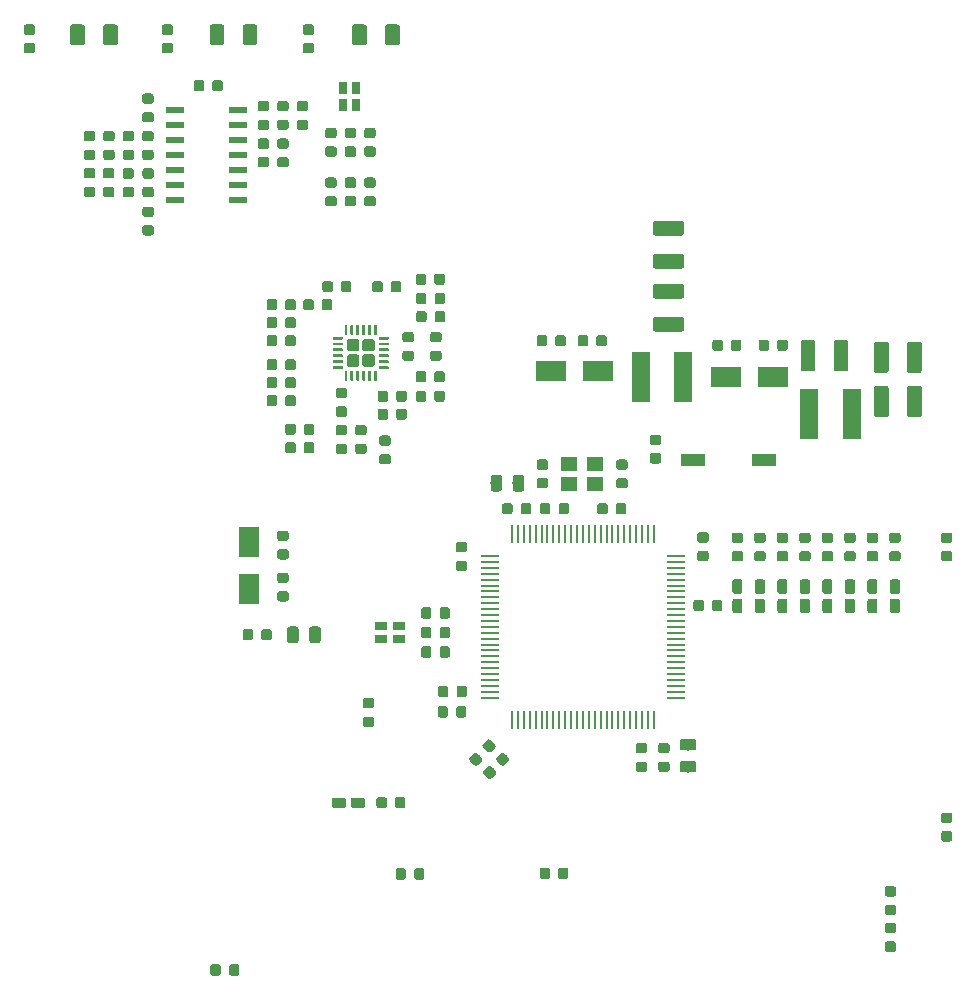
<source format=gbr>
G04 #@! TF.GenerationSoftware,KiCad,Pcbnew,(5.0.1)-rc2*
G04 #@! TF.CreationDate,2018-11-05T02:02:30+01:00*
G04 #@! TF.ProjectId,panel_light_control,70616E656C5F6C696768745F636F6E74,rev?*
G04 #@! TF.SameCoordinates,Original*
G04 #@! TF.FileFunction,Paste,Top*
G04 #@! TF.FilePolarity,Positive*
%FSLAX46Y46*%
G04 Gerber Fmt 4.6, Leading zero omitted, Abs format (unit mm)*
G04 Created by KiCad (PCBNEW (5.0.1)-rc2) date 2018/11/05 2:02:30*
%MOMM*%
%LPD*%
G01*
G04 APERTURE LIST*
%ADD10C,0.100000*%
%ADD11C,0.875000*%
%ADD12R,2.000000X1.000000*%
%ADD13C,0.975000*%
%ADD14C,0.850000*%
%ADD15R,1.000000X0.800000*%
%ADD16R,0.800000X1.000000*%
%ADD17C,1.250000*%
%ADD18R,1.500000X0.600000*%
%ADD19R,1.500000X4.200000*%
%ADD20R,1.800000X2.500000*%
%ADD21R,2.500000X1.800000*%
%ADD22R,0.280000X1.500000*%
%ADD23R,1.500000X0.280000*%
%ADD24C,0.250000*%
%ADD25C,1.050000*%
%ADD26R,1.400000X1.200000*%
G04 APERTURE END LIST*
D10*
G04 #@! TO.C,C18*
G36*
X148093791Y-109000053D02*
X148115026Y-109003203D01*
X148135850Y-109008419D01*
X148156062Y-109015651D01*
X148175468Y-109024830D01*
X148193881Y-109035866D01*
X148211124Y-109048654D01*
X148227030Y-109063070D01*
X148241446Y-109078976D01*
X148254234Y-109096219D01*
X148265270Y-109114632D01*
X148274449Y-109134038D01*
X148281681Y-109154250D01*
X148286897Y-109175074D01*
X148290047Y-109196309D01*
X148291100Y-109217750D01*
X148291100Y-109730250D01*
X148290047Y-109751691D01*
X148286897Y-109772926D01*
X148281681Y-109793750D01*
X148274449Y-109813962D01*
X148265270Y-109833368D01*
X148254234Y-109851781D01*
X148241446Y-109869024D01*
X148227030Y-109884930D01*
X148211124Y-109899346D01*
X148193881Y-109912134D01*
X148175468Y-109923170D01*
X148156062Y-109932349D01*
X148135850Y-109939581D01*
X148115026Y-109944797D01*
X148093791Y-109947947D01*
X148072350Y-109949000D01*
X147634850Y-109949000D01*
X147613409Y-109947947D01*
X147592174Y-109944797D01*
X147571350Y-109939581D01*
X147551138Y-109932349D01*
X147531732Y-109923170D01*
X147513319Y-109912134D01*
X147496076Y-109899346D01*
X147480170Y-109884930D01*
X147465754Y-109869024D01*
X147452966Y-109851781D01*
X147441930Y-109833368D01*
X147432751Y-109813962D01*
X147425519Y-109793750D01*
X147420303Y-109772926D01*
X147417153Y-109751691D01*
X147416100Y-109730250D01*
X147416100Y-109217750D01*
X147417153Y-109196309D01*
X147420303Y-109175074D01*
X147425519Y-109154250D01*
X147432751Y-109134038D01*
X147441930Y-109114632D01*
X147452966Y-109096219D01*
X147465754Y-109078976D01*
X147480170Y-109063070D01*
X147496076Y-109048654D01*
X147513319Y-109035866D01*
X147531732Y-109024830D01*
X147551138Y-109015651D01*
X147571350Y-109008419D01*
X147592174Y-109003203D01*
X147613409Y-109000053D01*
X147634850Y-108999000D01*
X148072350Y-108999000D01*
X148093791Y-109000053D01*
X148093791Y-109000053D01*
G37*
D11*
X147853600Y-109474000D03*
D10*
G36*
X146518791Y-109000053D02*
X146540026Y-109003203D01*
X146560850Y-109008419D01*
X146581062Y-109015651D01*
X146600468Y-109024830D01*
X146618881Y-109035866D01*
X146636124Y-109048654D01*
X146652030Y-109063070D01*
X146666446Y-109078976D01*
X146679234Y-109096219D01*
X146690270Y-109114632D01*
X146699449Y-109134038D01*
X146706681Y-109154250D01*
X146711897Y-109175074D01*
X146715047Y-109196309D01*
X146716100Y-109217750D01*
X146716100Y-109730250D01*
X146715047Y-109751691D01*
X146711897Y-109772926D01*
X146706681Y-109793750D01*
X146699449Y-109813962D01*
X146690270Y-109833368D01*
X146679234Y-109851781D01*
X146666446Y-109869024D01*
X146652030Y-109884930D01*
X146636124Y-109899346D01*
X146618881Y-109912134D01*
X146600468Y-109923170D01*
X146581062Y-109932349D01*
X146560850Y-109939581D01*
X146540026Y-109944797D01*
X146518791Y-109947947D01*
X146497350Y-109949000D01*
X146059850Y-109949000D01*
X146038409Y-109947947D01*
X146017174Y-109944797D01*
X145996350Y-109939581D01*
X145976138Y-109932349D01*
X145956732Y-109923170D01*
X145938319Y-109912134D01*
X145921076Y-109899346D01*
X145905170Y-109884930D01*
X145890754Y-109869024D01*
X145877966Y-109851781D01*
X145866930Y-109833368D01*
X145857751Y-109813962D01*
X145850519Y-109793750D01*
X145845303Y-109772926D01*
X145842153Y-109751691D01*
X145841100Y-109730250D01*
X145841100Y-109217750D01*
X145842153Y-109196309D01*
X145845303Y-109175074D01*
X145850519Y-109154250D01*
X145857751Y-109134038D01*
X145866930Y-109114632D01*
X145877966Y-109096219D01*
X145890754Y-109078976D01*
X145905170Y-109063070D01*
X145921076Y-109048654D01*
X145938319Y-109035866D01*
X145956732Y-109024830D01*
X145976138Y-109015651D01*
X145996350Y-109008419D01*
X146017174Y-109003203D01*
X146038409Y-109000053D01*
X146059850Y-108999000D01*
X146497350Y-108999000D01*
X146518791Y-109000053D01*
X146518791Y-109000053D01*
G37*
D11*
X146278600Y-109474000D03*
G04 #@! TD*
D12*
G04 #@! TO.C,RST1*
X164772600Y-105359200D03*
X158772600Y-105359200D03*
G04 #@! TD*
D10*
G04 #@! TO.C,R54*
G36*
X155903491Y-103195553D02*
X155924726Y-103198703D01*
X155945550Y-103203919D01*
X155965762Y-103211151D01*
X155985168Y-103220330D01*
X156003581Y-103231366D01*
X156020824Y-103244154D01*
X156036730Y-103258570D01*
X156051146Y-103274476D01*
X156063934Y-103291719D01*
X156074970Y-103310132D01*
X156084149Y-103329538D01*
X156091381Y-103349750D01*
X156096597Y-103370574D01*
X156099747Y-103391809D01*
X156100800Y-103413250D01*
X156100800Y-103850750D01*
X156099747Y-103872191D01*
X156096597Y-103893426D01*
X156091381Y-103914250D01*
X156084149Y-103934462D01*
X156074970Y-103953868D01*
X156063934Y-103972281D01*
X156051146Y-103989524D01*
X156036730Y-104005430D01*
X156020824Y-104019846D01*
X156003581Y-104032634D01*
X155985168Y-104043670D01*
X155965762Y-104052849D01*
X155945550Y-104060081D01*
X155924726Y-104065297D01*
X155903491Y-104068447D01*
X155882050Y-104069500D01*
X155369550Y-104069500D01*
X155348109Y-104068447D01*
X155326874Y-104065297D01*
X155306050Y-104060081D01*
X155285838Y-104052849D01*
X155266432Y-104043670D01*
X155248019Y-104032634D01*
X155230776Y-104019846D01*
X155214870Y-104005430D01*
X155200454Y-103989524D01*
X155187666Y-103972281D01*
X155176630Y-103953868D01*
X155167451Y-103934462D01*
X155160219Y-103914250D01*
X155155003Y-103893426D01*
X155151853Y-103872191D01*
X155150800Y-103850750D01*
X155150800Y-103413250D01*
X155151853Y-103391809D01*
X155155003Y-103370574D01*
X155160219Y-103349750D01*
X155167451Y-103329538D01*
X155176630Y-103310132D01*
X155187666Y-103291719D01*
X155200454Y-103274476D01*
X155214870Y-103258570D01*
X155230776Y-103244154D01*
X155248019Y-103231366D01*
X155266432Y-103220330D01*
X155285838Y-103211151D01*
X155306050Y-103203919D01*
X155326874Y-103198703D01*
X155348109Y-103195553D01*
X155369550Y-103194500D01*
X155882050Y-103194500D01*
X155903491Y-103195553D01*
X155903491Y-103195553D01*
G37*
D11*
X155625800Y-103632000D03*
D10*
G36*
X155903491Y-104770553D02*
X155924726Y-104773703D01*
X155945550Y-104778919D01*
X155965762Y-104786151D01*
X155985168Y-104795330D01*
X156003581Y-104806366D01*
X156020824Y-104819154D01*
X156036730Y-104833570D01*
X156051146Y-104849476D01*
X156063934Y-104866719D01*
X156074970Y-104885132D01*
X156084149Y-104904538D01*
X156091381Y-104924750D01*
X156096597Y-104945574D01*
X156099747Y-104966809D01*
X156100800Y-104988250D01*
X156100800Y-105425750D01*
X156099747Y-105447191D01*
X156096597Y-105468426D01*
X156091381Y-105489250D01*
X156084149Y-105509462D01*
X156074970Y-105528868D01*
X156063934Y-105547281D01*
X156051146Y-105564524D01*
X156036730Y-105580430D01*
X156020824Y-105594846D01*
X156003581Y-105607634D01*
X155985168Y-105618670D01*
X155965762Y-105627849D01*
X155945550Y-105635081D01*
X155924726Y-105640297D01*
X155903491Y-105643447D01*
X155882050Y-105644500D01*
X155369550Y-105644500D01*
X155348109Y-105643447D01*
X155326874Y-105640297D01*
X155306050Y-105635081D01*
X155285838Y-105627849D01*
X155266432Y-105618670D01*
X155248019Y-105607634D01*
X155230776Y-105594846D01*
X155214870Y-105580430D01*
X155200454Y-105564524D01*
X155187666Y-105547281D01*
X155176630Y-105528868D01*
X155167451Y-105509462D01*
X155160219Y-105489250D01*
X155155003Y-105468426D01*
X155151853Y-105447191D01*
X155150800Y-105425750D01*
X155150800Y-104988250D01*
X155151853Y-104966809D01*
X155155003Y-104945574D01*
X155160219Y-104924750D01*
X155167451Y-104904538D01*
X155176630Y-104885132D01*
X155187666Y-104866719D01*
X155200454Y-104849476D01*
X155214870Y-104833570D01*
X155230776Y-104819154D01*
X155248019Y-104806366D01*
X155266432Y-104795330D01*
X155285838Y-104786151D01*
X155306050Y-104778919D01*
X155326874Y-104773703D01*
X155348109Y-104770553D01*
X155369550Y-104769500D01*
X155882050Y-104769500D01*
X155903491Y-104770553D01*
X155903491Y-104770553D01*
G37*
D11*
X155625800Y-105207000D03*
G04 #@! TD*
D10*
G04 #@! TO.C,C47*
G36*
X125187142Y-119443174D02*
X125210803Y-119446684D01*
X125234007Y-119452496D01*
X125256529Y-119460554D01*
X125278153Y-119470782D01*
X125298670Y-119483079D01*
X125317883Y-119497329D01*
X125335607Y-119513393D01*
X125351671Y-119531117D01*
X125365921Y-119550330D01*
X125378218Y-119570847D01*
X125388446Y-119592471D01*
X125396504Y-119614993D01*
X125402316Y-119638197D01*
X125405826Y-119661858D01*
X125407000Y-119685750D01*
X125407000Y-120598250D01*
X125405826Y-120622142D01*
X125402316Y-120645803D01*
X125396504Y-120669007D01*
X125388446Y-120691529D01*
X125378218Y-120713153D01*
X125365921Y-120733670D01*
X125351671Y-120752883D01*
X125335607Y-120770607D01*
X125317883Y-120786671D01*
X125298670Y-120800921D01*
X125278153Y-120813218D01*
X125256529Y-120823446D01*
X125234007Y-120831504D01*
X125210803Y-120837316D01*
X125187142Y-120840826D01*
X125163250Y-120842000D01*
X124675750Y-120842000D01*
X124651858Y-120840826D01*
X124628197Y-120837316D01*
X124604993Y-120831504D01*
X124582471Y-120823446D01*
X124560847Y-120813218D01*
X124540330Y-120800921D01*
X124521117Y-120786671D01*
X124503393Y-120770607D01*
X124487329Y-120752883D01*
X124473079Y-120733670D01*
X124460782Y-120713153D01*
X124450554Y-120691529D01*
X124442496Y-120669007D01*
X124436684Y-120645803D01*
X124433174Y-120622142D01*
X124432000Y-120598250D01*
X124432000Y-119685750D01*
X124433174Y-119661858D01*
X124436684Y-119638197D01*
X124442496Y-119614993D01*
X124450554Y-119592471D01*
X124460782Y-119570847D01*
X124473079Y-119550330D01*
X124487329Y-119531117D01*
X124503393Y-119513393D01*
X124521117Y-119497329D01*
X124540330Y-119483079D01*
X124560847Y-119470782D01*
X124582471Y-119460554D01*
X124604993Y-119452496D01*
X124628197Y-119446684D01*
X124651858Y-119443174D01*
X124675750Y-119442000D01*
X125163250Y-119442000D01*
X125187142Y-119443174D01*
X125187142Y-119443174D01*
G37*
D13*
X124919500Y-120142000D03*
D10*
G36*
X127062142Y-119443174D02*
X127085803Y-119446684D01*
X127109007Y-119452496D01*
X127131529Y-119460554D01*
X127153153Y-119470782D01*
X127173670Y-119483079D01*
X127192883Y-119497329D01*
X127210607Y-119513393D01*
X127226671Y-119531117D01*
X127240921Y-119550330D01*
X127253218Y-119570847D01*
X127263446Y-119592471D01*
X127271504Y-119614993D01*
X127277316Y-119638197D01*
X127280826Y-119661858D01*
X127282000Y-119685750D01*
X127282000Y-120598250D01*
X127280826Y-120622142D01*
X127277316Y-120645803D01*
X127271504Y-120669007D01*
X127263446Y-120691529D01*
X127253218Y-120713153D01*
X127240921Y-120733670D01*
X127226671Y-120752883D01*
X127210607Y-120770607D01*
X127192883Y-120786671D01*
X127173670Y-120800921D01*
X127153153Y-120813218D01*
X127131529Y-120823446D01*
X127109007Y-120831504D01*
X127085803Y-120837316D01*
X127062142Y-120840826D01*
X127038250Y-120842000D01*
X126550750Y-120842000D01*
X126526858Y-120840826D01*
X126503197Y-120837316D01*
X126479993Y-120831504D01*
X126457471Y-120823446D01*
X126435847Y-120813218D01*
X126415330Y-120800921D01*
X126396117Y-120786671D01*
X126378393Y-120770607D01*
X126362329Y-120752883D01*
X126348079Y-120733670D01*
X126335782Y-120713153D01*
X126325554Y-120691529D01*
X126317496Y-120669007D01*
X126311684Y-120645803D01*
X126308174Y-120622142D01*
X126307000Y-120598250D01*
X126307000Y-119685750D01*
X126308174Y-119661858D01*
X126311684Y-119638197D01*
X126317496Y-119614993D01*
X126325554Y-119592471D01*
X126335782Y-119570847D01*
X126348079Y-119550330D01*
X126362329Y-119531117D01*
X126378393Y-119513393D01*
X126396117Y-119497329D01*
X126415330Y-119483079D01*
X126435847Y-119470782D01*
X126457471Y-119460554D01*
X126479993Y-119452496D01*
X126503197Y-119446684D01*
X126526858Y-119443174D01*
X126550750Y-119442000D01*
X127038250Y-119442000D01*
X127062142Y-119443174D01*
X127062142Y-119443174D01*
G37*
D13*
X126794500Y-120142000D03*
G04 #@! TD*
D10*
G04 #@! TO.C,C46*
G36*
X180554191Y-111488553D02*
X180575426Y-111491703D01*
X180596250Y-111496919D01*
X180616462Y-111504151D01*
X180635868Y-111513330D01*
X180654281Y-111524366D01*
X180671524Y-111537154D01*
X180687430Y-111551570D01*
X180701846Y-111567476D01*
X180714634Y-111584719D01*
X180725670Y-111603132D01*
X180734849Y-111622538D01*
X180742081Y-111642750D01*
X180747297Y-111663574D01*
X180750447Y-111684809D01*
X180751500Y-111706250D01*
X180751500Y-112143750D01*
X180750447Y-112165191D01*
X180747297Y-112186426D01*
X180742081Y-112207250D01*
X180734849Y-112227462D01*
X180725670Y-112246868D01*
X180714634Y-112265281D01*
X180701846Y-112282524D01*
X180687430Y-112298430D01*
X180671524Y-112312846D01*
X180654281Y-112325634D01*
X180635868Y-112336670D01*
X180616462Y-112345849D01*
X180596250Y-112353081D01*
X180575426Y-112358297D01*
X180554191Y-112361447D01*
X180532750Y-112362500D01*
X180020250Y-112362500D01*
X179998809Y-112361447D01*
X179977574Y-112358297D01*
X179956750Y-112353081D01*
X179936538Y-112345849D01*
X179917132Y-112336670D01*
X179898719Y-112325634D01*
X179881476Y-112312846D01*
X179865570Y-112298430D01*
X179851154Y-112282524D01*
X179838366Y-112265281D01*
X179827330Y-112246868D01*
X179818151Y-112227462D01*
X179810919Y-112207250D01*
X179805703Y-112186426D01*
X179802553Y-112165191D01*
X179801500Y-112143750D01*
X179801500Y-111706250D01*
X179802553Y-111684809D01*
X179805703Y-111663574D01*
X179810919Y-111642750D01*
X179818151Y-111622538D01*
X179827330Y-111603132D01*
X179838366Y-111584719D01*
X179851154Y-111567476D01*
X179865570Y-111551570D01*
X179881476Y-111537154D01*
X179898719Y-111524366D01*
X179917132Y-111513330D01*
X179936538Y-111504151D01*
X179956750Y-111496919D01*
X179977574Y-111491703D01*
X179998809Y-111488553D01*
X180020250Y-111487500D01*
X180532750Y-111487500D01*
X180554191Y-111488553D01*
X180554191Y-111488553D01*
G37*
D11*
X180276500Y-111925000D03*
D10*
G36*
X180554191Y-113063553D02*
X180575426Y-113066703D01*
X180596250Y-113071919D01*
X180616462Y-113079151D01*
X180635868Y-113088330D01*
X180654281Y-113099366D01*
X180671524Y-113112154D01*
X180687430Y-113126570D01*
X180701846Y-113142476D01*
X180714634Y-113159719D01*
X180725670Y-113178132D01*
X180734849Y-113197538D01*
X180742081Y-113217750D01*
X180747297Y-113238574D01*
X180750447Y-113259809D01*
X180751500Y-113281250D01*
X180751500Y-113718750D01*
X180750447Y-113740191D01*
X180747297Y-113761426D01*
X180742081Y-113782250D01*
X180734849Y-113802462D01*
X180725670Y-113821868D01*
X180714634Y-113840281D01*
X180701846Y-113857524D01*
X180687430Y-113873430D01*
X180671524Y-113887846D01*
X180654281Y-113900634D01*
X180635868Y-113911670D01*
X180616462Y-113920849D01*
X180596250Y-113928081D01*
X180575426Y-113933297D01*
X180554191Y-113936447D01*
X180532750Y-113937500D01*
X180020250Y-113937500D01*
X179998809Y-113936447D01*
X179977574Y-113933297D01*
X179956750Y-113928081D01*
X179936538Y-113920849D01*
X179917132Y-113911670D01*
X179898719Y-113900634D01*
X179881476Y-113887846D01*
X179865570Y-113873430D01*
X179851154Y-113857524D01*
X179838366Y-113840281D01*
X179827330Y-113821868D01*
X179818151Y-113802462D01*
X179810919Y-113782250D01*
X179805703Y-113761426D01*
X179802553Y-113740191D01*
X179801500Y-113718750D01*
X179801500Y-113281250D01*
X179802553Y-113259809D01*
X179805703Y-113238574D01*
X179810919Y-113217750D01*
X179818151Y-113197538D01*
X179827330Y-113178132D01*
X179838366Y-113159719D01*
X179851154Y-113142476D01*
X179865570Y-113126570D01*
X179881476Y-113112154D01*
X179898719Y-113099366D01*
X179917132Y-113088330D01*
X179936538Y-113079151D01*
X179956750Y-113071919D01*
X179977574Y-113066703D01*
X179998809Y-113063553D01*
X180020250Y-113062500D01*
X180532750Y-113062500D01*
X180554191Y-113063553D01*
X180554191Y-113063553D01*
G37*
D11*
X180276500Y-113500000D03*
G04 #@! TD*
D10*
G04 #@! TO.C,C45*
G36*
X134288691Y-139924553D02*
X134309926Y-139927703D01*
X134330750Y-139932919D01*
X134350962Y-139940151D01*
X134370368Y-139949330D01*
X134388781Y-139960366D01*
X134406024Y-139973154D01*
X134421930Y-139987570D01*
X134436346Y-140003476D01*
X134449134Y-140020719D01*
X134460170Y-140039132D01*
X134469349Y-140058538D01*
X134476581Y-140078750D01*
X134481797Y-140099574D01*
X134484947Y-140120809D01*
X134486000Y-140142250D01*
X134486000Y-140654750D01*
X134484947Y-140676191D01*
X134481797Y-140697426D01*
X134476581Y-140718250D01*
X134469349Y-140738462D01*
X134460170Y-140757868D01*
X134449134Y-140776281D01*
X134436346Y-140793524D01*
X134421930Y-140809430D01*
X134406024Y-140823846D01*
X134388781Y-140836634D01*
X134370368Y-140847670D01*
X134350962Y-140856849D01*
X134330750Y-140864081D01*
X134309926Y-140869297D01*
X134288691Y-140872447D01*
X134267250Y-140873500D01*
X133829750Y-140873500D01*
X133808309Y-140872447D01*
X133787074Y-140869297D01*
X133766250Y-140864081D01*
X133746038Y-140856849D01*
X133726632Y-140847670D01*
X133708219Y-140836634D01*
X133690976Y-140823846D01*
X133675070Y-140809430D01*
X133660654Y-140793524D01*
X133647866Y-140776281D01*
X133636830Y-140757868D01*
X133627651Y-140738462D01*
X133620419Y-140718250D01*
X133615203Y-140697426D01*
X133612053Y-140676191D01*
X133611000Y-140654750D01*
X133611000Y-140142250D01*
X133612053Y-140120809D01*
X133615203Y-140099574D01*
X133620419Y-140078750D01*
X133627651Y-140058538D01*
X133636830Y-140039132D01*
X133647866Y-140020719D01*
X133660654Y-140003476D01*
X133675070Y-139987570D01*
X133690976Y-139973154D01*
X133708219Y-139960366D01*
X133726632Y-139949330D01*
X133746038Y-139940151D01*
X133766250Y-139932919D01*
X133787074Y-139927703D01*
X133808309Y-139924553D01*
X133829750Y-139923500D01*
X134267250Y-139923500D01*
X134288691Y-139924553D01*
X134288691Y-139924553D01*
G37*
D11*
X134048500Y-140398500D03*
D10*
G36*
X135863691Y-139924553D02*
X135884926Y-139927703D01*
X135905750Y-139932919D01*
X135925962Y-139940151D01*
X135945368Y-139949330D01*
X135963781Y-139960366D01*
X135981024Y-139973154D01*
X135996930Y-139987570D01*
X136011346Y-140003476D01*
X136024134Y-140020719D01*
X136035170Y-140039132D01*
X136044349Y-140058538D01*
X136051581Y-140078750D01*
X136056797Y-140099574D01*
X136059947Y-140120809D01*
X136061000Y-140142250D01*
X136061000Y-140654750D01*
X136059947Y-140676191D01*
X136056797Y-140697426D01*
X136051581Y-140718250D01*
X136044349Y-140738462D01*
X136035170Y-140757868D01*
X136024134Y-140776281D01*
X136011346Y-140793524D01*
X135996930Y-140809430D01*
X135981024Y-140823846D01*
X135963781Y-140836634D01*
X135945368Y-140847670D01*
X135925962Y-140856849D01*
X135905750Y-140864081D01*
X135884926Y-140869297D01*
X135863691Y-140872447D01*
X135842250Y-140873500D01*
X135404750Y-140873500D01*
X135383309Y-140872447D01*
X135362074Y-140869297D01*
X135341250Y-140864081D01*
X135321038Y-140856849D01*
X135301632Y-140847670D01*
X135283219Y-140836634D01*
X135265976Y-140823846D01*
X135250070Y-140809430D01*
X135235654Y-140793524D01*
X135222866Y-140776281D01*
X135211830Y-140757868D01*
X135202651Y-140738462D01*
X135195419Y-140718250D01*
X135190203Y-140697426D01*
X135187053Y-140676191D01*
X135186000Y-140654750D01*
X135186000Y-140142250D01*
X135187053Y-140120809D01*
X135190203Y-140099574D01*
X135195419Y-140078750D01*
X135202651Y-140058538D01*
X135211830Y-140039132D01*
X135222866Y-140020719D01*
X135235654Y-140003476D01*
X135250070Y-139987570D01*
X135265976Y-139973154D01*
X135283219Y-139960366D01*
X135301632Y-139949330D01*
X135321038Y-139940151D01*
X135341250Y-139932919D01*
X135362074Y-139927703D01*
X135383309Y-139924553D01*
X135404750Y-139923500D01*
X135842250Y-139923500D01*
X135863691Y-139924553D01*
X135863691Y-139924553D01*
G37*
D11*
X135623500Y-140398500D03*
G04 #@! TD*
D10*
G04 #@! TO.C,C44*
G36*
X175791691Y-143010053D02*
X175812926Y-143013203D01*
X175833750Y-143018419D01*
X175853962Y-143025651D01*
X175873368Y-143034830D01*
X175891781Y-143045866D01*
X175909024Y-143058654D01*
X175924930Y-143073070D01*
X175939346Y-143088976D01*
X175952134Y-143106219D01*
X175963170Y-143124632D01*
X175972349Y-143144038D01*
X175979581Y-143164250D01*
X175984797Y-143185074D01*
X175987947Y-143206309D01*
X175989000Y-143227750D01*
X175989000Y-143665250D01*
X175987947Y-143686691D01*
X175984797Y-143707926D01*
X175979581Y-143728750D01*
X175972349Y-143748962D01*
X175963170Y-143768368D01*
X175952134Y-143786781D01*
X175939346Y-143804024D01*
X175924930Y-143819930D01*
X175909024Y-143834346D01*
X175891781Y-143847134D01*
X175873368Y-143858170D01*
X175853962Y-143867349D01*
X175833750Y-143874581D01*
X175812926Y-143879797D01*
X175791691Y-143882947D01*
X175770250Y-143884000D01*
X175257750Y-143884000D01*
X175236309Y-143882947D01*
X175215074Y-143879797D01*
X175194250Y-143874581D01*
X175174038Y-143867349D01*
X175154632Y-143858170D01*
X175136219Y-143847134D01*
X175118976Y-143834346D01*
X175103070Y-143819930D01*
X175088654Y-143804024D01*
X175075866Y-143786781D01*
X175064830Y-143768368D01*
X175055651Y-143748962D01*
X175048419Y-143728750D01*
X175043203Y-143707926D01*
X175040053Y-143686691D01*
X175039000Y-143665250D01*
X175039000Y-143227750D01*
X175040053Y-143206309D01*
X175043203Y-143185074D01*
X175048419Y-143164250D01*
X175055651Y-143144038D01*
X175064830Y-143124632D01*
X175075866Y-143106219D01*
X175088654Y-143088976D01*
X175103070Y-143073070D01*
X175118976Y-143058654D01*
X175136219Y-143045866D01*
X175154632Y-143034830D01*
X175174038Y-143025651D01*
X175194250Y-143018419D01*
X175215074Y-143013203D01*
X175236309Y-143010053D01*
X175257750Y-143009000D01*
X175770250Y-143009000D01*
X175791691Y-143010053D01*
X175791691Y-143010053D01*
G37*
D11*
X175514000Y-143446500D03*
D10*
G36*
X175791691Y-141435053D02*
X175812926Y-141438203D01*
X175833750Y-141443419D01*
X175853962Y-141450651D01*
X175873368Y-141459830D01*
X175891781Y-141470866D01*
X175909024Y-141483654D01*
X175924930Y-141498070D01*
X175939346Y-141513976D01*
X175952134Y-141531219D01*
X175963170Y-141549632D01*
X175972349Y-141569038D01*
X175979581Y-141589250D01*
X175984797Y-141610074D01*
X175987947Y-141631309D01*
X175989000Y-141652750D01*
X175989000Y-142090250D01*
X175987947Y-142111691D01*
X175984797Y-142132926D01*
X175979581Y-142153750D01*
X175972349Y-142173962D01*
X175963170Y-142193368D01*
X175952134Y-142211781D01*
X175939346Y-142229024D01*
X175924930Y-142244930D01*
X175909024Y-142259346D01*
X175891781Y-142272134D01*
X175873368Y-142283170D01*
X175853962Y-142292349D01*
X175833750Y-142299581D01*
X175812926Y-142304797D01*
X175791691Y-142307947D01*
X175770250Y-142309000D01*
X175257750Y-142309000D01*
X175236309Y-142307947D01*
X175215074Y-142304797D01*
X175194250Y-142299581D01*
X175174038Y-142292349D01*
X175154632Y-142283170D01*
X175136219Y-142272134D01*
X175118976Y-142259346D01*
X175103070Y-142244930D01*
X175088654Y-142229024D01*
X175075866Y-142211781D01*
X175064830Y-142193368D01*
X175055651Y-142173962D01*
X175048419Y-142153750D01*
X175043203Y-142132926D01*
X175040053Y-142111691D01*
X175039000Y-142090250D01*
X175039000Y-141652750D01*
X175040053Y-141631309D01*
X175043203Y-141610074D01*
X175048419Y-141589250D01*
X175055651Y-141569038D01*
X175064830Y-141549632D01*
X175075866Y-141531219D01*
X175088654Y-141513976D01*
X175103070Y-141498070D01*
X175118976Y-141483654D01*
X175136219Y-141470866D01*
X175154632Y-141459830D01*
X175174038Y-141450651D01*
X175194250Y-141443419D01*
X175215074Y-141438203D01*
X175236309Y-141435053D01*
X175257750Y-141434000D01*
X175770250Y-141434000D01*
X175791691Y-141435053D01*
X175791691Y-141435053D01*
G37*
D11*
X175514000Y-141871500D03*
G04 #@! TD*
D10*
G04 #@! TO.C,C16*
G36*
X146480691Y-139861053D02*
X146501926Y-139864203D01*
X146522750Y-139869419D01*
X146542962Y-139876651D01*
X146562368Y-139885830D01*
X146580781Y-139896866D01*
X146598024Y-139909654D01*
X146613930Y-139924070D01*
X146628346Y-139939976D01*
X146641134Y-139957219D01*
X146652170Y-139975632D01*
X146661349Y-139995038D01*
X146668581Y-140015250D01*
X146673797Y-140036074D01*
X146676947Y-140057309D01*
X146678000Y-140078750D01*
X146678000Y-140591250D01*
X146676947Y-140612691D01*
X146673797Y-140633926D01*
X146668581Y-140654750D01*
X146661349Y-140674962D01*
X146652170Y-140694368D01*
X146641134Y-140712781D01*
X146628346Y-140730024D01*
X146613930Y-140745930D01*
X146598024Y-140760346D01*
X146580781Y-140773134D01*
X146562368Y-140784170D01*
X146542962Y-140793349D01*
X146522750Y-140800581D01*
X146501926Y-140805797D01*
X146480691Y-140808947D01*
X146459250Y-140810000D01*
X146021750Y-140810000D01*
X146000309Y-140808947D01*
X145979074Y-140805797D01*
X145958250Y-140800581D01*
X145938038Y-140793349D01*
X145918632Y-140784170D01*
X145900219Y-140773134D01*
X145882976Y-140760346D01*
X145867070Y-140745930D01*
X145852654Y-140730024D01*
X145839866Y-140712781D01*
X145828830Y-140694368D01*
X145819651Y-140674962D01*
X145812419Y-140654750D01*
X145807203Y-140633926D01*
X145804053Y-140612691D01*
X145803000Y-140591250D01*
X145803000Y-140078750D01*
X145804053Y-140057309D01*
X145807203Y-140036074D01*
X145812419Y-140015250D01*
X145819651Y-139995038D01*
X145828830Y-139975632D01*
X145839866Y-139957219D01*
X145852654Y-139939976D01*
X145867070Y-139924070D01*
X145882976Y-139909654D01*
X145900219Y-139896866D01*
X145918632Y-139885830D01*
X145938038Y-139876651D01*
X145958250Y-139869419D01*
X145979074Y-139864203D01*
X146000309Y-139861053D01*
X146021750Y-139860000D01*
X146459250Y-139860000D01*
X146480691Y-139861053D01*
X146480691Y-139861053D01*
G37*
D11*
X146240500Y-140335000D03*
D10*
G36*
X148055691Y-139861053D02*
X148076926Y-139864203D01*
X148097750Y-139869419D01*
X148117962Y-139876651D01*
X148137368Y-139885830D01*
X148155781Y-139896866D01*
X148173024Y-139909654D01*
X148188930Y-139924070D01*
X148203346Y-139939976D01*
X148216134Y-139957219D01*
X148227170Y-139975632D01*
X148236349Y-139995038D01*
X148243581Y-140015250D01*
X148248797Y-140036074D01*
X148251947Y-140057309D01*
X148253000Y-140078750D01*
X148253000Y-140591250D01*
X148251947Y-140612691D01*
X148248797Y-140633926D01*
X148243581Y-140654750D01*
X148236349Y-140674962D01*
X148227170Y-140694368D01*
X148216134Y-140712781D01*
X148203346Y-140730024D01*
X148188930Y-140745930D01*
X148173024Y-140760346D01*
X148155781Y-140773134D01*
X148137368Y-140784170D01*
X148117962Y-140793349D01*
X148097750Y-140800581D01*
X148076926Y-140805797D01*
X148055691Y-140808947D01*
X148034250Y-140810000D01*
X147596750Y-140810000D01*
X147575309Y-140808947D01*
X147554074Y-140805797D01*
X147533250Y-140800581D01*
X147513038Y-140793349D01*
X147493632Y-140784170D01*
X147475219Y-140773134D01*
X147457976Y-140760346D01*
X147442070Y-140745930D01*
X147427654Y-140730024D01*
X147414866Y-140712781D01*
X147403830Y-140694368D01*
X147394651Y-140674962D01*
X147387419Y-140654750D01*
X147382203Y-140633926D01*
X147379053Y-140612691D01*
X147378000Y-140591250D01*
X147378000Y-140078750D01*
X147379053Y-140057309D01*
X147382203Y-140036074D01*
X147387419Y-140015250D01*
X147394651Y-139995038D01*
X147403830Y-139975632D01*
X147414866Y-139957219D01*
X147427654Y-139939976D01*
X147442070Y-139924070D01*
X147457976Y-139909654D01*
X147475219Y-139896866D01*
X147493632Y-139885830D01*
X147513038Y-139876651D01*
X147533250Y-139869419D01*
X147554074Y-139864203D01*
X147575309Y-139861053D01*
X147596750Y-139860000D01*
X148034250Y-139860000D01*
X148055691Y-139861053D01*
X148055691Y-139861053D01*
G37*
D11*
X147815500Y-140335000D03*
G04 #@! TD*
D10*
G04 #@! TO.C,C14*
G36*
X180554191Y-136774553D02*
X180575426Y-136777703D01*
X180596250Y-136782919D01*
X180616462Y-136790151D01*
X180635868Y-136799330D01*
X180654281Y-136810366D01*
X180671524Y-136823154D01*
X180687430Y-136837570D01*
X180701846Y-136853476D01*
X180714634Y-136870719D01*
X180725670Y-136889132D01*
X180734849Y-136908538D01*
X180742081Y-136928750D01*
X180747297Y-136949574D01*
X180750447Y-136970809D01*
X180751500Y-136992250D01*
X180751500Y-137429750D01*
X180750447Y-137451191D01*
X180747297Y-137472426D01*
X180742081Y-137493250D01*
X180734849Y-137513462D01*
X180725670Y-137532868D01*
X180714634Y-137551281D01*
X180701846Y-137568524D01*
X180687430Y-137584430D01*
X180671524Y-137598846D01*
X180654281Y-137611634D01*
X180635868Y-137622670D01*
X180616462Y-137631849D01*
X180596250Y-137639081D01*
X180575426Y-137644297D01*
X180554191Y-137647447D01*
X180532750Y-137648500D01*
X180020250Y-137648500D01*
X179998809Y-137647447D01*
X179977574Y-137644297D01*
X179956750Y-137639081D01*
X179936538Y-137631849D01*
X179917132Y-137622670D01*
X179898719Y-137611634D01*
X179881476Y-137598846D01*
X179865570Y-137584430D01*
X179851154Y-137568524D01*
X179838366Y-137551281D01*
X179827330Y-137532868D01*
X179818151Y-137513462D01*
X179810919Y-137493250D01*
X179805703Y-137472426D01*
X179802553Y-137451191D01*
X179801500Y-137429750D01*
X179801500Y-136992250D01*
X179802553Y-136970809D01*
X179805703Y-136949574D01*
X179810919Y-136928750D01*
X179818151Y-136908538D01*
X179827330Y-136889132D01*
X179838366Y-136870719D01*
X179851154Y-136853476D01*
X179865570Y-136837570D01*
X179881476Y-136823154D01*
X179898719Y-136810366D01*
X179917132Y-136799330D01*
X179936538Y-136790151D01*
X179956750Y-136782919D01*
X179977574Y-136777703D01*
X179998809Y-136774553D01*
X180020250Y-136773500D01*
X180532750Y-136773500D01*
X180554191Y-136774553D01*
X180554191Y-136774553D01*
G37*
D11*
X180276500Y-137211000D03*
D10*
G36*
X180554191Y-135199553D02*
X180575426Y-135202703D01*
X180596250Y-135207919D01*
X180616462Y-135215151D01*
X180635868Y-135224330D01*
X180654281Y-135235366D01*
X180671524Y-135248154D01*
X180687430Y-135262570D01*
X180701846Y-135278476D01*
X180714634Y-135295719D01*
X180725670Y-135314132D01*
X180734849Y-135333538D01*
X180742081Y-135353750D01*
X180747297Y-135374574D01*
X180750447Y-135395809D01*
X180751500Y-135417250D01*
X180751500Y-135854750D01*
X180750447Y-135876191D01*
X180747297Y-135897426D01*
X180742081Y-135918250D01*
X180734849Y-135938462D01*
X180725670Y-135957868D01*
X180714634Y-135976281D01*
X180701846Y-135993524D01*
X180687430Y-136009430D01*
X180671524Y-136023846D01*
X180654281Y-136036634D01*
X180635868Y-136047670D01*
X180616462Y-136056849D01*
X180596250Y-136064081D01*
X180575426Y-136069297D01*
X180554191Y-136072447D01*
X180532750Y-136073500D01*
X180020250Y-136073500D01*
X179998809Y-136072447D01*
X179977574Y-136069297D01*
X179956750Y-136064081D01*
X179936538Y-136056849D01*
X179917132Y-136047670D01*
X179898719Y-136036634D01*
X179881476Y-136023846D01*
X179865570Y-136009430D01*
X179851154Y-135993524D01*
X179838366Y-135976281D01*
X179827330Y-135957868D01*
X179818151Y-135938462D01*
X179810919Y-135918250D01*
X179805703Y-135897426D01*
X179802553Y-135876191D01*
X179801500Y-135854750D01*
X179801500Y-135417250D01*
X179802553Y-135395809D01*
X179805703Y-135374574D01*
X179810919Y-135353750D01*
X179818151Y-135333538D01*
X179827330Y-135314132D01*
X179838366Y-135295719D01*
X179851154Y-135278476D01*
X179865570Y-135262570D01*
X179881476Y-135248154D01*
X179898719Y-135235366D01*
X179917132Y-135224330D01*
X179936538Y-135215151D01*
X179956750Y-135207919D01*
X179977574Y-135202703D01*
X179998809Y-135199553D01*
X180020250Y-135198500D01*
X180532750Y-135198500D01*
X180554191Y-135199553D01*
X180554191Y-135199553D01*
G37*
D11*
X180276500Y-135636000D03*
G04 #@! TD*
D10*
G04 #@! TO.C,C13*
G36*
X175791691Y-144534053D02*
X175812926Y-144537203D01*
X175833750Y-144542419D01*
X175853962Y-144549651D01*
X175873368Y-144558830D01*
X175891781Y-144569866D01*
X175909024Y-144582654D01*
X175924930Y-144597070D01*
X175939346Y-144612976D01*
X175952134Y-144630219D01*
X175963170Y-144648632D01*
X175972349Y-144668038D01*
X175979581Y-144688250D01*
X175984797Y-144709074D01*
X175987947Y-144730309D01*
X175989000Y-144751750D01*
X175989000Y-145189250D01*
X175987947Y-145210691D01*
X175984797Y-145231926D01*
X175979581Y-145252750D01*
X175972349Y-145272962D01*
X175963170Y-145292368D01*
X175952134Y-145310781D01*
X175939346Y-145328024D01*
X175924930Y-145343930D01*
X175909024Y-145358346D01*
X175891781Y-145371134D01*
X175873368Y-145382170D01*
X175853962Y-145391349D01*
X175833750Y-145398581D01*
X175812926Y-145403797D01*
X175791691Y-145406947D01*
X175770250Y-145408000D01*
X175257750Y-145408000D01*
X175236309Y-145406947D01*
X175215074Y-145403797D01*
X175194250Y-145398581D01*
X175174038Y-145391349D01*
X175154632Y-145382170D01*
X175136219Y-145371134D01*
X175118976Y-145358346D01*
X175103070Y-145343930D01*
X175088654Y-145328024D01*
X175075866Y-145310781D01*
X175064830Y-145292368D01*
X175055651Y-145272962D01*
X175048419Y-145252750D01*
X175043203Y-145231926D01*
X175040053Y-145210691D01*
X175039000Y-145189250D01*
X175039000Y-144751750D01*
X175040053Y-144730309D01*
X175043203Y-144709074D01*
X175048419Y-144688250D01*
X175055651Y-144668038D01*
X175064830Y-144648632D01*
X175075866Y-144630219D01*
X175088654Y-144612976D01*
X175103070Y-144597070D01*
X175118976Y-144582654D01*
X175136219Y-144569866D01*
X175154632Y-144558830D01*
X175174038Y-144549651D01*
X175194250Y-144542419D01*
X175215074Y-144537203D01*
X175236309Y-144534053D01*
X175257750Y-144533000D01*
X175770250Y-144533000D01*
X175791691Y-144534053D01*
X175791691Y-144534053D01*
G37*
D11*
X175514000Y-144970500D03*
D10*
G36*
X175791691Y-146109053D02*
X175812926Y-146112203D01*
X175833750Y-146117419D01*
X175853962Y-146124651D01*
X175873368Y-146133830D01*
X175891781Y-146144866D01*
X175909024Y-146157654D01*
X175924930Y-146172070D01*
X175939346Y-146187976D01*
X175952134Y-146205219D01*
X175963170Y-146223632D01*
X175972349Y-146243038D01*
X175979581Y-146263250D01*
X175984797Y-146284074D01*
X175987947Y-146305309D01*
X175989000Y-146326750D01*
X175989000Y-146764250D01*
X175987947Y-146785691D01*
X175984797Y-146806926D01*
X175979581Y-146827750D01*
X175972349Y-146847962D01*
X175963170Y-146867368D01*
X175952134Y-146885781D01*
X175939346Y-146903024D01*
X175924930Y-146918930D01*
X175909024Y-146933346D01*
X175891781Y-146946134D01*
X175873368Y-146957170D01*
X175853962Y-146966349D01*
X175833750Y-146973581D01*
X175812926Y-146978797D01*
X175791691Y-146981947D01*
X175770250Y-146983000D01*
X175257750Y-146983000D01*
X175236309Y-146981947D01*
X175215074Y-146978797D01*
X175194250Y-146973581D01*
X175174038Y-146966349D01*
X175154632Y-146957170D01*
X175136219Y-146946134D01*
X175118976Y-146933346D01*
X175103070Y-146918930D01*
X175088654Y-146903024D01*
X175075866Y-146885781D01*
X175064830Y-146867368D01*
X175055651Y-146847962D01*
X175048419Y-146827750D01*
X175043203Y-146806926D01*
X175040053Y-146785691D01*
X175039000Y-146764250D01*
X175039000Y-146326750D01*
X175040053Y-146305309D01*
X175043203Y-146284074D01*
X175048419Y-146263250D01*
X175055651Y-146243038D01*
X175064830Y-146223632D01*
X175075866Y-146205219D01*
X175088654Y-146187976D01*
X175103070Y-146172070D01*
X175118976Y-146157654D01*
X175136219Y-146144866D01*
X175154632Y-146133830D01*
X175174038Y-146124651D01*
X175194250Y-146117419D01*
X175215074Y-146112203D01*
X175236309Y-146109053D01*
X175257750Y-146108000D01*
X175770250Y-146108000D01*
X175791691Y-146109053D01*
X175791691Y-146109053D01*
G37*
D11*
X175514000Y-146545500D03*
G04 #@! TD*
D10*
G04 #@! TO.C,R53*
G36*
X134250691Y-133892053D02*
X134271926Y-133895203D01*
X134292750Y-133900419D01*
X134312962Y-133907651D01*
X134332368Y-133916830D01*
X134350781Y-133927866D01*
X134368024Y-133940654D01*
X134383930Y-133955070D01*
X134398346Y-133970976D01*
X134411134Y-133988219D01*
X134422170Y-134006632D01*
X134431349Y-134026038D01*
X134438581Y-134046250D01*
X134443797Y-134067074D01*
X134446947Y-134088309D01*
X134448000Y-134109750D01*
X134448000Y-134622250D01*
X134446947Y-134643691D01*
X134443797Y-134664926D01*
X134438581Y-134685750D01*
X134431349Y-134705962D01*
X134422170Y-134725368D01*
X134411134Y-134743781D01*
X134398346Y-134761024D01*
X134383930Y-134776930D01*
X134368024Y-134791346D01*
X134350781Y-134804134D01*
X134332368Y-134815170D01*
X134312962Y-134824349D01*
X134292750Y-134831581D01*
X134271926Y-134836797D01*
X134250691Y-134839947D01*
X134229250Y-134841000D01*
X133791750Y-134841000D01*
X133770309Y-134839947D01*
X133749074Y-134836797D01*
X133728250Y-134831581D01*
X133708038Y-134824349D01*
X133688632Y-134815170D01*
X133670219Y-134804134D01*
X133652976Y-134791346D01*
X133637070Y-134776930D01*
X133622654Y-134761024D01*
X133609866Y-134743781D01*
X133598830Y-134725368D01*
X133589651Y-134705962D01*
X133582419Y-134685750D01*
X133577203Y-134664926D01*
X133574053Y-134643691D01*
X133573000Y-134622250D01*
X133573000Y-134109750D01*
X133574053Y-134088309D01*
X133577203Y-134067074D01*
X133582419Y-134046250D01*
X133589651Y-134026038D01*
X133598830Y-134006632D01*
X133609866Y-133988219D01*
X133622654Y-133970976D01*
X133637070Y-133955070D01*
X133652976Y-133940654D01*
X133670219Y-133927866D01*
X133688632Y-133916830D01*
X133708038Y-133907651D01*
X133728250Y-133900419D01*
X133749074Y-133895203D01*
X133770309Y-133892053D01*
X133791750Y-133891000D01*
X134229250Y-133891000D01*
X134250691Y-133892053D01*
X134250691Y-133892053D01*
G37*
D11*
X134010500Y-134366000D03*
D10*
G36*
X132675691Y-133892053D02*
X132696926Y-133895203D01*
X132717750Y-133900419D01*
X132737962Y-133907651D01*
X132757368Y-133916830D01*
X132775781Y-133927866D01*
X132793024Y-133940654D01*
X132808930Y-133955070D01*
X132823346Y-133970976D01*
X132836134Y-133988219D01*
X132847170Y-134006632D01*
X132856349Y-134026038D01*
X132863581Y-134046250D01*
X132868797Y-134067074D01*
X132871947Y-134088309D01*
X132873000Y-134109750D01*
X132873000Y-134622250D01*
X132871947Y-134643691D01*
X132868797Y-134664926D01*
X132863581Y-134685750D01*
X132856349Y-134705962D01*
X132847170Y-134725368D01*
X132836134Y-134743781D01*
X132823346Y-134761024D01*
X132808930Y-134776930D01*
X132793024Y-134791346D01*
X132775781Y-134804134D01*
X132757368Y-134815170D01*
X132737962Y-134824349D01*
X132717750Y-134831581D01*
X132696926Y-134836797D01*
X132675691Y-134839947D01*
X132654250Y-134841000D01*
X132216750Y-134841000D01*
X132195309Y-134839947D01*
X132174074Y-134836797D01*
X132153250Y-134831581D01*
X132133038Y-134824349D01*
X132113632Y-134815170D01*
X132095219Y-134804134D01*
X132077976Y-134791346D01*
X132062070Y-134776930D01*
X132047654Y-134761024D01*
X132034866Y-134743781D01*
X132023830Y-134725368D01*
X132014651Y-134705962D01*
X132007419Y-134685750D01*
X132002203Y-134664926D01*
X131999053Y-134643691D01*
X131998000Y-134622250D01*
X131998000Y-134109750D01*
X131999053Y-134088309D01*
X132002203Y-134067074D01*
X132007419Y-134046250D01*
X132014651Y-134026038D01*
X132023830Y-134006632D01*
X132034866Y-133988219D01*
X132047654Y-133970976D01*
X132062070Y-133955070D01*
X132077976Y-133940654D01*
X132095219Y-133927866D01*
X132113632Y-133916830D01*
X132133038Y-133907651D01*
X132153250Y-133900419D01*
X132174074Y-133895203D01*
X132195309Y-133892053D01*
X132216750Y-133891000D01*
X132654250Y-133891000D01*
X132675691Y-133892053D01*
X132675691Y-133892053D01*
G37*
D11*
X132435500Y-134366000D03*
G04 #@! TD*
D10*
G04 #@! TO.C,R52*
G36*
X162836565Y-111491249D02*
X162857800Y-111494399D01*
X162878624Y-111499615D01*
X162898836Y-111506847D01*
X162918242Y-111516026D01*
X162936655Y-111527062D01*
X162953898Y-111539850D01*
X162969804Y-111554266D01*
X162984220Y-111570172D01*
X162997008Y-111587415D01*
X163008044Y-111605828D01*
X163017223Y-111625234D01*
X163024455Y-111645446D01*
X163029671Y-111666270D01*
X163032821Y-111687505D01*
X163033874Y-111708946D01*
X163033874Y-112146446D01*
X163032821Y-112167887D01*
X163029671Y-112189122D01*
X163024455Y-112209946D01*
X163017223Y-112230158D01*
X163008044Y-112249564D01*
X162997008Y-112267977D01*
X162984220Y-112285220D01*
X162969804Y-112301126D01*
X162953898Y-112315542D01*
X162936655Y-112328330D01*
X162918242Y-112339366D01*
X162898836Y-112348545D01*
X162878624Y-112355777D01*
X162857800Y-112360993D01*
X162836565Y-112364143D01*
X162815124Y-112365196D01*
X162302624Y-112365196D01*
X162281183Y-112364143D01*
X162259948Y-112360993D01*
X162239124Y-112355777D01*
X162218912Y-112348545D01*
X162199506Y-112339366D01*
X162181093Y-112328330D01*
X162163850Y-112315542D01*
X162147944Y-112301126D01*
X162133528Y-112285220D01*
X162120740Y-112267977D01*
X162109704Y-112249564D01*
X162100525Y-112230158D01*
X162093293Y-112209946D01*
X162088077Y-112189122D01*
X162084927Y-112167887D01*
X162083874Y-112146446D01*
X162083874Y-111708946D01*
X162084927Y-111687505D01*
X162088077Y-111666270D01*
X162093293Y-111645446D01*
X162100525Y-111625234D01*
X162109704Y-111605828D01*
X162120740Y-111587415D01*
X162133528Y-111570172D01*
X162147944Y-111554266D01*
X162163850Y-111539850D01*
X162181093Y-111527062D01*
X162199506Y-111516026D01*
X162218912Y-111506847D01*
X162239124Y-111499615D01*
X162259948Y-111494399D01*
X162281183Y-111491249D01*
X162302624Y-111490196D01*
X162815124Y-111490196D01*
X162836565Y-111491249D01*
X162836565Y-111491249D01*
G37*
D11*
X162558874Y-111927696D03*
D10*
G36*
X162836565Y-113066249D02*
X162857800Y-113069399D01*
X162878624Y-113074615D01*
X162898836Y-113081847D01*
X162918242Y-113091026D01*
X162936655Y-113102062D01*
X162953898Y-113114850D01*
X162969804Y-113129266D01*
X162984220Y-113145172D01*
X162997008Y-113162415D01*
X163008044Y-113180828D01*
X163017223Y-113200234D01*
X163024455Y-113220446D01*
X163029671Y-113241270D01*
X163032821Y-113262505D01*
X163033874Y-113283946D01*
X163033874Y-113721446D01*
X163032821Y-113742887D01*
X163029671Y-113764122D01*
X163024455Y-113784946D01*
X163017223Y-113805158D01*
X163008044Y-113824564D01*
X162997008Y-113842977D01*
X162984220Y-113860220D01*
X162969804Y-113876126D01*
X162953898Y-113890542D01*
X162936655Y-113903330D01*
X162918242Y-113914366D01*
X162898836Y-113923545D01*
X162878624Y-113930777D01*
X162857800Y-113935993D01*
X162836565Y-113939143D01*
X162815124Y-113940196D01*
X162302624Y-113940196D01*
X162281183Y-113939143D01*
X162259948Y-113935993D01*
X162239124Y-113930777D01*
X162218912Y-113923545D01*
X162199506Y-113914366D01*
X162181093Y-113903330D01*
X162163850Y-113890542D01*
X162147944Y-113876126D01*
X162133528Y-113860220D01*
X162120740Y-113842977D01*
X162109704Y-113824564D01*
X162100525Y-113805158D01*
X162093293Y-113784946D01*
X162088077Y-113764122D01*
X162084927Y-113742887D01*
X162083874Y-113721446D01*
X162083874Y-113283946D01*
X162084927Y-113262505D01*
X162088077Y-113241270D01*
X162093293Y-113220446D01*
X162100525Y-113200234D01*
X162109704Y-113180828D01*
X162120740Y-113162415D01*
X162133528Y-113145172D01*
X162147944Y-113129266D01*
X162163850Y-113114850D01*
X162181093Y-113102062D01*
X162199506Y-113091026D01*
X162218912Y-113081847D01*
X162239124Y-113074615D01*
X162259948Y-113069399D01*
X162281183Y-113066249D01*
X162302624Y-113065196D01*
X162815124Y-113065196D01*
X162836565Y-113066249D01*
X162836565Y-113066249D01*
G37*
D11*
X162558874Y-113502696D03*
G04 #@! TD*
D10*
G04 #@! TO.C,R51*
G36*
X164741565Y-111491249D02*
X164762800Y-111494399D01*
X164783624Y-111499615D01*
X164803836Y-111506847D01*
X164823242Y-111516026D01*
X164841655Y-111527062D01*
X164858898Y-111539850D01*
X164874804Y-111554266D01*
X164889220Y-111570172D01*
X164902008Y-111587415D01*
X164913044Y-111605828D01*
X164922223Y-111625234D01*
X164929455Y-111645446D01*
X164934671Y-111666270D01*
X164937821Y-111687505D01*
X164938874Y-111708946D01*
X164938874Y-112146446D01*
X164937821Y-112167887D01*
X164934671Y-112189122D01*
X164929455Y-112209946D01*
X164922223Y-112230158D01*
X164913044Y-112249564D01*
X164902008Y-112267977D01*
X164889220Y-112285220D01*
X164874804Y-112301126D01*
X164858898Y-112315542D01*
X164841655Y-112328330D01*
X164823242Y-112339366D01*
X164803836Y-112348545D01*
X164783624Y-112355777D01*
X164762800Y-112360993D01*
X164741565Y-112364143D01*
X164720124Y-112365196D01*
X164207624Y-112365196D01*
X164186183Y-112364143D01*
X164164948Y-112360993D01*
X164144124Y-112355777D01*
X164123912Y-112348545D01*
X164104506Y-112339366D01*
X164086093Y-112328330D01*
X164068850Y-112315542D01*
X164052944Y-112301126D01*
X164038528Y-112285220D01*
X164025740Y-112267977D01*
X164014704Y-112249564D01*
X164005525Y-112230158D01*
X163998293Y-112209946D01*
X163993077Y-112189122D01*
X163989927Y-112167887D01*
X163988874Y-112146446D01*
X163988874Y-111708946D01*
X163989927Y-111687505D01*
X163993077Y-111666270D01*
X163998293Y-111645446D01*
X164005525Y-111625234D01*
X164014704Y-111605828D01*
X164025740Y-111587415D01*
X164038528Y-111570172D01*
X164052944Y-111554266D01*
X164068850Y-111539850D01*
X164086093Y-111527062D01*
X164104506Y-111516026D01*
X164123912Y-111506847D01*
X164144124Y-111499615D01*
X164164948Y-111494399D01*
X164186183Y-111491249D01*
X164207624Y-111490196D01*
X164720124Y-111490196D01*
X164741565Y-111491249D01*
X164741565Y-111491249D01*
G37*
D11*
X164463874Y-111927696D03*
D10*
G36*
X164741565Y-113066249D02*
X164762800Y-113069399D01*
X164783624Y-113074615D01*
X164803836Y-113081847D01*
X164823242Y-113091026D01*
X164841655Y-113102062D01*
X164858898Y-113114850D01*
X164874804Y-113129266D01*
X164889220Y-113145172D01*
X164902008Y-113162415D01*
X164913044Y-113180828D01*
X164922223Y-113200234D01*
X164929455Y-113220446D01*
X164934671Y-113241270D01*
X164937821Y-113262505D01*
X164938874Y-113283946D01*
X164938874Y-113721446D01*
X164937821Y-113742887D01*
X164934671Y-113764122D01*
X164929455Y-113784946D01*
X164922223Y-113805158D01*
X164913044Y-113824564D01*
X164902008Y-113842977D01*
X164889220Y-113860220D01*
X164874804Y-113876126D01*
X164858898Y-113890542D01*
X164841655Y-113903330D01*
X164823242Y-113914366D01*
X164803836Y-113923545D01*
X164783624Y-113930777D01*
X164762800Y-113935993D01*
X164741565Y-113939143D01*
X164720124Y-113940196D01*
X164207624Y-113940196D01*
X164186183Y-113939143D01*
X164164948Y-113935993D01*
X164144124Y-113930777D01*
X164123912Y-113923545D01*
X164104506Y-113914366D01*
X164086093Y-113903330D01*
X164068850Y-113890542D01*
X164052944Y-113876126D01*
X164038528Y-113860220D01*
X164025740Y-113842977D01*
X164014704Y-113824564D01*
X164005525Y-113805158D01*
X163998293Y-113784946D01*
X163993077Y-113764122D01*
X163989927Y-113742887D01*
X163988874Y-113721446D01*
X163988874Y-113283946D01*
X163989927Y-113262505D01*
X163993077Y-113241270D01*
X163998293Y-113220446D01*
X164005525Y-113200234D01*
X164014704Y-113180828D01*
X164025740Y-113162415D01*
X164038528Y-113145172D01*
X164052944Y-113129266D01*
X164068850Y-113114850D01*
X164086093Y-113102062D01*
X164104506Y-113091026D01*
X164123912Y-113081847D01*
X164144124Y-113074615D01*
X164164948Y-113069399D01*
X164186183Y-113066249D01*
X164207624Y-113065196D01*
X164720124Y-113065196D01*
X164741565Y-113066249D01*
X164741565Y-113066249D01*
G37*
D11*
X164463874Y-113502696D03*
G04 #@! TD*
D10*
G04 #@! TO.C,R47*
G36*
X166646565Y-111491249D02*
X166667800Y-111494399D01*
X166688624Y-111499615D01*
X166708836Y-111506847D01*
X166728242Y-111516026D01*
X166746655Y-111527062D01*
X166763898Y-111539850D01*
X166779804Y-111554266D01*
X166794220Y-111570172D01*
X166807008Y-111587415D01*
X166818044Y-111605828D01*
X166827223Y-111625234D01*
X166834455Y-111645446D01*
X166839671Y-111666270D01*
X166842821Y-111687505D01*
X166843874Y-111708946D01*
X166843874Y-112146446D01*
X166842821Y-112167887D01*
X166839671Y-112189122D01*
X166834455Y-112209946D01*
X166827223Y-112230158D01*
X166818044Y-112249564D01*
X166807008Y-112267977D01*
X166794220Y-112285220D01*
X166779804Y-112301126D01*
X166763898Y-112315542D01*
X166746655Y-112328330D01*
X166728242Y-112339366D01*
X166708836Y-112348545D01*
X166688624Y-112355777D01*
X166667800Y-112360993D01*
X166646565Y-112364143D01*
X166625124Y-112365196D01*
X166112624Y-112365196D01*
X166091183Y-112364143D01*
X166069948Y-112360993D01*
X166049124Y-112355777D01*
X166028912Y-112348545D01*
X166009506Y-112339366D01*
X165991093Y-112328330D01*
X165973850Y-112315542D01*
X165957944Y-112301126D01*
X165943528Y-112285220D01*
X165930740Y-112267977D01*
X165919704Y-112249564D01*
X165910525Y-112230158D01*
X165903293Y-112209946D01*
X165898077Y-112189122D01*
X165894927Y-112167887D01*
X165893874Y-112146446D01*
X165893874Y-111708946D01*
X165894927Y-111687505D01*
X165898077Y-111666270D01*
X165903293Y-111645446D01*
X165910525Y-111625234D01*
X165919704Y-111605828D01*
X165930740Y-111587415D01*
X165943528Y-111570172D01*
X165957944Y-111554266D01*
X165973850Y-111539850D01*
X165991093Y-111527062D01*
X166009506Y-111516026D01*
X166028912Y-111506847D01*
X166049124Y-111499615D01*
X166069948Y-111494399D01*
X166091183Y-111491249D01*
X166112624Y-111490196D01*
X166625124Y-111490196D01*
X166646565Y-111491249D01*
X166646565Y-111491249D01*
G37*
D11*
X166368874Y-111927696D03*
D10*
G36*
X166646565Y-113066249D02*
X166667800Y-113069399D01*
X166688624Y-113074615D01*
X166708836Y-113081847D01*
X166728242Y-113091026D01*
X166746655Y-113102062D01*
X166763898Y-113114850D01*
X166779804Y-113129266D01*
X166794220Y-113145172D01*
X166807008Y-113162415D01*
X166818044Y-113180828D01*
X166827223Y-113200234D01*
X166834455Y-113220446D01*
X166839671Y-113241270D01*
X166842821Y-113262505D01*
X166843874Y-113283946D01*
X166843874Y-113721446D01*
X166842821Y-113742887D01*
X166839671Y-113764122D01*
X166834455Y-113784946D01*
X166827223Y-113805158D01*
X166818044Y-113824564D01*
X166807008Y-113842977D01*
X166794220Y-113860220D01*
X166779804Y-113876126D01*
X166763898Y-113890542D01*
X166746655Y-113903330D01*
X166728242Y-113914366D01*
X166708836Y-113923545D01*
X166688624Y-113930777D01*
X166667800Y-113935993D01*
X166646565Y-113939143D01*
X166625124Y-113940196D01*
X166112624Y-113940196D01*
X166091183Y-113939143D01*
X166069948Y-113935993D01*
X166049124Y-113930777D01*
X166028912Y-113923545D01*
X166009506Y-113914366D01*
X165991093Y-113903330D01*
X165973850Y-113890542D01*
X165957944Y-113876126D01*
X165943528Y-113860220D01*
X165930740Y-113842977D01*
X165919704Y-113824564D01*
X165910525Y-113805158D01*
X165903293Y-113784946D01*
X165898077Y-113764122D01*
X165894927Y-113742887D01*
X165893874Y-113721446D01*
X165893874Y-113283946D01*
X165894927Y-113262505D01*
X165898077Y-113241270D01*
X165903293Y-113220446D01*
X165910525Y-113200234D01*
X165919704Y-113180828D01*
X165930740Y-113162415D01*
X165943528Y-113145172D01*
X165957944Y-113129266D01*
X165973850Y-113114850D01*
X165991093Y-113102062D01*
X166009506Y-113091026D01*
X166028912Y-113081847D01*
X166049124Y-113074615D01*
X166069948Y-113069399D01*
X166091183Y-113066249D01*
X166112624Y-113065196D01*
X166625124Y-113065196D01*
X166646565Y-113066249D01*
X166646565Y-113066249D01*
G37*
D11*
X166368874Y-113502696D03*
G04 #@! TD*
D10*
G04 #@! TO.C,R46*
G36*
X168551565Y-111491249D02*
X168572800Y-111494399D01*
X168593624Y-111499615D01*
X168613836Y-111506847D01*
X168633242Y-111516026D01*
X168651655Y-111527062D01*
X168668898Y-111539850D01*
X168684804Y-111554266D01*
X168699220Y-111570172D01*
X168712008Y-111587415D01*
X168723044Y-111605828D01*
X168732223Y-111625234D01*
X168739455Y-111645446D01*
X168744671Y-111666270D01*
X168747821Y-111687505D01*
X168748874Y-111708946D01*
X168748874Y-112146446D01*
X168747821Y-112167887D01*
X168744671Y-112189122D01*
X168739455Y-112209946D01*
X168732223Y-112230158D01*
X168723044Y-112249564D01*
X168712008Y-112267977D01*
X168699220Y-112285220D01*
X168684804Y-112301126D01*
X168668898Y-112315542D01*
X168651655Y-112328330D01*
X168633242Y-112339366D01*
X168613836Y-112348545D01*
X168593624Y-112355777D01*
X168572800Y-112360993D01*
X168551565Y-112364143D01*
X168530124Y-112365196D01*
X168017624Y-112365196D01*
X167996183Y-112364143D01*
X167974948Y-112360993D01*
X167954124Y-112355777D01*
X167933912Y-112348545D01*
X167914506Y-112339366D01*
X167896093Y-112328330D01*
X167878850Y-112315542D01*
X167862944Y-112301126D01*
X167848528Y-112285220D01*
X167835740Y-112267977D01*
X167824704Y-112249564D01*
X167815525Y-112230158D01*
X167808293Y-112209946D01*
X167803077Y-112189122D01*
X167799927Y-112167887D01*
X167798874Y-112146446D01*
X167798874Y-111708946D01*
X167799927Y-111687505D01*
X167803077Y-111666270D01*
X167808293Y-111645446D01*
X167815525Y-111625234D01*
X167824704Y-111605828D01*
X167835740Y-111587415D01*
X167848528Y-111570172D01*
X167862944Y-111554266D01*
X167878850Y-111539850D01*
X167896093Y-111527062D01*
X167914506Y-111516026D01*
X167933912Y-111506847D01*
X167954124Y-111499615D01*
X167974948Y-111494399D01*
X167996183Y-111491249D01*
X168017624Y-111490196D01*
X168530124Y-111490196D01*
X168551565Y-111491249D01*
X168551565Y-111491249D01*
G37*
D11*
X168273874Y-111927696D03*
D10*
G36*
X168551565Y-113066249D02*
X168572800Y-113069399D01*
X168593624Y-113074615D01*
X168613836Y-113081847D01*
X168633242Y-113091026D01*
X168651655Y-113102062D01*
X168668898Y-113114850D01*
X168684804Y-113129266D01*
X168699220Y-113145172D01*
X168712008Y-113162415D01*
X168723044Y-113180828D01*
X168732223Y-113200234D01*
X168739455Y-113220446D01*
X168744671Y-113241270D01*
X168747821Y-113262505D01*
X168748874Y-113283946D01*
X168748874Y-113721446D01*
X168747821Y-113742887D01*
X168744671Y-113764122D01*
X168739455Y-113784946D01*
X168732223Y-113805158D01*
X168723044Y-113824564D01*
X168712008Y-113842977D01*
X168699220Y-113860220D01*
X168684804Y-113876126D01*
X168668898Y-113890542D01*
X168651655Y-113903330D01*
X168633242Y-113914366D01*
X168613836Y-113923545D01*
X168593624Y-113930777D01*
X168572800Y-113935993D01*
X168551565Y-113939143D01*
X168530124Y-113940196D01*
X168017624Y-113940196D01*
X167996183Y-113939143D01*
X167974948Y-113935993D01*
X167954124Y-113930777D01*
X167933912Y-113923545D01*
X167914506Y-113914366D01*
X167896093Y-113903330D01*
X167878850Y-113890542D01*
X167862944Y-113876126D01*
X167848528Y-113860220D01*
X167835740Y-113842977D01*
X167824704Y-113824564D01*
X167815525Y-113805158D01*
X167808293Y-113784946D01*
X167803077Y-113764122D01*
X167799927Y-113742887D01*
X167798874Y-113721446D01*
X167798874Y-113283946D01*
X167799927Y-113262505D01*
X167803077Y-113241270D01*
X167808293Y-113220446D01*
X167815525Y-113200234D01*
X167824704Y-113180828D01*
X167835740Y-113162415D01*
X167848528Y-113145172D01*
X167862944Y-113129266D01*
X167878850Y-113114850D01*
X167896093Y-113102062D01*
X167914506Y-113091026D01*
X167933912Y-113081847D01*
X167954124Y-113074615D01*
X167974948Y-113069399D01*
X167996183Y-113066249D01*
X168017624Y-113065196D01*
X168530124Y-113065196D01*
X168551565Y-113066249D01*
X168551565Y-113066249D01*
G37*
D11*
X168273874Y-113502696D03*
G04 #@! TD*
D10*
G04 #@! TO.C,R45*
G36*
X170456565Y-111491249D02*
X170477800Y-111494399D01*
X170498624Y-111499615D01*
X170518836Y-111506847D01*
X170538242Y-111516026D01*
X170556655Y-111527062D01*
X170573898Y-111539850D01*
X170589804Y-111554266D01*
X170604220Y-111570172D01*
X170617008Y-111587415D01*
X170628044Y-111605828D01*
X170637223Y-111625234D01*
X170644455Y-111645446D01*
X170649671Y-111666270D01*
X170652821Y-111687505D01*
X170653874Y-111708946D01*
X170653874Y-112146446D01*
X170652821Y-112167887D01*
X170649671Y-112189122D01*
X170644455Y-112209946D01*
X170637223Y-112230158D01*
X170628044Y-112249564D01*
X170617008Y-112267977D01*
X170604220Y-112285220D01*
X170589804Y-112301126D01*
X170573898Y-112315542D01*
X170556655Y-112328330D01*
X170538242Y-112339366D01*
X170518836Y-112348545D01*
X170498624Y-112355777D01*
X170477800Y-112360993D01*
X170456565Y-112364143D01*
X170435124Y-112365196D01*
X169922624Y-112365196D01*
X169901183Y-112364143D01*
X169879948Y-112360993D01*
X169859124Y-112355777D01*
X169838912Y-112348545D01*
X169819506Y-112339366D01*
X169801093Y-112328330D01*
X169783850Y-112315542D01*
X169767944Y-112301126D01*
X169753528Y-112285220D01*
X169740740Y-112267977D01*
X169729704Y-112249564D01*
X169720525Y-112230158D01*
X169713293Y-112209946D01*
X169708077Y-112189122D01*
X169704927Y-112167887D01*
X169703874Y-112146446D01*
X169703874Y-111708946D01*
X169704927Y-111687505D01*
X169708077Y-111666270D01*
X169713293Y-111645446D01*
X169720525Y-111625234D01*
X169729704Y-111605828D01*
X169740740Y-111587415D01*
X169753528Y-111570172D01*
X169767944Y-111554266D01*
X169783850Y-111539850D01*
X169801093Y-111527062D01*
X169819506Y-111516026D01*
X169838912Y-111506847D01*
X169859124Y-111499615D01*
X169879948Y-111494399D01*
X169901183Y-111491249D01*
X169922624Y-111490196D01*
X170435124Y-111490196D01*
X170456565Y-111491249D01*
X170456565Y-111491249D01*
G37*
D11*
X170178874Y-111927696D03*
D10*
G36*
X170456565Y-113066249D02*
X170477800Y-113069399D01*
X170498624Y-113074615D01*
X170518836Y-113081847D01*
X170538242Y-113091026D01*
X170556655Y-113102062D01*
X170573898Y-113114850D01*
X170589804Y-113129266D01*
X170604220Y-113145172D01*
X170617008Y-113162415D01*
X170628044Y-113180828D01*
X170637223Y-113200234D01*
X170644455Y-113220446D01*
X170649671Y-113241270D01*
X170652821Y-113262505D01*
X170653874Y-113283946D01*
X170653874Y-113721446D01*
X170652821Y-113742887D01*
X170649671Y-113764122D01*
X170644455Y-113784946D01*
X170637223Y-113805158D01*
X170628044Y-113824564D01*
X170617008Y-113842977D01*
X170604220Y-113860220D01*
X170589804Y-113876126D01*
X170573898Y-113890542D01*
X170556655Y-113903330D01*
X170538242Y-113914366D01*
X170518836Y-113923545D01*
X170498624Y-113930777D01*
X170477800Y-113935993D01*
X170456565Y-113939143D01*
X170435124Y-113940196D01*
X169922624Y-113940196D01*
X169901183Y-113939143D01*
X169879948Y-113935993D01*
X169859124Y-113930777D01*
X169838912Y-113923545D01*
X169819506Y-113914366D01*
X169801093Y-113903330D01*
X169783850Y-113890542D01*
X169767944Y-113876126D01*
X169753528Y-113860220D01*
X169740740Y-113842977D01*
X169729704Y-113824564D01*
X169720525Y-113805158D01*
X169713293Y-113784946D01*
X169708077Y-113764122D01*
X169704927Y-113742887D01*
X169703874Y-113721446D01*
X169703874Y-113283946D01*
X169704927Y-113262505D01*
X169708077Y-113241270D01*
X169713293Y-113220446D01*
X169720525Y-113200234D01*
X169729704Y-113180828D01*
X169740740Y-113162415D01*
X169753528Y-113145172D01*
X169767944Y-113129266D01*
X169783850Y-113114850D01*
X169801093Y-113102062D01*
X169819506Y-113091026D01*
X169838912Y-113081847D01*
X169859124Y-113074615D01*
X169879948Y-113069399D01*
X169901183Y-113066249D01*
X169922624Y-113065196D01*
X170435124Y-113065196D01*
X170456565Y-113066249D01*
X170456565Y-113066249D01*
G37*
D11*
X170178874Y-113502696D03*
G04 #@! TD*
D10*
G04 #@! TO.C,R44*
G36*
X172361565Y-111491249D02*
X172382800Y-111494399D01*
X172403624Y-111499615D01*
X172423836Y-111506847D01*
X172443242Y-111516026D01*
X172461655Y-111527062D01*
X172478898Y-111539850D01*
X172494804Y-111554266D01*
X172509220Y-111570172D01*
X172522008Y-111587415D01*
X172533044Y-111605828D01*
X172542223Y-111625234D01*
X172549455Y-111645446D01*
X172554671Y-111666270D01*
X172557821Y-111687505D01*
X172558874Y-111708946D01*
X172558874Y-112146446D01*
X172557821Y-112167887D01*
X172554671Y-112189122D01*
X172549455Y-112209946D01*
X172542223Y-112230158D01*
X172533044Y-112249564D01*
X172522008Y-112267977D01*
X172509220Y-112285220D01*
X172494804Y-112301126D01*
X172478898Y-112315542D01*
X172461655Y-112328330D01*
X172443242Y-112339366D01*
X172423836Y-112348545D01*
X172403624Y-112355777D01*
X172382800Y-112360993D01*
X172361565Y-112364143D01*
X172340124Y-112365196D01*
X171827624Y-112365196D01*
X171806183Y-112364143D01*
X171784948Y-112360993D01*
X171764124Y-112355777D01*
X171743912Y-112348545D01*
X171724506Y-112339366D01*
X171706093Y-112328330D01*
X171688850Y-112315542D01*
X171672944Y-112301126D01*
X171658528Y-112285220D01*
X171645740Y-112267977D01*
X171634704Y-112249564D01*
X171625525Y-112230158D01*
X171618293Y-112209946D01*
X171613077Y-112189122D01*
X171609927Y-112167887D01*
X171608874Y-112146446D01*
X171608874Y-111708946D01*
X171609927Y-111687505D01*
X171613077Y-111666270D01*
X171618293Y-111645446D01*
X171625525Y-111625234D01*
X171634704Y-111605828D01*
X171645740Y-111587415D01*
X171658528Y-111570172D01*
X171672944Y-111554266D01*
X171688850Y-111539850D01*
X171706093Y-111527062D01*
X171724506Y-111516026D01*
X171743912Y-111506847D01*
X171764124Y-111499615D01*
X171784948Y-111494399D01*
X171806183Y-111491249D01*
X171827624Y-111490196D01*
X172340124Y-111490196D01*
X172361565Y-111491249D01*
X172361565Y-111491249D01*
G37*
D11*
X172083874Y-111927696D03*
D10*
G36*
X172361565Y-113066249D02*
X172382800Y-113069399D01*
X172403624Y-113074615D01*
X172423836Y-113081847D01*
X172443242Y-113091026D01*
X172461655Y-113102062D01*
X172478898Y-113114850D01*
X172494804Y-113129266D01*
X172509220Y-113145172D01*
X172522008Y-113162415D01*
X172533044Y-113180828D01*
X172542223Y-113200234D01*
X172549455Y-113220446D01*
X172554671Y-113241270D01*
X172557821Y-113262505D01*
X172558874Y-113283946D01*
X172558874Y-113721446D01*
X172557821Y-113742887D01*
X172554671Y-113764122D01*
X172549455Y-113784946D01*
X172542223Y-113805158D01*
X172533044Y-113824564D01*
X172522008Y-113842977D01*
X172509220Y-113860220D01*
X172494804Y-113876126D01*
X172478898Y-113890542D01*
X172461655Y-113903330D01*
X172443242Y-113914366D01*
X172423836Y-113923545D01*
X172403624Y-113930777D01*
X172382800Y-113935993D01*
X172361565Y-113939143D01*
X172340124Y-113940196D01*
X171827624Y-113940196D01*
X171806183Y-113939143D01*
X171784948Y-113935993D01*
X171764124Y-113930777D01*
X171743912Y-113923545D01*
X171724506Y-113914366D01*
X171706093Y-113903330D01*
X171688850Y-113890542D01*
X171672944Y-113876126D01*
X171658528Y-113860220D01*
X171645740Y-113842977D01*
X171634704Y-113824564D01*
X171625525Y-113805158D01*
X171618293Y-113784946D01*
X171613077Y-113764122D01*
X171609927Y-113742887D01*
X171608874Y-113721446D01*
X171608874Y-113283946D01*
X171609927Y-113262505D01*
X171613077Y-113241270D01*
X171618293Y-113220446D01*
X171625525Y-113200234D01*
X171634704Y-113180828D01*
X171645740Y-113162415D01*
X171658528Y-113145172D01*
X171672944Y-113129266D01*
X171688850Y-113114850D01*
X171706093Y-113102062D01*
X171724506Y-113091026D01*
X171743912Y-113081847D01*
X171764124Y-113074615D01*
X171784948Y-113069399D01*
X171806183Y-113066249D01*
X171827624Y-113065196D01*
X172340124Y-113065196D01*
X172361565Y-113066249D01*
X172361565Y-113066249D01*
G37*
D11*
X172083874Y-113502696D03*
G04 #@! TD*
D10*
G04 #@! TO.C,R43*
G36*
X174266565Y-111491249D02*
X174287800Y-111494399D01*
X174308624Y-111499615D01*
X174328836Y-111506847D01*
X174348242Y-111516026D01*
X174366655Y-111527062D01*
X174383898Y-111539850D01*
X174399804Y-111554266D01*
X174414220Y-111570172D01*
X174427008Y-111587415D01*
X174438044Y-111605828D01*
X174447223Y-111625234D01*
X174454455Y-111645446D01*
X174459671Y-111666270D01*
X174462821Y-111687505D01*
X174463874Y-111708946D01*
X174463874Y-112146446D01*
X174462821Y-112167887D01*
X174459671Y-112189122D01*
X174454455Y-112209946D01*
X174447223Y-112230158D01*
X174438044Y-112249564D01*
X174427008Y-112267977D01*
X174414220Y-112285220D01*
X174399804Y-112301126D01*
X174383898Y-112315542D01*
X174366655Y-112328330D01*
X174348242Y-112339366D01*
X174328836Y-112348545D01*
X174308624Y-112355777D01*
X174287800Y-112360993D01*
X174266565Y-112364143D01*
X174245124Y-112365196D01*
X173732624Y-112365196D01*
X173711183Y-112364143D01*
X173689948Y-112360993D01*
X173669124Y-112355777D01*
X173648912Y-112348545D01*
X173629506Y-112339366D01*
X173611093Y-112328330D01*
X173593850Y-112315542D01*
X173577944Y-112301126D01*
X173563528Y-112285220D01*
X173550740Y-112267977D01*
X173539704Y-112249564D01*
X173530525Y-112230158D01*
X173523293Y-112209946D01*
X173518077Y-112189122D01*
X173514927Y-112167887D01*
X173513874Y-112146446D01*
X173513874Y-111708946D01*
X173514927Y-111687505D01*
X173518077Y-111666270D01*
X173523293Y-111645446D01*
X173530525Y-111625234D01*
X173539704Y-111605828D01*
X173550740Y-111587415D01*
X173563528Y-111570172D01*
X173577944Y-111554266D01*
X173593850Y-111539850D01*
X173611093Y-111527062D01*
X173629506Y-111516026D01*
X173648912Y-111506847D01*
X173669124Y-111499615D01*
X173689948Y-111494399D01*
X173711183Y-111491249D01*
X173732624Y-111490196D01*
X174245124Y-111490196D01*
X174266565Y-111491249D01*
X174266565Y-111491249D01*
G37*
D11*
X173988874Y-111927696D03*
D10*
G36*
X174266565Y-113066249D02*
X174287800Y-113069399D01*
X174308624Y-113074615D01*
X174328836Y-113081847D01*
X174348242Y-113091026D01*
X174366655Y-113102062D01*
X174383898Y-113114850D01*
X174399804Y-113129266D01*
X174414220Y-113145172D01*
X174427008Y-113162415D01*
X174438044Y-113180828D01*
X174447223Y-113200234D01*
X174454455Y-113220446D01*
X174459671Y-113241270D01*
X174462821Y-113262505D01*
X174463874Y-113283946D01*
X174463874Y-113721446D01*
X174462821Y-113742887D01*
X174459671Y-113764122D01*
X174454455Y-113784946D01*
X174447223Y-113805158D01*
X174438044Y-113824564D01*
X174427008Y-113842977D01*
X174414220Y-113860220D01*
X174399804Y-113876126D01*
X174383898Y-113890542D01*
X174366655Y-113903330D01*
X174348242Y-113914366D01*
X174328836Y-113923545D01*
X174308624Y-113930777D01*
X174287800Y-113935993D01*
X174266565Y-113939143D01*
X174245124Y-113940196D01*
X173732624Y-113940196D01*
X173711183Y-113939143D01*
X173689948Y-113935993D01*
X173669124Y-113930777D01*
X173648912Y-113923545D01*
X173629506Y-113914366D01*
X173611093Y-113903330D01*
X173593850Y-113890542D01*
X173577944Y-113876126D01*
X173563528Y-113860220D01*
X173550740Y-113842977D01*
X173539704Y-113824564D01*
X173530525Y-113805158D01*
X173523293Y-113784946D01*
X173518077Y-113764122D01*
X173514927Y-113742887D01*
X173513874Y-113721446D01*
X173513874Y-113283946D01*
X173514927Y-113262505D01*
X173518077Y-113241270D01*
X173523293Y-113220446D01*
X173530525Y-113200234D01*
X173539704Y-113180828D01*
X173550740Y-113162415D01*
X173563528Y-113145172D01*
X173577944Y-113129266D01*
X173593850Y-113114850D01*
X173611093Y-113102062D01*
X173629506Y-113091026D01*
X173648912Y-113081847D01*
X173669124Y-113074615D01*
X173689948Y-113069399D01*
X173711183Y-113066249D01*
X173732624Y-113065196D01*
X174245124Y-113065196D01*
X174266565Y-113066249D01*
X174266565Y-113066249D01*
G37*
D11*
X173988874Y-113502696D03*
G04 #@! TD*
D10*
G04 #@! TO.C,LED8*
G36*
X130849829Y-133942023D02*
X130870457Y-133945083D01*
X130890685Y-133950150D01*
X130910320Y-133957176D01*
X130929172Y-133966092D01*
X130947059Y-133976813D01*
X130963809Y-133989235D01*
X130979260Y-134003240D01*
X130993265Y-134018691D01*
X131005687Y-134035441D01*
X131016408Y-134053328D01*
X131025324Y-134072180D01*
X131032350Y-134091815D01*
X131037417Y-134112043D01*
X131040477Y-134132671D01*
X131041500Y-134153500D01*
X131041500Y-134578500D01*
X131040477Y-134599329D01*
X131037417Y-134619957D01*
X131032350Y-134640185D01*
X131025324Y-134659820D01*
X131016408Y-134678672D01*
X131005687Y-134696559D01*
X130993265Y-134713309D01*
X130979260Y-134728760D01*
X130963809Y-134742765D01*
X130947059Y-134755187D01*
X130929172Y-134765908D01*
X130910320Y-134774824D01*
X130890685Y-134781850D01*
X130870457Y-134786917D01*
X130849829Y-134789977D01*
X130829000Y-134791000D01*
X130029000Y-134791000D01*
X130008171Y-134789977D01*
X129987543Y-134786917D01*
X129967315Y-134781850D01*
X129947680Y-134774824D01*
X129928828Y-134765908D01*
X129910941Y-134755187D01*
X129894191Y-134742765D01*
X129878740Y-134728760D01*
X129864735Y-134713309D01*
X129852313Y-134696559D01*
X129841592Y-134678672D01*
X129832676Y-134659820D01*
X129825650Y-134640185D01*
X129820583Y-134619957D01*
X129817523Y-134599329D01*
X129816500Y-134578500D01*
X129816500Y-134153500D01*
X129817523Y-134132671D01*
X129820583Y-134112043D01*
X129825650Y-134091815D01*
X129832676Y-134072180D01*
X129841592Y-134053328D01*
X129852313Y-134035441D01*
X129864735Y-134018691D01*
X129878740Y-134003240D01*
X129894191Y-133989235D01*
X129910941Y-133976813D01*
X129928828Y-133966092D01*
X129947680Y-133957176D01*
X129967315Y-133950150D01*
X129987543Y-133945083D01*
X130008171Y-133942023D01*
X130029000Y-133941000D01*
X130829000Y-133941000D01*
X130849829Y-133942023D01*
X130849829Y-133942023D01*
G37*
D14*
X130429000Y-134366000D03*
D10*
G36*
X129224829Y-133942023D02*
X129245457Y-133945083D01*
X129265685Y-133950150D01*
X129285320Y-133957176D01*
X129304172Y-133966092D01*
X129322059Y-133976813D01*
X129338809Y-133989235D01*
X129354260Y-134003240D01*
X129368265Y-134018691D01*
X129380687Y-134035441D01*
X129391408Y-134053328D01*
X129400324Y-134072180D01*
X129407350Y-134091815D01*
X129412417Y-134112043D01*
X129415477Y-134132671D01*
X129416500Y-134153500D01*
X129416500Y-134578500D01*
X129415477Y-134599329D01*
X129412417Y-134619957D01*
X129407350Y-134640185D01*
X129400324Y-134659820D01*
X129391408Y-134678672D01*
X129380687Y-134696559D01*
X129368265Y-134713309D01*
X129354260Y-134728760D01*
X129338809Y-134742765D01*
X129322059Y-134755187D01*
X129304172Y-134765908D01*
X129285320Y-134774824D01*
X129265685Y-134781850D01*
X129245457Y-134786917D01*
X129224829Y-134789977D01*
X129204000Y-134791000D01*
X128404000Y-134791000D01*
X128383171Y-134789977D01*
X128362543Y-134786917D01*
X128342315Y-134781850D01*
X128322680Y-134774824D01*
X128303828Y-134765908D01*
X128285941Y-134755187D01*
X128269191Y-134742765D01*
X128253740Y-134728760D01*
X128239735Y-134713309D01*
X128227313Y-134696559D01*
X128216592Y-134678672D01*
X128207676Y-134659820D01*
X128200650Y-134640185D01*
X128195583Y-134619957D01*
X128192523Y-134599329D01*
X128191500Y-134578500D01*
X128191500Y-134153500D01*
X128192523Y-134132671D01*
X128195583Y-134112043D01*
X128200650Y-134091815D01*
X128207676Y-134072180D01*
X128216592Y-134053328D01*
X128227313Y-134035441D01*
X128239735Y-134018691D01*
X128253740Y-134003240D01*
X128269191Y-133989235D01*
X128285941Y-133976813D01*
X128303828Y-133966092D01*
X128322680Y-133957176D01*
X128342315Y-133950150D01*
X128362543Y-133945083D01*
X128383171Y-133942023D01*
X128404000Y-133941000D01*
X129204000Y-133941000D01*
X129224829Y-133942023D01*
X129224829Y-133942023D01*
G37*
D14*
X128804000Y-134366000D03*
G04 #@! TD*
D10*
G04 #@! TO.C,LED7*
G36*
X162792203Y-115456719D02*
X162812831Y-115459779D01*
X162833059Y-115464846D01*
X162852694Y-115471872D01*
X162871546Y-115480788D01*
X162889433Y-115491509D01*
X162906183Y-115503931D01*
X162921634Y-115517936D01*
X162935639Y-115533387D01*
X162948061Y-115550137D01*
X162958782Y-115568024D01*
X162967698Y-115586876D01*
X162974724Y-115606511D01*
X162979791Y-115626739D01*
X162982851Y-115647367D01*
X162983874Y-115668196D01*
X162983874Y-116468196D01*
X162982851Y-116489025D01*
X162979791Y-116509653D01*
X162974724Y-116529881D01*
X162967698Y-116549516D01*
X162958782Y-116568368D01*
X162948061Y-116586255D01*
X162935639Y-116603005D01*
X162921634Y-116618456D01*
X162906183Y-116632461D01*
X162889433Y-116644883D01*
X162871546Y-116655604D01*
X162852694Y-116664520D01*
X162833059Y-116671546D01*
X162812831Y-116676613D01*
X162792203Y-116679673D01*
X162771374Y-116680696D01*
X162346374Y-116680696D01*
X162325545Y-116679673D01*
X162304917Y-116676613D01*
X162284689Y-116671546D01*
X162265054Y-116664520D01*
X162246202Y-116655604D01*
X162228315Y-116644883D01*
X162211565Y-116632461D01*
X162196114Y-116618456D01*
X162182109Y-116603005D01*
X162169687Y-116586255D01*
X162158966Y-116568368D01*
X162150050Y-116549516D01*
X162143024Y-116529881D01*
X162137957Y-116509653D01*
X162134897Y-116489025D01*
X162133874Y-116468196D01*
X162133874Y-115668196D01*
X162134897Y-115647367D01*
X162137957Y-115626739D01*
X162143024Y-115606511D01*
X162150050Y-115586876D01*
X162158966Y-115568024D01*
X162169687Y-115550137D01*
X162182109Y-115533387D01*
X162196114Y-115517936D01*
X162211565Y-115503931D01*
X162228315Y-115491509D01*
X162246202Y-115480788D01*
X162265054Y-115471872D01*
X162284689Y-115464846D01*
X162304917Y-115459779D01*
X162325545Y-115456719D01*
X162346374Y-115455696D01*
X162771374Y-115455696D01*
X162792203Y-115456719D01*
X162792203Y-115456719D01*
G37*
D14*
X162558874Y-116068196D03*
D10*
G36*
X162792203Y-117081719D02*
X162812831Y-117084779D01*
X162833059Y-117089846D01*
X162852694Y-117096872D01*
X162871546Y-117105788D01*
X162889433Y-117116509D01*
X162906183Y-117128931D01*
X162921634Y-117142936D01*
X162935639Y-117158387D01*
X162948061Y-117175137D01*
X162958782Y-117193024D01*
X162967698Y-117211876D01*
X162974724Y-117231511D01*
X162979791Y-117251739D01*
X162982851Y-117272367D01*
X162983874Y-117293196D01*
X162983874Y-118093196D01*
X162982851Y-118114025D01*
X162979791Y-118134653D01*
X162974724Y-118154881D01*
X162967698Y-118174516D01*
X162958782Y-118193368D01*
X162948061Y-118211255D01*
X162935639Y-118228005D01*
X162921634Y-118243456D01*
X162906183Y-118257461D01*
X162889433Y-118269883D01*
X162871546Y-118280604D01*
X162852694Y-118289520D01*
X162833059Y-118296546D01*
X162812831Y-118301613D01*
X162792203Y-118304673D01*
X162771374Y-118305696D01*
X162346374Y-118305696D01*
X162325545Y-118304673D01*
X162304917Y-118301613D01*
X162284689Y-118296546D01*
X162265054Y-118289520D01*
X162246202Y-118280604D01*
X162228315Y-118269883D01*
X162211565Y-118257461D01*
X162196114Y-118243456D01*
X162182109Y-118228005D01*
X162169687Y-118211255D01*
X162158966Y-118193368D01*
X162150050Y-118174516D01*
X162143024Y-118154881D01*
X162137957Y-118134653D01*
X162134897Y-118114025D01*
X162133874Y-118093196D01*
X162133874Y-117293196D01*
X162134897Y-117272367D01*
X162137957Y-117251739D01*
X162143024Y-117231511D01*
X162150050Y-117211876D01*
X162158966Y-117193024D01*
X162169687Y-117175137D01*
X162182109Y-117158387D01*
X162196114Y-117142936D01*
X162211565Y-117128931D01*
X162228315Y-117116509D01*
X162246202Y-117105788D01*
X162265054Y-117096872D01*
X162284689Y-117089846D01*
X162304917Y-117084779D01*
X162325545Y-117081719D01*
X162346374Y-117080696D01*
X162771374Y-117080696D01*
X162792203Y-117081719D01*
X162792203Y-117081719D01*
G37*
D14*
X162558874Y-117693196D03*
G04 #@! TD*
D10*
G04 #@! TO.C,LED6*
G36*
X164697203Y-115456719D02*
X164717831Y-115459779D01*
X164738059Y-115464846D01*
X164757694Y-115471872D01*
X164776546Y-115480788D01*
X164794433Y-115491509D01*
X164811183Y-115503931D01*
X164826634Y-115517936D01*
X164840639Y-115533387D01*
X164853061Y-115550137D01*
X164863782Y-115568024D01*
X164872698Y-115586876D01*
X164879724Y-115606511D01*
X164884791Y-115626739D01*
X164887851Y-115647367D01*
X164888874Y-115668196D01*
X164888874Y-116468196D01*
X164887851Y-116489025D01*
X164884791Y-116509653D01*
X164879724Y-116529881D01*
X164872698Y-116549516D01*
X164863782Y-116568368D01*
X164853061Y-116586255D01*
X164840639Y-116603005D01*
X164826634Y-116618456D01*
X164811183Y-116632461D01*
X164794433Y-116644883D01*
X164776546Y-116655604D01*
X164757694Y-116664520D01*
X164738059Y-116671546D01*
X164717831Y-116676613D01*
X164697203Y-116679673D01*
X164676374Y-116680696D01*
X164251374Y-116680696D01*
X164230545Y-116679673D01*
X164209917Y-116676613D01*
X164189689Y-116671546D01*
X164170054Y-116664520D01*
X164151202Y-116655604D01*
X164133315Y-116644883D01*
X164116565Y-116632461D01*
X164101114Y-116618456D01*
X164087109Y-116603005D01*
X164074687Y-116586255D01*
X164063966Y-116568368D01*
X164055050Y-116549516D01*
X164048024Y-116529881D01*
X164042957Y-116509653D01*
X164039897Y-116489025D01*
X164038874Y-116468196D01*
X164038874Y-115668196D01*
X164039897Y-115647367D01*
X164042957Y-115626739D01*
X164048024Y-115606511D01*
X164055050Y-115586876D01*
X164063966Y-115568024D01*
X164074687Y-115550137D01*
X164087109Y-115533387D01*
X164101114Y-115517936D01*
X164116565Y-115503931D01*
X164133315Y-115491509D01*
X164151202Y-115480788D01*
X164170054Y-115471872D01*
X164189689Y-115464846D01*
X164209917Y-115459779D01*
X164230545Y-115456719D01*
X164251374Y-115455696D01*
X164676374Y-115455696D01*
X164697203Y-115456719D01*
X164697203Y-115456719D01*
G37*
D14*
X164463874Y-116068196D03*
D10*
G36*
X164697203Y-117081719D02*
X164717831Y-117084779D01*
X164738059Y-117089846D01*
X164757694Y-117096872D01*
X164776546Y-117105788D01*
X164794433Y-117116509D01*
X164811183Y-117128931D01*
X164826634Y-117142936D01*
X164840639Y-117158387D01*
X164853061Y-117175137D01*
X164863782Y-117193024D01*
X164872698Y-117211876D01*
X164879724Y-117231511D01*
X164884791Y-117251739D01*
X164887851Y-117272367D01*
X164888874Y-117293196D01*
X164888874Y-118093196D01*
X164887851Y-118114025D01*
X164884791Y-118134653D01*
X164879724Y-118154881D01*
X164872698Y-118174516D01*
X164863782Y-118193368D01*
X164853061Y-118211255D01*
X164840639Y-118228005D01*
X164826634Y-118243456D01*
X164811183Y-118257461D01*
X164794433Y-118269883D01*
X164776546Y-118280604D01*
X164757694Y-118289520D01*
X164738059Y-118296546D01*
X164717831Y-118301613D01*
X164697203Y-118304673D01*
X164676374Y-118305696D01*
X164251374Y-118305696D01*
X164230545Y-118304673D01*
X164209917Y-118301613D01*
X164189689Y-118296546D01*
X164170054Y-118289520D01*
X164151202Y-118280604D01*
X164133315Y-118269883D01*
X164116565Y-118257461D01*
X164101114Y-118243456D01*
X164087109Y-118228005D01*
X164074687Y-118211255D01*
X164063966Y-118193368D01*
X164055050Y-118174516D01*
X164048024Y-118154881D01*
X164042957Y-118134653D01*
X164039897Y-118114025D01*
X164038874Y-118093196D01*
X164038874Y-117293196D01*
X164039897Y-117272367D01*
X164042957Y-117251739D01*
X164048024Y-117231511D01*
X164055050Y-117211876D01*
X164063966Y-117193024D01*
X164074687Y-117175137D01*
X164087109Y-117158387D01*
X164101114Y-117142936D01*
X164116565Y-117128931D01*
X164133315Y-117116509D01*
X164151202Y-117105788D01*
X164170054Y-117096872D01*
X164189689Y-117089846D01*
X164209917Y-117084779D01*
X164230545Y-117081719D01*
X164251374Y-117080696D01*
X164676374Y-117080696D01*
X164697203Y-117081719D01*
X164697203Y-117081719D01*
G37*
D14*
X164463874Y-117693196D03*
G04 #@! TD*
D10*
G04 #@! TO.C,LED5*
G36*
X166602203Y-115456719D02*
X166622831Y-115459779D01*
X166643059Y-115464846D01*
X166662694Y-115471872D01*
X166681546Y-115480788D01*
X166699433Y-115491509D01*
X166716183Y-115503931D01*
X166731634Y-115517936D01*
X166745639Y-115533387D01*
X166758061Y-115550137D01*
X166768782Y-115568024D01*
X166777698Y-115586876D01*
X166784724Y-115606511D01*
X166789791Y-115626739D01*
X166792851Y-115647367D01*
X166793874Y-115668196D01*
X166793874Y-116468196D01*
X166792851Y-116489025D01*
X166789791Y-116509653D01*
X166784724Y-116529881D01*
X166777698Y-116549516D01*
X166768782Y-116568368D01*
X166758061Y-116586255D01*
X166745639Y-116603005D01*
X166731634Y-116618456D01*
X166716183Y-116632461D01*
X166699433Y-116644883D01*
X166681546Y-116655604D01*
X166662694Y-116664520D01*
X166643059Y-116671546D01*
X166622831Y-116676613D01*
X166602203Y-116679673D01*
X166581374Y-116680696D01*
X166156374Y-116680696D01*
X166135545Y-116679673D01*
X166114917Y-116676613D01*
X166094689Y-116671546D01*
X166075054Y-116664520D01*
X166056202Y-116655604D01*
X166038315Y-116644883D01*
X166021565Y-116632461D01*
X166006114Y-116618456D01*
X165992109Y-116603005D01*
X165979687Y-116586255D01*
X165968966Y-116568368D01*
X165960050Y-116549516D01*
X165953024Y-116529881D01*
X165947957Y-116509653D01*
X165944897Y-116489025D01*
X165943874Y-116468196D01*
X165943874Y-115668196D01*
X165944897Y-115647367D01*
X165947957Y-115626739D01*
X165953024Y-115606511D01*
X165960050Y-115586876D01*
X165968966Y-115568024D01*
X165979687Y-115550137D01*
X165992109Y-115533387D01*
X166006114Y-115517936D01*
X166021565Y-115503931D01*
X166038315Y-115491509D01*
X166056202Y-115480788D01*
X166075054Y-115471872D01*
X166094689Y-115464846D01*
X166114917Y-115459779D01*
X166135545Y-115456719D01*
X166156374Y-115455696D01*
X166581374Y-115455696D01*
X166602203Y-115456719D01*
X166602203Y-115456719D01*
G37*
D14*
X166368874Y-116068196D03*
D10*
G36*
X166602203Y-117081719D02*
X166622831Y-117084779D01*
X166643059Y-117089846D01*
X166662694Y-117096872D01*
X166681546Y-117105788D01*
X166699433Y-117116509D01*
X166716183Y-117128931D01*
X166731634Y-117142936D01*
X166745639Y-117158387D01*
X166758061Y-117175137D01*
X166768782Y-117193024D01*
X166777698Y-117211876D01*
X166784724Y-117231511D01*
X166789791Y-117251739D01*
X166792851Y-117272367D01*
X166793874Y-117293196D01*
X166793874Y-118093196D01*
X166792851Y-118114025D01*
X166789791Y-118134653D01*
X166784724Y-118154881D01*
X166777698Y-118174516D01*
X166768782Y-118193368D01*
X166758061Y-118211255D01*
X166745639Y-118228005D01*
X166731634Y-118243456D01*
X166716183Y-118257461D01*
X166699433Y-118269883D01*
X166681546Y-118280604D01*
X166662694Y-118289520D01*
X166643059Y-118296546D01*
X166622831Y-118301613D01*
X166602203Y-118304673D01*
X166581374Y-118305696D01*
X166156374Y-118305696D01*
X166135545Y-118304673D01*
X166114917Y-118301613D01*
X166094689Y-118296546D01*
X166075054Y-118289520D01*
X166056202Y-118280604D01*
X166038315Y-118269883D01*
X166021565Y-118257461D01*
X166006114Y-118243456D01*
X165992109Y-118228005D01*
X165979687Y-118211255D01*
X165968966Y-118193368D01*
X165960050Y-118174516D01*
X165953024Y-118154881D01*
X165947957Y-118134653D01*
X165944897Y-118114025D01*
X165943874Y-118093196D01*
X165943874Y-117293196D01*
X165944897Y-117272367D01*
X165947957Y-117251739D01*
X165953024Y-117231511D01*
X165960050Y-117211876D01*
X165968966Y-117193024D01*
X165979687Y-117175137D01*
X165992109Y-117158387D01*
X166006114Y-117142936D01*
X166021565Y-117128931D01*
X166038315Y-117116509D01*
X166056202Y-117105788D01*
X166075054Y-117096872D01*
X166094689Y-117089846D01*
X166114917Y-117084779D01*
X166135545Y-117081719D01*
X166156374Y-117080696D01*
X166581374Y-117080696D01*
X166602203Y-117081719D01*
X166602203Y-117081719D01*
G37*
D14*
X166368874Y-117693196D03*
G04 #@! TD*
D10*
G04 #@! TO.C,LED4*
G36*
X168507203Y-115456719D02*
X168527831Y-115459779D01*
X168548059Y-115464846D01*
X168567694Y-115471872D01*
X168586546Y-115480788D01*
X168604433Y-115491509D01*
X168621183Y-115503931D01*
X168636634Y-115517936D01*
X168650639Y-115533387D01*
X168663061Y-115550137D01*
X168673782Y-115568024D01*
X168682698Y-115586876D01*
X168689724Y-115606511D01*
X168694791Y-115626739D01*
X168697851Y-115647367D01*
X168698874Y-115668196D01*
X168698874Y-116468196D01*
X168697851Y-116489025D01*
X168694791Y-116509653D01*
X168689724Y-116529881D01*
X168682698Y-116549516D01*
X168673782Y-116568368D01*
X168663061Y-116586255D01*
X168650639Y-116603005D01*
X168636634Y-116618456D01*
X168621183Y-116632461D01*
X168604433Y-116644883D01*
X168586546Y-116655604D01*
X168567694Y-116664520D01*
X168548059Y-116671546D01*
X168527831Y-116676613D01*
X168507203Y-116679673D01*
X168486374Y-116680696D01*
X168061374Y-116680696D01*
X168040545Y-116679673D01*
X168019917Y-116676613D01*
X167999689Y-116671546D01*
X167980054Y-116664520D01*
X167961202Y-116655604D01*
X167943315Y-116644883D01*
X167926565Y-116632461D01*
X167911114Y-116618456D01*
X167897109Y-116603005D01*
X167884687Y-116586255D01*
X167873966Y-116568368D01*
X167865050Y-116549516D01*
X167858024Y-116529881D01*
X167852957Y-116509653D01*
X167849897Y-116489025D01*
X167848874Y-116468196D01*
X167848874Y-115668196D01*
X167849897Y-115647367D01*
X167852957Y-115626739D01*
X167858024Y-115606511D01*
X167865050Y-115586876D01*
X167873966Y-115568024D01*
X167884687Y-115550137D01*
X167897109Y-115533387D01*
X167911114Y-115517936D01*
X167926565Y-115503931D01*
X167943315Y-115491509D01*
X167961202Y-115480788D01*
X167980054Y-115471872D01*
X167999689Y-115464846D01*
X168019917Y-115459779D01*
X168040545Y-115456719D01*
X168061374Y-115455696D01*
X168486374Y-115455696D01*
X168507203Y-115456719D01*
X168507203Y-115456719D01*
G37*
D14*
X168273874Y-116068196D03*
D10*
G36*
X168507203Y-117081719D02*
X168527831Y-117084779D01*
X168548059Y-117089846D01*
X168567694Y-117096872D01*
X168586546Y-117105788D01*
X168604433Y-117116509D01*
X168621183Y-117128931D01*
X168636634Y-117142936D01*
X168650639Y-117158387D01*
X168663061Y-117175137D01*
X168673782Y-117193024D01*
X168682698Y-117211876D01*
X168689724Y-117231511D01*
X168694791Y-117251739D01*
X168697851Y-117272367D01*
X168698874Y-117293196D01*
X168698874Y-118093196D01*
X168697851Y-118114025D01*
X168694791Y-118134653D01*
X168689724Y-118154881D01*
X168682698Y-118174516D01*
X168673782Y-118193368D01*
X168663061Y-118211255D01*
X168650639Y-118228005D01*
X168636634Y-118243456D01*
X168621183Y-118257461D01*
X168604433Y-118269883D01*
X168586546Y-118280604D01*
X168567694Y-118289520D01*
X168548059Y-118296546D01*
X168527831Y-118301613D01*
X168507203Y-118304673D01*
X168486374Y-118305696D01*
X168061374Y-118305696D01*
X168040545Y-118304673D01*
X168019917Y-118301613D01*
X167999689Y-118296546D01*
X167980054Y-118289520D01*
X167961202Y-118280604D01*
X167943315Y-118269883D01*
X167926565Y-118257461D01*
X167911114Y-118243456D01*
X167897109Y-118228005D01*
X167884687Y-118211255D01*
X167873966Y-118193368D01*
X167865050Y-118174516D01*
X167858024Y-118154881D01*
X167852957Y-118134653D01*
X167849897Y-118114025D01*
X167848874Y-118093196D01*
X167848874Y-117293196D01*
X167849897Y-117272367D01*
X167852957Y-117251739D01*
X167858024Y-117231511D01*
X167865050Y-117211876D01*
X167873966Y-117193024D01*
X167884687Y-117175137D01*
X167897109Y-117158387D01*
X167911114Y-117142936D01*
X167926565Y-117128931D01*
X167943315Y-117116509D01*
X167961202Y-117105788D01*
X167980054Y-117096872D01*
X167999689Y-117089846D01*
X168019917Y-117084779D01*
X168040545Y-117081719D01*
X168061374Y-117080696D01*
X168486374Y-117080696D01*
X168507203Y-117081719D01*
X168507203Y-117081719D01*
G37*
D14*
X168273874Y-117693196D03*
G04 #@! TD*
D10*
G04 #@! TO.C,LED3*
G36*
X170412203Y-115456719D02*
X170432831Y-115459779D01*
X170453059Y-115464846D01*
X170472694Y-115471872D01*
X170491546Y-115480788D01*
X170509433Y-115491509D01*
X170526183Y-115503931D01*
X170541634Y-115517936D01*
X170555639Y-115533387D01*
X170568061Y-115550137D01*
X170578782Y-115568024D01*
X170587698Y-115586876D01*
X170594724Y-115606511D01*
X170599791Y-115626739D01*
X170602851Y-115647367D01*
X170603874Y-115668196D01*
X170603874Y-116468196D01*
X170602851Y-116489025D01*
X170599791Y-116509653D01*
X170594724Y-116529881D01*
X170587698Y-116549516D01*
X170578782Y-116568368D01*
X170568061Y-116586255D01*
X170555639Y-116603005D01*
X170541634Y-116618456D01*
X170526183Y-116632461D01*
X170509433Y-116644883D01*
X170491546Y-116655604D01*
X170472694Y-116664520D01*
X170453059Y-116671546D01*
X170432831Y-116676613D01*
X170412203Y-116679673D01*
X170391374Y-116680696D01*
X169966374Y-116680696D01*
X169945545Y-116679673D01*
X169924917Y-116676613D01*
X169904689Y-116671546D01*
X169885054Y-116664520D01*
X169866202Y-116655604D01*
X169848315Y-116644883D01*
X169831565Y-116632461D01*
X169816114Y-116618456D01*
X169802109Y-116603005D01*
X169789687Y-116586255D01*
X169778966Y-116568368D01*
X169770050Y-116549516D01*
X169763024Y-116529881D01*
X169757957Y-116509653D01*
X169754897Y-116489025D01*
X169753874Y-116468196D01*
X169753874Y-115668196D01*
X169754897Y-115647367D01*
X169757957Y-115626739D01*
X169763024Y-115606511D01*
X169770050Y-115586876D01*
X169778966Y-115568024D01*
X169789687Y-115550137D01*
X169802109Y-115533387D01*
X169816114Y-115517936D01*
X169831565Y-115503931D01*
X169848315Y-115491509D01*
X169866202Y-115480788D01*
X169885054Y-115471872D01*
X169904689Y-115464846D01*
X169924917Y-115459779D01*
X169945545Y-115456719D01*
X169966374Y-115455696D01*
X170391374Y-115455696D01*
X170412203Y-115456719D01*
X170412203Y-115456719D01*
G37*
D14*
X170178874Y-116068196D03*
D10*
G36*
X170412203Y-117081719D02*
X170432831Y-117084779D01*
X170453059Y-117089846D01*
X170472694Y-117096872D01*
X170491546Y-117105788D01*
X170509433Y-117116509D01*
X170526183Y-117128931D01*
X170541634Y-117142936D01*
X170555639Y-117158387D01*
X170568061Y-117175137D01*
X170578782Y-117193024D01*
X170587698Y-117211876D01*
X170594724Y-117231511D01*
X170599791Y-117251739D01*
X170602851Y-117272367D01*
X170603874Y-117293196D01*
X170603874Y-118093196D01*
X170602851Y-118114025D01*
X170599791Y-118134653D01*
X170594724Y-118154881D01*
X170587698Y-118174516D01*
X170578782Y-118193368D01*
X170568061Y-118211255D01*
X170555639Y-118228005D01*
X170541634Y-118243456D01*
X170526183Y-118257461D01*
X170509433Y-118269883D01*
X170491546Y-118280604D01*
X170472694Y-118289520D01*
X170453059Y-118296546D01*
X170432831Y-118301613D01*
X170412203Y-118304673D01*
X170391374Y-118305696D01*
X169966374Y-118305696D01*
X169945545Y-118304673D01*
X169924917Y-118301613D01*
X169904689Y-118296546D01*
X169885054Y-118289520D01*
X169866202Y-118280604D01*
X169848315Y-118269883D01*
X169831565Y-118257461D01*
X169816114Y-118243456D01*
X169802109Y-118228005D01*
X169789687Y-118211255D01*
X169778966Y-118193368D01*
X169770050Y-118174516D01*
X169763024Y-118154881D01*
X169757957Y-118134653D01*
X169754897Y-118114025D01*
X169753874Y-118093196D01*
X169753874Y-117293196D01*
X169754897Y-117272367D01*
X169757957Y-117251739D01*
X169763024Y-117231511D01*
X169770050Y-117211876D01*
X169778966Y-117193024D01*
X169789687Y-117175137D01*
X169802109Y-117158387D01*
X169816114Y-117142936D01*
X169831565Y-117128931D01*
X169848315Y-117116509D01*
X169866202Y-117105788D01*
X169885054Y-117096872D01*
X169904689Y-117089846D01*
X169924917Y-117084779D01*
X169945545Y-117081719D01*
X169966374Y-117080696D01*
X170391374Y-117080696D01*
X170412203Y-117081719D01*
X170412203Y-117081719D01*
G37*
D14*
X170178874Y-117693196D03*
G04 #@! TD*
D10*
G04 #@! TO.C,LED2*
G36*
X172317203Y-115456719D02*
X172337831Y-115459779D01*
X172358059Y-115464846D01*
X172377694Y-115471872D01*
X172396546Y-115480788D01*
X172414433Y-115491509D01*
X172431183Y-115503931D01*
X172446634Y-115517936D01*
X172460639Y-115533387D01*
X172473061Y-115550137D01*
X172483782Y-115568024D01*
X172492698Y-115586876D01*
X172499724Y-115606511D01*
X172504791Y-115626739D01*
X172507851Y-115647367D01*
X172508874Y-115668196D01*
X172508874Y-116468196D01*
X172507851Y-116489025D01*
X172504791Y-116509653D01*
X172499724Y-116529881D01*
X172492698Y-116549516D01*
X172483782Y-116568368D01*
X172473061Y-116586255D01*
X172460639Y-116603005D01*
X172446634Y-116618456D01*
X172431183Y-116632461D01*
X172414433Y-116644883D01*
X172396546Y-116655604D01*
X172377694Y-116664520D01*
X172358059Y-116671546D01*
X172337831Y-116676613D01*
X172317203Y-116679673D01*
X172296374Y-116680696D01*
X171871374Y-116680696D01*
X171850545Y-116679673D01*
X171829917Y-116676613D01*
X171809689Y-116671546D01*
X171790054Y-116664520D01*
X171771202Y-116655604D01*
X171753315Y-116644883D01*
X171736565Y-116632461D01*
X171721114Y-116618456D01*
X171707109Y-116603005D01*
X171694687Y-116586255D01*
X171683966Y-116568368D01*
X171675050Y-116549516D01*
X171668024Y-116529881D01*
X171662957Y-116509653D01*
X171659897Y-116489025D01*
X171658874Y-116468196D01*
X171658874Y-115668196D01*
X171659897Y-115647367D01*
X171662957Y-115626739D01*
X171668024Y-115606511D01*
X171675050Y-115586876D01*
X171683966Y-115568024D01*
X171694687Y-115550137D01*
X171707109Y-115533387D01*
X171721114Y-115517936D01*
X171736565Y-115503931D01*
X171753315Y-115491509D01*
X171771202Y-115480788D01*
X171790054Y-115471872D01*
X171809689Y-115464846D01*
X171829917Y-115459779D01*
X171850545Y-115456719D01*
X171871374Y-115455696D01*
X172296374Y-115455696D01*
X172317203Y-115456719D01*
X172317203Y-115456719D01*
G37*
D14*
X172083874Y-116068196D03*
D10*
G36*
X172317203Y-117081719D02*
X172337831Y-117084779D01*
X172358059Y-117089846D01*
X172377694Y-117096872D01*
X172396546Y-117105788D01*
X172414433Y-117116509D01*
X172431183Y-117128931D01*
X172446634Y-117142936D01*
X172460639Y-117158387D01*
X172473061Y-117175137D01*
X172483782Y-117193024D01*
X172492698Y-117211876D01*
X172499724Y-117231511D01*
X172504791Y-117251739D01*
X172507851Y-117272367D01*
X172508874Y-117293196D01*
X172508874Y-118093196D01*
X172507851Y-118114025D01*
X172504791Y-118134653D01*
X172499724Y-118154881D01*
X172492698Y-118174516D01*
X172483782Y-118193368D01*
X172473061Y-118211255D01*
X172460639Y-118228005D01*
X172446634Y-118243456D01*
X172431183Y-118257461D01*
X172414433Y-118269883D01*
X172396546Y-118280604D01*
X172377694Y-118289520D01*
X172358059Y-118296546D01*
X172337831Y-118301613D01*
X172317203Y-118304673D01*
X172296374Y-118305696D01*
X171871374Y-118305696D01*
X171850545Y-118304673D01*
X171829917Y-118301613D01*
X171809689Y-118296546D01*
X171790054Y-118289520D01*
X171771202Y-118280604D01*
X171753315Y-118269883D01*
X171736565Y-118257461D01*
X171721114Y-118243456D01*
X171707109Y-118228005D01*
X171694687Y-118211255D01*
X171683966Y-118193368D01*
X171675050Y-118174516D01*
X171668024Y-118154881D01*
X171662957Y-118134653D01*
X171659897Y-118114025D01*
X171658874Y-118093196D01*
X171658874Y-117293196D01*
X171659897Y-117272367D01*
X171662957Y-117251739D01*
X171668024Y-117231511D01*
X171675050Y-117211876D01*
X171683966Y-117193024D01*
X171694687Y-117175137D01*
X171707109Y-117158387D01*
X171721114Y-117142936D01*
X171736565Y-117128931D01*
X171753315Y-117116509D01*
X171771202Y-117105788D01*
X171790054Y-117096872D01*
X171809689Y-117089846D01*
X171829917Y-117084779D01*
X171850545Y-117081719D01*
X171871374Y-117080696D01*
X172296374Y-117080696D01*
X172317203Y-117081719D01*
X172317203Y-117081719D01*
G37*
D14*
X172083874Y-117693196D03*
G04 #@! TD*
D10*
G04 #@! TO.C,LED1*
G36*
X174222203Y-115456719D02*
X174242831Y-115459779D01*
X174263059Y-115464846D01*
X174282694Y-115471872D01*
X174301546Y-115480788D01*
X174319433Y-115491509D01*
X174336183Y-115503931D01*
X174351634Y-115517936D01*
X174365639Y-115533387D01*
X174378061Y-115550137D01*
X174388782Y-115568024D01*
X174397698Y-115586876D01*
X174404724Y-115606511D01*
X174409791Y-115626739D01*
X174412851Y-115647367D01*
X174413874Y-115668196D01*
X174413874Y-116468196D01*
X174412851Y-116489025D01*
X174409791Y-116509653D01*
X174404724Y-116529881D01*
X174397698Y-116549516D01*
X174388782Y-116568368D01*
X174378061Y-116586255D01*
X174365639Y-116603005D01*
X174351634Y-116618456D01*
X174336183Y-116632461D01*
X174319433Y-116644883D01*
X174301546Y-116655604D01*
X174282694Y-116664520D01*
X174263059Y-116671546D01*
X174242831Y-116676613D01*
X174222203Y-116679673D01*
X174201374Y-116680696D01*
X173776374Y-116680696D01*
X173755545Y-116679673D01*
X173734917Y-116676613D01*
X173714689Y-116671546D01*
X173695054Y-116664520D01*
X173676202Y-116655604D01*
X173658315Y-116644883D01*
X173641565Y-116632461D01*
X173626114Y-116618456D01*
X173612109Y-116603005D01*
X173599687Y-116586255D01*
X173588966Y-116568368D01*
X173580050Y-116549516D01*
X173573024Y-116529881D01*
X173567957Y-116509653D01*
X173564897Y-116489025D01*
X173563874Y-116468196D01*
X173563874Y-115668196D01*
X173564897Y-115647367D01*
X173567957Y-115626739D01*
X173573024Y-115606511D01*
X173580050Y-115586876D01*
X173588966Y-115568024D01*
X173599687Y-115550137D01*
X173612109Y-115533387D01*
X173626114Y-115517936D01*
X173641565Y-115503931D01*
X173658315Y-115491509D01*
X173676202Y-115480788D01*
X173695054Y-115471872D01*
X173714689Y-115464846D01*
X173734917Y-115459779D01*
X173755545Y-115456719D01*
X173776374Y-115455696D01*
X174201374Y-115455696D01*
X174222203Y-115456719D01*
X174222203Y-115456719D01*
G37*
D14*
X173988874Y-116068196D03*
D10*
G36*
X174222203Y-117081719D02*
X174242831Y-117084779D01*
X174263059Y-117089846D01*
X174282694Y-117096872D01*
X174301546Y-117105788D01*
X174319433Y-117116509D01*
X174336183Y-117128931D01*
X174351634Y-117142936D01*
X174365639Y-117158387D01*
X174378061Y-117175137D01*
X174388782Y-117193024D01*
X174397698Y-117211876D01*
X174404724Y-117231511D01*
X174409791Y-117251739D01*
X174412851Y-117272367D01*
X174413874Y-117293196D01*
X174413874Y-118093196D01*
X174412851Y-118114025D01*
X174409791Y-118134653D01*
X174404724Y-118154881D01*
X174397698Y-118174516D01*
X174388782Y-118193368D01*
X174378061Y-118211255D01*
X174365639Y-118228005D01*
X174351634Y-118243456D01*
X174336183Y-118257461D01*
X174319433Y-118269883D01*
X174301546Y-118280604D01*
X174282694Y-118289520D01*
X174263059Y-118296546D01*
X174242831Y-118301613D01*
X174222203Y-118304673D01*
X174201374Y-118305696D01*
X173776374Y-118305696D01*
X173755545Y-118304673D01*
X173734917Y-118301613D01*
X173714689Y-118296546D01*
X173695054Y-118289520D01*
X173676202Y-118280604D01*
X173658315Y-118269883D01*
X173641565Y-118257461D01*
X173626114Y-118243456D01*
X173612109Y-118228005D01*
X173599687Y-118211255D01*
X173588966Y-118193368D01*
X173580050Y-118174516D01*
X173573024Y-118154881D01*
X173567957Y-118134653D01*
X173564897Y-118114025D01*
X173563874Y-118093196D01*
X173563874Y-117293196D01*
X173564897Y-117272367D01*
X173567957Y-117251739D01*
X173573024Y-117231511D01*
X173580050Y-117211876D01*
X173588966Y-117193024D01*
X173599687Y-117175137D01*
X173612109Y-117158387D01*
X173626114Y-117142936D01*
X173641565Y-117128931D01*
X173658315Y-117116509D01*
X173676202Y-117105788D01*
X173695054Y-117096872D01*
X173714689Y-117089846D01*
X173734917Y-117084779D01*
X173755545Y-117081719D01*
X173776374Y-117080696D01*
X174201374Y-117080696D01*
X174222203Y-117081719D01*
X174222203Y-117081719D01*
G37*
D14*
X173988874Y-117693196D03*
G04 #@! TD*
D10*
G04 #@! TO.C,R50*
G36*
X138022691Y-121128553D02*
X138043926Y-121131703D01*
X138064750Y-121136919D01*
X138084962Y-121144151D01*
X138104368Y-121153330D01*
X138122781Y-121164366D01*
X138140024Y-121177154D01*
X138155930Y-121191570D01*
X138170346Y-121207476D01*
X138183134Y-121224719D01*
X138194170Y-121243132D01*
X138203349Y-121262538D01*
X138210581Y-121282750D01*
X138215797Y-121303574D01*
X138218947Y-121324809D01*
X138220000Y-121346250D01*
X138220000Y-121858750D01*
X138218947Y-121880191D01*
X138215797Y-121901426D01*
X138210581Y-121922250D01*
X138203349Y-121942462D01*
X138194170Y-121961868D01*
X138183134Y-121980281D01*
X138170346Y-121997524D01*
X138155930Y-122013430D01*
X138140024Y-122027846D01*
X138122781Y-122040634D01*
X138104368Y-122051670D01*
X138084962Y-122060849D01*
X138064750Y-122068081D01*
X138043926Y-122073297D01*
X138022691Y-122076447D01*
X138001250Y-122077500D01*
X137563750Y-122077500D01*
X137542309Y-122076447D01*
X137521074Y-122073297D01*
X137500250Y-122068081D01*
X137480038Y-122060849D01*
X137460632Y-122051670D01*
X137442219Y-122040634D01*
X137424976Y-122027846D01*
X137409070Y-122013430D01*
X137394654Y-121997524D01*
X137381866Y-121980281D01*
X137370830Y-121961868D01*
X137361651Y-121942462D01*
X137354419Y-121922250D01*
X137349203Y-121901426D01*
X137346053Y-121880191D01*
X137345000Y-121858750D01*
X137345000Y-121346250D01*
X137346053Y-121324809D01*
X137349203Y-121303574D01*
X137354419Y-121282750D01*
X137361651Y-121262538D01*
X137370830Y-121243132D01*
X137381866Y-121224719D01*
X137394654Y-121207476D01*
X137409070Y-121191570D01*
X137424976Y-121177154D01*
X137442219Y-121164366D01*
X137460632Y-121153330D01*
X137480038Y-121144151D01*
X137500250Y-121136919D01*
X137521074Y-121131703D01*
X137542309Y-121128553D01*
X137563750Y-121127500D01*
X138001250Y-121127500D01*
X138022691Y-121128553D01*
X138022691Y-121128553D01*
G37*
D11*
X137782500Y-121602500D03*
D10*
G36*
X136447691Y-121128553D02*
X136468926Y-121131703D01*
X136489750Y-121136919D01*
X136509962Y-121144151D01*
X136529368Y-121153330D01*
X136547781Y-121164366D01*
X136565024Y-121177154D01*
X136580930Y-121191570D01*
X136595346Y-121207476D01*
X136608134Y-121224719D01*
X136619170Y-121243132D01*
X136628349Y-121262538D01*
X136635581Y-121282750D01*
X136640797Y-121303574D01*
X136643947Y-121324809D01*
X136645000Y-121346250D01*
X136645000Y-121858750D01*
X136643947Y-121880191D01*
X136640797Y-121901426D01*
X136635581Y-121922250D01*
X136628349Y-121942462D01*
X136619170Y-121961868D01*
X136608134Y-121980281D01*
X136595346Y-121997524D01*
X136580930Y-122013430D01*
X136565024Y-122027846D01*
X136547781Y-122040634D01*
X136529368Y-122051670D01*
X136509962Y-122060849D01*
X136489750Y-122068081D01*
X136468926Y-122073297D01*
X136447691Y-122076447D01*
X136426250Y-122077500D01*
X135988750Y-122077500D01*
X135967309Y-122076447D01*
X135946074Y-122073297D01*
X135925250Y-122068081D01*
X135905038Y-122060849D01*
X135885632Y-122051670D01*
X135867219Y-122040634D01*
X135849976Y-122027846D01*
X135834070Y-122013430D01*
X135819654Y-121997524D01*
X135806866Y-121980281D01*
X135795830Y-121961868D01*
X135786651Y-121942462D01*
X135779419Y-121922250D01*
X135774203Y-121901426D01*
X135771053Y-121880191D01*
X135770000Y-121858750D01*
X135770000Y-121346250D01*
X135771053Y-121324809D01*
X135774203Y-121303574D01*
X135779419Y-121282750D01*
X135786651Y-121262538D01*
X135795830Y-121243132D01*
X135806866Y-121224719D01*
X135819654Y-121207476D01*
X135834070Y-121191570D01*
X135849976Y-121177154D01*
X135867219Y-121164366D01*
X135885632Y-121153330D01*
X135905038Y-121144151D01*
X135925250Y-121136919D01*
X135946074Y-121131703D01*
X135967309Y-121128553D01*
X135988750Y-121127500D01*
X136426250Y-121127500D01*
X136447691Y-121128553D01*
X136447691Y-121128553D01*
G37*
D11*
X136207500Y-121602500D03*
G04 #@! TD*
D10*
G04 #@! TO.C,R49*
G36*
X138022691Y-119477553D02*
X138043926Y-119480703D01*
X138064750Y-119485919D01*
X138084962Y-119493151D01*
X138104368Y-119502330D01*
X138122781Y-119513366D01*
X138140024Y-119526154D01*
X138155930Y-119540570D01*
X138170346Y-119556476D01*
X138183134Y-119573719D01*
X138194170Y-119592132D01*
X138203349Y-119611538D01*
X138210581Y-119631750D01*
X138215797Y-119652574D01*
X138218947Y-119673809D01*
X138220000Y-119695250D01*
X138220000Y-120207750D01*
X138218947Y-120229191D01*
X138215797Y-120250426D01*
X138210581Y-120271250D01*
X138203349Y-120291462D01*
X138194170Y-120310868D01*
X138183134Y-120329281D01*
X138170346Y-120346524D01*
X138155930Y-120362430D01*
X138140024Y-120376846D01*
X138122781Y-120389634D01*
X138104368Y-120400670D01*
X138084962Y-120409849D01*
X138064750Y-120417081D01*
X138043926Y-120422297D01*
X138022691Y-120425447D01*
X138001250Y-120426500D01*
X137563750Y-120426500D01*
X137542309Y-120425447D01*
X137521074Y-120422297D01*
X137500250Y-120417081D01*
X137480038Y-120409849D01*
X137460632Y-120400670D01*
X137442219Y-120389634D01*
X137424976Y-120376846D01*
X137409070Y-120362430D01*
X137394654Y-120346524D01*
X137381866Y-120329281D01*
X137370830Y-120310868D01*
X137361651Y-120291462D01*
X137354419Y-120271250D01*
X137349203Y-120250426D01*
X137346053Y-120229191D01*
X137345000Y-120207750D01*
X137345000Y-119695250D01*
X137346053Y-119673809D01*
X137349203Y-119652574D01*
X137354419Y-119631750D01*
X137361651Y-119611538D01*
X137370830Y-119592132D01*
X137381866Y-119573719D01*
X137394654Y-119556476D01*
X137409070Y-119540570D01*
X137424976Y-119526154D01*
X137442219Y-119513366D01*
X137460632Y-119502330D01*
X137480038Y-119493151D01*
X137500250Y-119485919D01*
X137521074Y-119480703D01*
X137542309Y-119477553D01*
X137563750Y-119476500D01*
X138001250Y-119476500D01*
X138022691Y-119477553D01*
X138022691Y-119477553D01*
G37*
D11*
X137782500Y-119951500D03*
D10*
G36*
X136447691Y-119477553D02*
X136468926Y-119480703D01*
X136489750Y-119485919D01*
X136509962Y-119493151D01*
X136529368Y-119502330D01*
X136547781Y-119513366D01*
X136565024Y-119526154D01*
X136580930Y-119540570D01*
X136595346Y-119556476D01*
X136608134Y-119573719D01*
X136619170Y-119592132D01*
X136628349Y-119611538D01*
X136635581Y-119631750D01*
X136640797Y-119652574D01*
X136643947Y-119673809D01*
X136645000Y-119695250D01*
X136645000Y-120207750D01*
X136643947Y-120229191D01*
X136640797Y-120250426D01*
X136635581Y-120271250D01*
X136628349Y-120291462D01*
X136619170Y-120310868D01*
X136608134Y-120329281D01*
X136595346Y-120346524D01*
X136580930Y-120362430D01*
X136565024Y-120376846D01*
X136547781Y-120389634D01*
X136529368Y-120400670D01*
X136509962Y-120409849D01*
X136489750Y-120417081D01*
X136468926Y-120422297D01*
X136447691Y-120425447D01*
X136426250Y-120426500D01*
X135988750Y-120426500D01*
X135967309Y-120425447D01*
X135946074Y-120422297D01*
X135925250Y-120417081D01*
X135905038Y-120409849D01*
X135885632Y-120400670D01*
X135867219Y-120389634D01*
X135849976Y-120376846D01*
X135834070Y-120362430D01*
X135819654Y-120346524D01*
X135806866Y-120329281D01*
X135795830Y-120310868D01*
X135786651Y-120291462D01*
X135779419Y-120271250D01*
X135774203Y-120250426D01*
X135771053Y-120229191D01*
X135770000Y-120207750D01*
X135770000Y-119695250D01*
X135771053Y-119673809D01*
X135774203Y-119652574D01*
X135779419Y-119631750D01*
X135786651Y-119611538D01*
X135795830Y-119592132D01*
X135806866Y-119573719D01*
X135819654Y-119556476D01*
X135834070Y-119540570D01*
X135849976Y-119526154D01*
X135867219Y-119513366D01*
X135885632Y-119502330D01*
X135905038Y-119493151D01*
X135925250Y-119485919D01*
X135946074Y-119480703D01*
X135967309Y-119477553D01*
X135988750Y-119476500D01*
X136426250Y-119476500D01*
X136447691Y-119477553D01*
X136447691Y-119477553D01*
G37*
D11*
X136207500Y-119951500D03*
G04 #@! TD*
D10*
G04 #@! TO.C,R48*
G36*
X138022691Y-117826553D02*
X138043926Y-117829703D01*
X138064750Y-117834919D01*
X138084962Y-117842151D01*
X138104368Y-117851330D01*
X138122781Y-117862366D01*
X138140024Y-117875154D01*
X138155930Y-117889570D01*
X138170346Y-117905476D01*
X138183134Y-117922719D01*
X138194170Y-117941132D01*
X138203349Y-117960538D01*
X138210581Y-117980750D01*
X138215797Y-118001574D01*
X138218947Y-118022809D01*
X138220000Y-118044250D01*
X138220000Y-118556750D01*
X138218947Y-118578191D01*
X138215797Y-118599426D01*
X138210581Y-118620250D01*
X138203349Y-118640462D01*
X138194170Y-118659868D01*
X138183134Y-118678281D01*
X138170346Y-118695524D01*
X138155930Y-118711430D01*
X138140024Y-118725846D01*
X138122781Y-118738634D01*
X138104368Y-118749670D01*
X138084962Y-118758849D01*
X138064750Y-118766081D01*
X138043926Y-118771297D01*
X138022691Y-118774447D01*
X138001250Y-118775500D01*
X137563750Y-118775500D01*
X137542309Y-118774447D01*
X137521074Y-118771297D01*
X137500250Y-118766081D01*
X137480038Y-118758849D01*
X137460632Y-118749670D01*
X137442219Y-118738634D01*
X137424976Y-118725846D01*
X137409070Y-118711430D01*
X137394654Y-118695524D01*
X137381866Y-118678281D01*
X137370830Y-118659868D01*
X137361651Y-118640462D01*
X137354419Y-118620250D01*
X137349203Y-118599426D01*
X137346053Y-118578191D01*
X137345000Y-118556750D01*
X137345000Y-118044250D01*
X137346053Y-118022809D01*
X137349203Y-118001574D01*
X137354419Y-117980750D01*
X137361651Y-117960538D01*
X137370830Y-117941132D01*
X137381866Y-117922719D01*
X137394654Y-117905476D01*
X137409070Y-117889570D01*
X137424976Y-117875154D01*
X137442219Y-117862366D01*
X137460632Y-117851330D01*
X137480038Y-117842151D01*
X137500250Y-117834919D01*
X137521074Y-117829703D01*
X137542309Y-117826553D01*
X137563750Y-117825500D01*
X138001250Y-117825500D01*
X138022691Y-117826553D01*
X138022691Y-117826553D01*
G37*
D11*
X137782500Y-118300500D03*
D10*
G36*
X136447691Y-117826553D02*
X136468926Y-117829703D01*
X136489750Y-117834919D01*
X136509962Y-117842151D01*
X136529368Y-117851330D01*
X136547781Y-117862366D01*
X136565024Y-117875154D01*
X136580930Y-117889570D01*
X136595346Y-117905476D01*
X136608134Y-117922719D01*
X136619170Y-117941132D01*
X136628349Y-117960538D01*
X136635581Y-117980750D01*
X136640797Y-118001574D01*
X136643947Y-118022809D01*
X136645000Y-118044250D01*
X136645000Y-118556750D01*
X136643947Y-118578191D01*
X136640797Y-118599426D01*
X136635581Y-118620250D01*
X136628349Y-118640462D01*
X136619170Y-118659868D01*
X136608134Y-118678281D01*
X136595346Y-118695524D01*
X136580930Y-118711430D01*
X136565024Y-118725846D01*
X136547781Y-118738634D01*
X136529368Y-118749670D01*
X136509962Y-118758849D01*
X136489750Y-118766081D01*
X136468926Y-118771297D01*
X136447691Y-118774447D01*
X136426250Y-118775500D01*
X135988750Y-118775500D01*
X135967309Y-118774447D01*
X135946074Y-118771297D01*
X135925250Y-118766081D01*
X135905038Y-118758849D01*
X135885632Y-118749670D01*
X135867219Y-118738634D01*
X135849976Y-118725846D01*
X135834070Y-118711430D01*
X135819654Y-118695524D01*
X135806866Y-118678281D01*
X135795830Y-118659868D01*
X135786651Y-118640462D01*
X135779419Y-118620250D01*
X135774203Y-118599426D01*
X135771053Y-118578191D01*
X135770000Y-118556750D01*
X135770000Y-118044250D01*
X135771053Y-118022809D01*
X135774203Y-118001574D01*
X135779419Y-117980750D01*
X135786651Y-117960538D01*
X135795830Y-117941132D01*
X135806866Y-117922719D01*
X135819654Y-117905476D01*
X135834070Y-117889570D01*
X135849976Y-117875154D01*
X135867219Y-117862366D01*
X135885632Y-117851330D01*
X135905038Y-117842151D01*
X135925250Y-117834919D01*
X135946074Y-117829703D01*
X135967309Y-117826553D01*
X135988750Y-117825500D01*
X136426250Y-117825500D01*
X136447691Y-117826553D01*
X136447691Y-117826553D01*
G37*
D11*
X136207500Y-118300500D03*
G04 #@! TD*
D15*
G04 #@! TO.C,LED9*
X133921500Y-119423000D03*
X132421500Y-119423000D03*
X132421500Y-120523000D03*
X133921500Y-120523000D03*
G04 #@! TD*
D10*
G04 #@! TO.C,C29*
G36*
X158849142Y-130831674D02*
X158872803Y-130835184D01*
X158896007Y-130840996D01*
X158918529Y-130849054D01*
X158940153Y-130859282D01*
X158960670Y-130871579D01*
X158979883Y-130885829D01*
X158997607Y-130901893D01*
X159013671Y-130919617D01*
X159027921Y-130938830D01*
X159040218Y-130959347D01*
X159050446Y-130980971D01*
X159058504Y-131003493D01*
X159064316Y-131026697D01*
X159067826Y-131050358D01*
X159069000Y-131074250D01*
X159069000Y-131561750D01*
X159067826Y-131585642D01*
X159064316Y-131609303D01*
X159058504Y-131632507D01*
X159050446Y-131655029D01*
X159040218Y-131676653D01*
X159027921Y-131697170D01*
X159013671Y-131716383D01*
X158997607Y-131734107D01*
X158979883Y-131750171D01*
X158960670Y-131764421D01*
X158940153Y-131776718D01*
X158918529Y-131786946D01*
X158896007Y-131795004D01*
X158872803Y-131800816D01*
X158849142Y-131804326D01*
X158825250Y-131805500D01*
X157912750Y-131805500D01*
X157888858Y-131804326D01*
X157865197Y-131800816D01*
X157841993Y-131795004D01*
X157819471Y-131786946D01*
X157797847Y-131776718D01*
X157777330Y-131764421D01*
X157758117Y-131750171D01*
X157740393Y-131734107D01*
X157724329Y-131716383D01*
X157710079Y-131697170D01*
X157697782Y-131676653D01*
X157687554Y-131655029D01*
X157679496Y-131632507D01*
X157673684Y-131609303D01*
X157670174Y-131585642D01*
X157669000Y-131561750D01*
X157669000Y-131074250D01*
X157670174Y-131050358D01*
X157673684Y-131026697D01*
X157679496Y-131003493D01*
X157687554Y-130980971D01*
X157697782Y-130959347D01*
X157710079Y-130938830D01*
X157724329Y-130919617D01*
X157740393Y-130901893D01*
X157758117Y-130885829D01*
X157777330Y-130871579D01*
X157797847Y-130859282D01*
X157819471Y-130849054D01*
X157841993Y-130840996D01*
X157865197Y-130835184D01*
X157888858Y-130831674D01*
X157912750Y-130830500D01*
X158825250Y-130830500D01*
X158849142Y-130831674D01*
X158849142Y-130831674D01*
G37*
D13*
X158369000Y-131318000D03*
D10*
G36*
X158849142Y-128956674D02*
X158872803Y-128960184D01*
X158896007Y-128965996D01*
X158918529Y-128974054D01*
X158940153Y-128984282D01*
X158960670Y-128996579D01*
X158979883Y-129010829D01*
X158997607Y-129026893D01*
X159013671Y-129044617D01*
X159027921Y-129063830D01*
X159040218Y-129084347D01*
X159050446Y-129105971D01*
X159058504Y-129128493D01*
X159064316Y-129151697D01*
X159067826Y-129175358D01*
X159069000Y-129199250D01*
X159069000Y-129686750D01*
X159067826Y-129710642D01*
X159064316Y-129734303D01*
X159058504Y-129757507D01*
X159050446Y-129780029D01*
X159040218Y-129801653D01*
X159027921Y-129822170D01*
X159013671Y-129841383D01*
X158997607Y-129859107D01*
X158979883Y-129875171D01*
X158960670Y-129889421D01*
X158940153Y-129901718D01*
X158918529Y-129911946D01*
X158896007Y-129920004D01*
X158872803Y-129925816D01*
X158849142Y-129929326D01*
X158825250Y-129930500D01*
X157912750Y-129930500D01*
X157888858Y-129929326D01*
X157865197Y-129925816D01*
X157841993Y-129920004D01*
X157819471Y-129911946D01*
X157797847Y-129901718D01*
X157777330Y-129889421D01*
X157758117Y-129875171D01*
X157740393Y-129859107D01*
X157724329Y-129841383D01*
X157710079Y-129822170D01*
X157697782Y-129801653D01*
X157687554Y-129780029D01*
X157679496Y-129757507D01*
X157673684Y-129734303D01*
X157670174Y-129710642D01*
X157669000Y-129686750D01*
X157669000Y-129199250D01*
X157670174Y-129175358D01*
X157673684Y-129151697D01*
X157679496Y-129128493D01*
X157687554Y-129105971D01*
X157697782Y-129084347D01*
X157710079Y-129063830D01*
X157724329Y-129044617D01*
X157740393Y-129026893D01*
X157758117Y-129010829D01*
X157777330Y-128996579D01*
X157797847Y-128984282D01*
X157819471Y-128974054D01*
X157841993Y-128965996D01*
X157865197Y-128960184D01*
X157888858Y-128956674D01*
X157912750Y-128955500D01*
X158825250Y-128955500D01*
X158849142Y-128956674D01*
X158849142Y-128956674D01*
G37*
D13*
X158369000Y-129443000D03*
G04 #@! TD*
D10*
G04 #@! TO.C,C2*
G36*
X144285642Y-106616174D02*
X144309303Y-106619684D01*
X144332507Y-106625496D01*
X144355029Y-106633554D01*
X144376653Y-106643782D01*
X144397170Y-106656079D01*
X144416383Y-106670329D01*
X144434107Y-106686393D01*
X144450171Y-106704117D01*
X144464421Y-106723330D01*
X144476718Y-106743847D01*
X144486946Y-106765471D01*
X144495004Y-106787993D01*
X144500816Y-106811197D01*
X144504326Y-106834858D01*
X144505500Y-106858750D01*
X144505500Y-107771250D01*
X144504326Y-107795142D01*
X144500816Y-107818803D01*
X144495004Y-107842007D01*
X144486946Y-107864529D01*
X144476718Y-107886153D01*
X144464421Y-107906670D01*
X144450171Y-107925883D01*
X144434107Y-107943607D01*
X144416383Y-107959671D01*
X144397170Y-107973921D01*
X144376653Y-107986218D01*
X144355029Y-107996446D01*
X144332507Y-108004504D01*
X144309303Y-108010316D01*
X144285642Y-108013826D01*
X144261750Y-108015000D01*
X143774250Y-108015000D01*
X143750358Y-108013826D01*
X143726697Y-108010316D01*
X143703493Y-108004504D01*
X143680971Y-107996446D01*
X143659347Y-107986218D01*
X143638830Y-107973921D01*
X143619617Y-107959671D01*
X143601893Y-107943607D01*
X143585829Y-107925883D01*
X143571579Y-107906670D01*
X143559282Y-107886153D01*
X143549054Y-107864529D01*
X143540996Y-107842007D01*
X143535184Y-107818803D01*
X143531674Y-107795142D01*
X143530500Y-107771250D01*
X143530500Y-106858750D01*
X143531674Y-106834858D01*
X143535184Y-106811197D01*
X143540996Y-106787993D01*
X143549054Y-106765471D01*
X143559282Y-106743847D01*
X143571579Y-106723330D01*
X143585829Y-106704117D01*
X143601893Y-106686393D01*
X143619617Y-106670329D01*
X143638830Y-106656079D01*
X143659347Y-106643782D01*
X143680971Y-106633554D01*
X143703493Y-106625496D01*
X143726697Y-106619684D01*
X143750358Y-106616174D01*
X143774250Y-106615000D01*
X144261750Y-106615000D01*
X144285642Y-106616174D01*
X144285642Y-106616174D01*
G37*
D13*
X144018000Y-107315000D03*
D10*
G36*
X142410642Y-106616174D02*
X142434303Y-106619684D01*
X142457507Y-106625496D01*
X142480029Y-106633554D01*
X142501653Y-106643782D01*
X142522170Y-106656079D01*
X142541383Y-106670329D01*
X142559107Y-106686393D01*
X142575171Y-106704117D01*
X142589421Y-106723330D01*
X142601718Y-106743847D01*
X142611946Y-106765471D01*
X142620004Y-106787993D01*
X142625816Y-106811197D01*
X142629326Y-106834858D01*
X142630500Y-106858750D01*
X142630500Y-107771250D01*
X142629326Y-107795142D01*
X142625816Y-107818803D01*
X142620004Y-107842007D01*
X142611946Y-107864529D01*
X142601718Y-107886153D01*
X142589421Y-107906670D01*
X142575171Y-107925883D01*
X142559107Y-107943607D01*
X142541383Y-107959671D01*
X142522170Y-107973921D01*
X142501653Y-107986218D01*
X142480029Y-107996446D01*
X142457507Y-108004504D01*
X142434303Y-108010316D01*
X142410642Y-108013826D01*
X142386750Y-108015000D01*
X141899250Y-108015000D01*
X141875358Y-108013826D01*
X141851697Y-108010316D01*
X141828493Y-108004504D01*
X141805971Y-107996446D01*
X141784347Y-107986218D01*
X141763830Y-107973921D01*
X141744617Y-107959671D01*
X141726893Y-107943607D01*
X141710829Y-107925883D01*
X141696579Y-107906670D01*
X141684282Y-107886153D01*
X141674054Y-107864529D01*
X141665996Y-107842007D01*
X141660184Y-107818803D01*
X141656674Y-107795142D01*
X141655500Y-107771250D01*
X141655500Y-106858750D01*
X141656674Y-106834858D01*
X141660184Y-106811197D01*
X141665996Y-106787993D01*
X141674054Y-106765471D01*
X141684282Y-106743847D01*
X141696579Y-106723330D01*
X141710829Y-106704117D01*
X141726893Y-106686393D01*
X141744617Y-106670329D01*
X141763830Y-106656079D01*
X141784347Y-106643782D01*
X141805971Y-106633554D01*
X141828493Y-106625496D01*
X141851697Y-106619684D01*
X141875358Y-106616174D01*
X141899250Y-106615000D01*
X142386750Y-106615000D01*
X142410642Y-106616174D01*
X142410642Y-106616174D01*
G37*
D13*
X142143000Y-107315000D03*
G04 #@! TD*
D10*
G04 #@! TO.C,R41*
G36*
X128420691Y-78799053D02*
X128441926Y-78802203D01*
X128462750Y-78807419D01*
X128482962Y-78814651D01*
X128502368Y-78823830D01*
X128520781Y-78834866D01*
X128538024Y-78847654D01*
X128553930Y-78862070D01*
X128568346Y-78877976D01*
X128581134Y-78895219D01*
X128592170Y-78913632D01*
X128601349Y-78933038D01*
X128608581Y-78953250D01*
X128613797Y-78974074D01*
X128616947Y-78995309D01*
X128618000Y-79016750D01*
X128618000Y-79454250D01*
X128616947Y-79475691D01*
X128613797Y-79496926D01*
X128608581Y-79517750D01*
X128601349Y-79537962D01*
X128592170Y-79557368D01*
X128581134Y-79575781D01*
X128568346Y-79593024D01*
X128553930Y-79608930D01*
X128538024Y-79623346D01*
X128520781Y-79636134D01*
X128502368Y-79647170D01*
X128482962Y-79656349D01*
X128462750Y-79663581D01*
X128441926Y-79668797D01*
X128420691Y-79671947D01*
X128399250Y-79673000D01*
X127886750Y-79673000D01*
X127865309Y-79671947D01*
X127844074Y-79668797D01*
X127823250Y-79663581D01*
X127803038Y-79656349D01*
X127783632Y-79647170D01*
X127765219Y-79636134D01*
X127747976Y-79623346D01*
X127732070Y-79608930D01*
X127717654Y-79593024D01*
X127704866Y-79575781D01*
X127693830Y-79557368D01*
X127684651Y-79537962D01*
X127677419Y-79517750D01*
X127672203Y-79496926D01*
X127669053Y-79475691D01*
X127668000Y-79454250D01*
X127668000Y-79016750D01*
X127669053Y-78995309D01*
X127672203Y-78974074D01*
X127677419Y-78953250D01*
X127684651Y-78933038D01*
X127693830Y-78913632D01*
X127704866Y-78895219D01*
X127717654Y-78877976D01*
X127732070Y-78862070D01*
X127747976Y-78847654D01*
X127765219Y-78834866D01*
X127783632Y-78823830D01*
X127803038Y-78814651D01*
X127823250Y-78807419D01*
X127844074Y-78802203D01*
X127865309Y-78799053D01*
X127886750Y-78798000D01*
X128399250Y-78798000D01*
X128420691Y-78799053D01*
X128420691Y-78799053D01*
G37*
D11*
X128143000Y-79235500D03*
D10*
G36*
X128420691Y-77224053D02*
X128441926Y-77227203D01*
X128462750Y-77232419D01*
X128482962Y-77239651D01*
X128502368Y-77248830D01*
X128520781Y-77259866D01*
X128538024Y-77272654D01*
X128553930Y-77287070D01*
X128568346Y-77302976D01*
X128581134Y-77320219D01*
X128592170Y-77338632D01*
X128601349Y-77358038D01*
X128608581Y-77378250D01*
X128613797Y-77399074D01*
X128616947Y-77420309D01*
X128618000Y-77441750D01*
X128618000Y-77879250D01*
X128616947Y-77900691D01*
X128613797Y-77921926D01*
X128608581Y-77942750D01*
X128601349Y-77962962D01*
X128592170Y-77982368D01*
X128581134Y-78000781D01*
X128568346Y-78018024D01*
X128553930Y-78033930D01*
X128538024Y-78048346D01*
X128520781Y-78061134D01*
X128502368Y-78072170D01*
X128482962Y-78081349D01*
X128462750Y-78088581D01*
X128441926Y-78093797D01*
X128420691Y-78096947D01*
X128399250Y-78098000D01*
X127886750Y-78098000D01*
X127865309Y-78096947D01*
X127844074Y-78093797D01*
X127823250Y-78088581D01*
X127803038Y-78081349D01*
X127783632Y-78072170D01*
X127765219Y-78061134D01*
X127747976Y-78048346D01*
X127732070Y-78033930D01*
X127717654Y-78018024D01*
X127704866Y-78000781D01*
X127693830Y-77982368D01*
X127684651Y-77962962D01*
X127677419Y-77942750D01*
X127672203Y-77921926D01*
X127669053Y-77900691D01*
X127668000Y-77879250D01*
X127668000Y-77441750D01*
X127669053Y-77420309D01*
X127672203Y-77399074D01*
X127677419Y-77378250D01*
X127684651Y-77358038D01*
X127693830Y-77338632D01*
X127704866Y-77320219D01*
X127717654Y-77302976D01*
X127732070Y-77287070D01*
X127747976Y-77272654D01*
X127765219Y-77259866D01*
X127783632Y-77248830D01*
X127803038Y-77239651D01*
X127823250Y-77232419D01*
X127844074Y-77227203D01*
X127865309Y-77224053D01*
X127886750Y-77223000D01*
X128399250Y-77223000D01*
X128420691Y-77224053D01*
X128420691Y-77224053D01*
G37*
D11*
X128143000Y-77660500D03*
G04 #@! TD*
D10*
G04 #@! TO.C,R40*
G36*
X130071691Y-78799053D02*
X130092926Y-78802203D01*
X130113750Y-78807419D01*
X130133962Y-78814651D01*
X130153368Y-78823830D01*
X130171781Y-78834866D01*
X130189024Y-78847654D01*
X130204930Y-78862070D01*
X130219346Y-78877976D01*
X130232134Y-78895219D01*
X130243170Y-78913632D01*
X130252349Y-78933038D01*
X130259581Y-78953250D01*
X130264797Y-78974074D01*
X130267947Y-78995309D01*
X130269000Y-79016750D01*
X130269000Y-79454250D01*
X130267947Y-79475691D01*
X130264797Y-79496926D01*
X130259581Y-79517750D01*
X130252349Y-79537962D01*
X130243170Y-79557368D01*
X130232134Y-79575781D01*
X130219346Y-79593024D01*
X130204930Y-79608930D01*
X130189024Y-79623346D01*
X130171781Y-79636134D01*
X130153368Y-79647170D01*
X130133962Y-79656349D01*
X130113750Y-79663581D01*
X130092926Y-79668797D01*
X130071691Y-79671947D01*
X130050250Y-79673000D01*
X129537750Y-79673000D01*
X129516309Y-79671947D01*
X129495074Y-79668797D01*
X129474250Y-79663581D01*
X129454038Y-79656349D01*
X129434632Y-79647170D01*
X129416219Y-79636134D01*
X129398976Y-79623346D01*
X129383070Y-79608930D01*
X129368654Y-79593024D01*
X129355866Y-79575781D01*
X129344830Y-79557368D01*
X129335651Y-79537962D01*
X129328419Y-79517750D01*
X129323203Y-79496926D01*
X129320053Y-79475691D01*
X129319000Y-79454250D01*
X129319000Y-79016750D01*
X129320053Y-78995309D01*
X129323203Y-78974074D01*
X129328419Y-78953250D01*
X129335651Y-78933038D01*
X129344830Y-78913632D01*
X129355866Y-78895219D01*
X129368654Y-78877976D01*
X129383070Y-78862070D01*
X129398976Y-78847654D01*
X129416219Y-78834866D01*
X129434632Y-78823830D01*
X129454038Y-78814651D01*
X129474250Y-78807419D01*
X129495074Y-78802203D01*
X129516309Y-78799053D01*
X129537750Y-78798000D01*
X130050250Y-78798000D01*
X130071691Y-78799053D01*
X130071691Y-78799053D01*
G37*
D11*
X129794000Y-79235500D03*
D10*
G36*
X130071691Y-77224053D02*
X130092926Y-77227203D01*
X130113750Y-77232419D01*
X130133962Y-77239651D01*
X130153368Y-77248830D01*
X130171781Y-77259866D01*
X130189024Y-77272654D01*
X130204930Y-77287070D01*
X130219346Y-77302976D01*
X130232134Y-77320219D01*
X130243170Y-77338632D01*
X130252349Y-77358038D01*
X130259581Y-77378250D01*
X130264797Y-77399074D01*
X130267947Y-77420309D01*
X130269000Y-77441750D01*
X130269000Y-77879250D01*
X130267947Y-77900691D01*
X130264797Y-77921926D01*
X130259581Y-77942750D01*
X130252349Y-77962962D01*
X130243170Y-77982368D01*
X130232134Y-78000781D01*
X130219346Y-78018024D01*
X130204930Y-78033930D01*
X130189024Y-78048346D01*
X130171781Y-78061134D01*
X130153368Y-78072170D01*
X130133962Y-78081349D01*
X130113750Y-78088581D01*
X130092926Y-78093797D01*
X130071691Y-78096947D01*
X130050250Y-78098000D01*
X129537750Y-78098000D01*
X129516309Y-78096947D01*
X129495074Y-78093797D01*
X129474250Y-78088581D01*
X129454038Y-78081349D01*
X129434632Y-78072170D01*
X129416219Y-78061134D01*
X129398976Y-78048346D01*
X129383070Y-78033930D01*
X129368654Y-78018024D01*
X129355866Y-78000781D01*
X129344830Y-77982368D01*
X129335651Y-77962962D01*
X129328419Y-77942750D01*
X129323203Y-77921926D01*
X129320053Y-77900691D01*
X129319000Y-77879250D01*
X129319000Y-77441750D01*
X129320053Y-77420309D01*
X129323203Y-77399074D01*
X129328419Y-77378250D01*
X129335651Y-77358038D01*
X129344830Y-77338632D01*
X129355866Y-77320219D01*
X129368654Y-77302976D01*
X129383070Y-77287070D01*
X129398976Y-77272654D01*
X129416219Y-77259866D01*
X129434632Y-77248830D01*
X129454038Y-77239651D01*
X129474250Y-77232419D01*
X129495074Y-77227203D01*
X129516309Y-77224053D01*
X129537750Y-77223000D01*
X130050250Y-77223000D01*
X130071691Y-77224053D01*
X130071691Y-77224053D01*
G37*
D11*
X129794000Y-77660500D03*
G04 #@! TD*
D10*
G04 #@! TO.C,R39*
G36*
X131722691Y-78799053D02*
X131743926Y-78802203D01*
X131764750Y-78807419D01*
X131784962Y-78814651D01*
X131804368Y-78823830D01*
X131822781Y-78834866D01*
X131840024Y-78847654D01*
X131855930Y-78862070D01*
X131870346Y-78877976D01*
X131883134Y-78895219D01*
X131894170Y-78913632D01*
X131903349Y-78933038D01*
X131910581Y-78953250D01*
X131915797Y-78974074D01*
X131918947Y-78995309D01*
X131920000Y-79016750D01*
X131920000Y-79454250D01*
X131918947Y-79475691D01*
X131915797Y-79496926D01*
X131910581Y-79517750D01*
X131903349Y-79537962D01*
X131894170Y-79557368D01*
X131883134Y-79575781D01*
X131870346Y-79593024D01*
X131855930Y-79608930D01*
X131840024Y-79623346D01*
X131822781Y-79636134D01*
X131804368Y-79647170D01*
X131784962Y-79656349D01*
X131764750Y-79663581D01*
X131743926Y-79668797D01*
X131722691Y-79671947D01*
X131701250Y-79673000D01*
X131188750Y-79673000D01*
X131167309Y-79671947D01*
X131146074Y-79668797D01*
X131125250Y-79663581D01*
X131105038Y-79656349D01*
X131085632Y-79647170D01*
X131067219Y-79636134D01*
X131049976Y-79623346D01*
X131034070Y-79608930D01*
X131019654Y-79593024D01*
X131006866Y-79575781D01*
X130995830Y-79557368D01*
X130986651Y-79537962D01*
X130979419Y-79517750D01*
X130974203Y-79496926D01*
X130971053Y-79475691D01*
X130970000Y-79454250D01*
X130970000Y-79016750D01*
X130971053Y-78995309D01*
X130974203Y-78974074D01*
X130979419Y-78953250D01*
X130986651Y-78933038D01*
X130995830Y-78913632D01*
X131006866Y-78895219D01*
X131019654Y-78877976D01*
X131034070Y-78862070D01*
X131049976Y-78847654D01*
X131067219Y-78834866D01*
X131085632Y-78823830D01*
X131105038Y-78814651D01*
X131125250Y-78807419D01*
X131146074Y-78802203D01*
X131167309Y-78799053D01*
X131188750Y-78798000D01*
X131701250Y-78798000D01*
X131722691Y-78799053D01*
X131722691Y-78799053D01*
G37*
D11*
X131445000Y-79235500D03*
D10*
G36*
X131722691Y-77224053D02*
X131743926Y-77227203D01*
X131764750Y-77232419D01*
X131784962Y-77239651D01*
X131804368Y-77248830D01*
X131822781Y-77259866D01*
X131840024Y-77272654D01*
X131855930Y-77287070D01*
X131870346Y-77302976D01*
X131883134Y-77320219D01*
X131894170Y-77338632D01*
X131903349Y-77358038D01*
X131910581Y-77378250D01*
X131915797Y-77399074D01*
X131918947Y-77420309D01*
X131920000Y-77441750D01*
X131920000Y-77879250D01*
X131918947Y-77900691D01*
X131915797Y-77921926D01*
X131910581Y-77942750D01*
X131903349Y-77962962D01*
X131894170Y-77982368D01*
X131883134Y-78000781D01*
X131870346Y-78018024D01*
X131855930Y-78033930D01*
X131840024Y-78048346D01*
X131822781Y-78061134D01*
X131804368Y-78072170D01*
X131784962Y-78081349D01*
X131764750Y-78088581D01*
X131743926Y-78093797D01*
X131722691Y-78096947D01*
X131701250Y-78098000D01*
X131188750Y-78098000D01*
X131167309Y-78096947D01*
X131146074Y-78093797D01*
X131125250Y-78088581D01*
X131105038Y-78081349D01*
X131085632Y-78072170D01*
X131067219Y-78061134D01*
X131049976Y-78048346D01*
X131034070Y-78033930D01*
X131019654Y-78018024D01*
X131006866Y-78000781D01*
X130995830Y-77982368D01*
X130986651Y-77962962D01*
X130979419Y-77942750D01*
X130974203Y-77921926D01*
X130971053Y-77900691D01*
X130970000Y-77879250D01*
X130970000Y-77441750D01*
X130971053Y-77420309D01*
X130974203Y-77399074D01*
X130979419Y-77378250D01*
X130986651Y-77358038D01*
X130995830Y-77338632D01*
X131006866Y-77320219D01*
X131019654Y-77302976D01*
X131034070Y-77287070D01*
X131049976Y-77272654D01*
X131067219Y-77259866D01*
X131085632Y-77248830D01*
X131105038Y-77239651D01*
X131125250Y-77232419D01*
X131146074Y-77227203D01*
X131167309Y-77224053D01*
X131188750Y-77223000D01*
X131701250Y-77223000D01*
X131722691Y-77224053D01*
X131722691Y-77224053D01*
G37*
D11*
X131445000Y-77660500D03*
G04 #@! TD*
D16*
G04 #@! TO.C,LED10*
X130302000Y-75311000D03*
X130302000Y-73811000D03*
X129202000Y-73811000D03*
X129202000Y-75311000D03*
G04 #@! TD*
D10*
G04 #@! TO.C,R5*
G36*
X124356691Y-76525553D02*
X124377926Y-76528703D01*
X124398750Y-76533919D01*
X124418962Y-76541151D01*
X124438368Y-76550330D01*
X124456781Y-76561366D01*
X124474024Y-76574154D01*
X124489930Y-76588570D01*
X124504346Y-76604476D01*
X124517134Y-76621719D01*
X124528170Y-76640132D01*
X124537349Y-76659538D01*
X124544581Y-76679750D01*
X124549797Y-76700574D01*
X124552947Y-76721809D01*
X124554000Y-76743250D01*
X124554000Y-77180750D01*
X124552947Y-77202191D01*
X124549797Y-77223426D01*
X124544581Y-77244250D01*
X124537349Y-77264462D01*
X124528170Y-77283868D01*
X124517134Y-77302281D01*
X124504346Y-77319524D01*
X124489930Y-77335430D01*
X124474024Y-77349846D01*
X124456781Y-77362634D01*
X124438368Y-77373670D01*
X124418962Y-77382849D01*
X124398750Y-77390081D01*
X124377926Y-77395297D01*
X124356691Y-77398447D01*
X124335250Y-77399500D01*
X123822750Y-77399500D01*
X123801309Y-77398447D01*
X123780074Y-77395297D01*
X123759250Y-77390081D01*
X123739038Y-77382849D01*
X123719632Y-77373670D01*
X123701219Y-77362634D01*
X123683976Y-77349846D01*
X123668070Y-77335430D01*
X123653654Y-77319524D01*
X123640866Y-77302281D01*
X123629830Y-77283868D01*
X123620651Y-77264462D01*
X123613419Y-77244250D01*
X123608203Y-77223426D01*
X123605053Y-77202191D01*
X123604000Y-77180750D01*
X123604000Y-76743250D01*
X123605053Y-76721809D01*
X123608203Y-76700574D01*
X123613419Y-76679750D01*
X123620651Y-76659538D01*
X123629830Y-76640132D01*
X123640866Y-76621719D01*
X123653654Y-76604476D01*
X123668070Y-76588570D01*
X123683976Y-76574154D01*
X123701219Y-76561366D01*
X123719632Y-76550330D01*
X123739038Y-76541151D01*
X123759250Y-76533919D01*
X123780074Y-76528703D01*
X123801309Y-76525553D01*
X123822750Y-76524500D01*
X124335250Y-76524500D01*
X124356691Y-76525553D01*
X124356691Y-76525553D01*
G37*
D11*
X124079000Y-76962000D03*
D10*
G36*
X124356691Y-74950553D02*
X124377926Y-74953703D01*
X124398750Y-74958919D01*
X124418962Y-74966151D01*
X124438368Y-74975330D01*
X124456781Y-74986366D01*
X124474024Y-74999154D01*
X124489930Y-75013570D01*
X124504346Y-75029476D01*
X124517134Y-75046719D01*
X124528170Y-75065132D01*
X124537349Y-75084538D01*
X124544581Y-75104750D01*
X124549797Y-75125574D01*
X124552947Y-75146809D01*
X124554000Y-75168250D01*
X124554000Y-75605750D01*
X124552947Y-75627191D01*
X124549797Y-75648426D01*
X124544581Y-75669250D01*
X124537349Y-75689462D01*
X124528170Y-75708868D01*
X124517134Y-75727281D01*
X124504346Y-75744524D01*
X124489930Y-75760430D01*
X124474024Y-75774846D01*
X124456781Y-75787634D01*
X124438368Y-75798670D01*
X124418962Y-75807849D01*
X124398750Y-75815081D01*
X124377926Y-75820297D01*
X124356691Y-75823447D01*
X124335250Y-75824500D01*
X123822750Y-75824500D01*
X123801309Y-75823447D01*
X123780074Y-75820297D01*
X123759250Y-75815081D01*
X123739038Y-75807849D01*
X123719632Y-75798670D01*
X123701219Y-75787634D01*
X123683976Y-75774846D01*
X123668070Y-75760430D01*
X123653654Y-75744524D01*
X123640866Y-75727281D01*
X123629830Y-75708868D01*
X123620651Y-75689462D01*
X123613419Y-75669250D01*
X123608203Y-75648426D01*
X123605053Y-75627191D01*
X123604000Y-75605750D01*
X123604000Y-75168250D01*
X123605053Y-75146809D01*
X123608203Y-75125574D01*
X123613419Y-75104750D01*
X123620651Y-75084538D01*
X123629830Y-75065132D01*
X123640866Y-75046719D01*
X123653654Y-75029476D01*
X123668070Y-75013570D01*
X123683976Y-74999154D01*
X123701219Y-74986366D01*
X123719632Y-74975330D01*
X123739038Y-74966151D01*
X123759250Y-74958919D01*
X123780074Y-74953703D01*
X123801309Y-74950553D01*
X123822750Y-74949500D01*
X124335250Y-74949500D01*
X124356691Y-74950553D01*
X124356691Y-74950553D01*
G37*
D11*
X124079000Y-75387000D03*
G04 #@! TD*
D10*
G04 #@! TO.C,R16*
G36*
X107973691Y-80640153D02*
X107994926Y-80643303D01*
X108015750Y-80648519D01*
X108035962Y-80655751D01*
X108055368Y-80664930D01*
X108073781Y-80675966D01*
X108091024Y-80688754D01*
X108106930Y-80703170D01*
X108121346Y-80719076D01*
X108134134Y-80736319D01*
X108145170Y-80754732D01*
X108154349Y-80774138D01*
X108161581Y-80794350D01*
X108166797Y-80815174D01*
X108169947Y-80836409D01*
X108171000Y-80857850D01*
X108171000Y-81295350D01*
X108169947Y-81316791D01*
X108166797Y-81338026D01*
X108161581Y-81358850D01*
X108154349Y-81379062D01*
X108145170Y-81398468D01*
X108134134Y-81416881D01*
X108121346Y-81434124D01*
X108106930Y-81450030D01*
X108091024Y-81464446D01*
X108073781Y-81477234D01*
X108055368Y-81488270D01*
X108035962Y-81497449D01*
X108015750Y-81504681D01*
X107994926Y-81509897D01*
X107973691Y-81513047D01*
X107952250Y-81514100D01*
X107439750Y-81514100D01*
X107418309Y-81513047D01*
X107397074Y-81509897D01*
X107376250Y-81504681D01*
X107356038Y-81497449D01*
X107336632Y-81488270D01*
X107318219Y-81477234D01*
X107300976Y-81464446D01*
X107285070Y-81450030D01*
X107270654Y-81434124D01*
X107257866Y-81416881D01*
X107246830Y-81398468D01*
X107237651Y-81379062D01*
X107230419Y-81358850D01*
X107225203Y-81338026D01*
X107222053Y-81316791D01*
X107221000Y-81295350D01*
X107221000Y-80857850D01*
X107222053Y-80836409D01*
X107225203Y-80815174D01*
X107230419Y-80794350D01*
X107237651Y-80774138D01*
X107246830Y-80754732D01*
X107257866Y-80736319D01*
X107270654Y-80719076D01*
X107285070Y-80703170D01*
X107300976Y-80688754D01*
X107318219Y-80675966D01*
X107336632Y-80664930D01*
X107356038Y-80655751D01*
X107376250Y-80648519D01*
X107397074Y-80643303D01*
X107418309Y-80640153D01*
X107439750Y-80639100D01*
X107952250Y-80639100D01*
X107973691Y-80640153D01*
X107973691Y-80640153D01*
G37*
D11*
X107696000Y-81076600D03*
D10*
G36*
X107973691Y-82215153D02*
X107994926Y-82218303D01*
X108015750Y-82223519D01*
X108035962Y-82230751D01*
X108055368Y-82239930D01*
X108073781Y-82250966D01*
X108091024Y-82263754D01*
X108106930Y-82278170D01*
X108121346Y-82294076D01*
X108134134Y-82311319D01*
X108145170Y-82329732D01*
X108154349Y-82349138D01*
X108161581Y-82369350D01*
X108166797Y-82390174D01*
X108169947Y-82411409D01*
X108171000Y-82432850D01*
X108171000Y-82870350D01*
X108169947Y-82891791D01*
X108166797Y-82913026D01*
X108161581Y-82933850D01*
X108154349Y-82954062D01*
X108145170Y-82973468D01*
X108134134Y-82991881D01*
X108121346Y-83009124D01*
X108106930Y-83025030D01*
X108091024Y-83039446D01*
X108073781Y-83052234D01*
X108055368Y-83063270D01*
X108035962Y-83072449D01*
X108015750Y-83079681D01*
X107994926Y-83084897D01*
X107973691Y-83088047D01*
X107952250Y-83089100D01*
X107439750Y-83089100D01*
X107418309Y-83088047D01*
X107397074Y-83084897D01*
X107376250Y-83079681D01*
X107356038Y-83072449D01*
X107336632Y-83063270D01*
X107318219Y-83052234D01*
X107300976Y-83039446D01*
X107285070Y-83025030D01*
X107270654Y-83009124D01*
X107257866Y-82991881D01*
X107246830Y-82973468D01*
X107237651Y-82954062D01*
X107230419Y-82933850D01*
X107225203Y-82913026D01*
X107222053Y-82891791D01*
X107221000Y-82870350D01*
X107221000Y-82432850D01*
X107222053Y-82411409D01*
X107225203Y-82390174D01*
X107230419Y-82369350D01*
X107237651Y-82349138D01*
X107246830Y-82329732D01*
X107257866Y-82311319D01*
X107270654Y-82294076D01*
X107285070Y-82278170D01*
X107300976Y-82263754D01*
X107318219Y-82250966D01*
X107336632Y-82239930D01*
X107356038Y-82230751D01*
X107376250Y-82223519D01*
X107397074Y-82218303D01*
X107418309Y-82215153D01*
X107439750Y-82214100D01*
X107952250Y-82214100D01*
X107973691Y-82215153D01*
X107973691Y-82215153D01*
G37*
D11*
X107696000Y-82651600D03*
G04 #@! TD*
D10*
G04 #@! TO.C,R14*
G36*
X117207191Y-73186053D02*
X117228426Y-73189203D01*
X117249250Y-73194419D01*
X117269462Y-73201651D01*
X117288868Y-73210830D01*
X117307281Y-73221866D01*
X117324524Y-73234654D01*
X117340430Y-73249070D01*
X117354846Y-73264976D01*
X117367634Y-73282219D01*
X117378670Y-73300632D01*
X117387849Y-73320038D01*
X117395081Y-73340250D01*
X117400297Y-73361074D01*
X117403447Y-73382309D01*
X117404500Y-73403750D01*
X117404500Y-73916250D01*
X117403447Y-73937691D01*
X117400297Y-73958926D01*
X117395081Y-73979750D01*
X117387849Y-73999962D01*
X117378670Y-74019368D01*
X117367634Y-74037781D01*
X117354846Y-74055024D01*
X117340430Y-74070930D01*
X117324524Y-74085346D01*
X117307281Y-74098134D01*
X117288868Y-74109170D01*
X117269462Y-74118349D01*
X117249250Y-74125581D01*
X117228426Y-74130797D01*
X117207191Y-74133947D01*
X117185750Y-74135000D01*
X116748250Y-74135000D01*
X116726809Y-74133947D01*
X116705574Y-74130797D01*
X116684750Y-74125581D01*
X116664538Y-74118349D01*
X116645132Y-74109170D01*
X116626719Y-74098134D01*
X116609476Y-74085346D01*
X116593570Y-74070930D01*
X116579154Y-74055024D01*
X116566366Y-74037781D01*
X116555330Y-74019368D01*
X116546151Y-73999962D01*
X116538919Y-73979750D01*
X116533703Y-73958926D01*
X116530553Y-73937691D01*
X116529500Y-73916250D01*
X116529500Y-73403750D01*
X116530553Y-73382309D01*
X116533703Y-73361074D01*
X116538919Y-73340250D01*
X116546151Y-73320038D01*
X116555330Y-73300632D01*
X116566366Y-73282219D01*
X116579154Y-73264976D01*
X116593570Y-73249070D01*
X116609476Y-73234654D01*
X116626719Y-73221866D01*
X116645132Y-73210830D01*
X116664538Y-73201651D01*
X116684750Y-73194419D01*
X116705574Y-73189203D01*
X116726809Y-73186053D01*
X116748250Y-73185000D01*
X117185750Y-73185000D01*
X117207191Y-73186053D01*
X117207191Y-73186053D01*
G37*
D11*
X116967000Y-73660000D03*
D10*
G36*
X118782191Y-73186053D02*
X118803426Y-73189203D01*
X118824250Y-73194419D01*
X118844462Y-73201651D01*
X118863868Y-73210830D01*
X118882281Y-73221866D01*
X118899524Y-73234654D01*
X118915430Y-73249070D01*
X118929846Y-73264976D01*
X118942634Y-73282219D01*
X118953670Y-73300632D01*
X118962849Y-73320038D01*
X118970081Y-73340250D01*
X118975297Y-73361074D01*
X118978447Y-73382309D01*
X118979500Y-73403750D01*
X118979500Y-73916250D01*
X118978447Y-73937691D01*
X118975297Y-73958926D01*
X118970081Y-73979750D01*
X118962849Y-73999962D01*
X118953670Y-74019368D01*
X118942634Y-74037781D01*
X118929846Y-74055024D01*
X118915430Y-74070930D01*
X118899524Y-74085346D01*
X118882281Y-74098134D01*
X118863868Y-74109170D01*
X118844462Y-74118349D01*
X118824250Y-74125581D01*
X118803426Y-74130797D01*
X118782191Y-74133947D01*
X118760750Y-74135000D01*
X118323250Y-74135000D01*
X118301809Y-74133947D01*
X118280574Y-74130797D01*
X118259750Y-74125581D01*
X118239538Y-74118349D01*
X118220132Y-74109170D01*
X118201719Y-74098134D01*
X118184476Y-74085346D01*
X118168570Y-74070930D01*
X118154154Y-74055024D01*
X118141366Y-74037781D01*
X118130330Y-74019368D01*
X118121151Y-73999962D01*
X118113919Y-73979750D01*
X118108703Y-73958926D01*
X118105553Y-73937691D01*
X118104500Y-73916250D01*
X118104500Y-73403750D01*
X118105553Y-73382309D01*
X118108703Y-73361074D01*
X118113919Y-73340250D01*
X118121151Y-73320038D01*
X118130330Y-73300632D01*
X118141366Y-73282219D01*
X118154154Y-73264976D01*
X118168570Y-73249070D01*
X118184476Y-73234654D01*
X118201719Y-73221866D01*
X118220132Y-73210830D01*
X118239538Y-73201651D01*
X118259750Y-73194419D01*
X118280574Y-73189203D01*
X118301809Y-73186053D01*
X118323250Y-73185000D01*
X118760750Y-73185000D01*
X118782191Y-73186053D01*
X118782191Y-73186053D01*
G37*
D11*
X118542000Y-73660000D03*
G04 #@! TD*
D10*
G04 #@! TO.C,LED0*
G36*
X176127203Y-115456719D02*
X176147831Y-115459779D01*
X176168059Y-115464846D01*
X176187694Y-115471872D01*
X176206546Y-115480788D01*
X176224433Y-115491509D01*
X176241183Y-115503931D01*
X176256634Y-115517936D01*
X176270639Y-115533387D01*
X176283061Y-115550137D01*
X176293782Y-115568024D01*
X176302698Y-115586876D01*
X176309724Y-115606511D01*
X176314791Y-115626739D01*
X176317851Y-115647367D01*
X176318874Y-115668196D01*
X176318874Y-116468196D01*
X176317851Y-116489025D01*
X176314791Y-116509653D01*
X176309724Y-116529881D01*
X176302698Y-116549516D01*
X176293782Y-116568368D01*
X176283061Y-116586255D01*
X176270639Y-116603005D01*
X176256634Y-116618456D01*
X176241183Y-116632461D01*
X176224433Y-116644883D01*
X176206546Y-116655604D01*
X176187694Y-116664520D01*
X176168059Y-116671546D01*
X176147831Y-116676613D01*
X176127203Y-116679673D01*
X176106374Y-116680696D01*
X175681374Y-116680696D01*
X175660545Y-116679673D01*
X175639917Y-116676613D01*
X175619689Y-116671546D01*
X175600054Y-116664520D01*
X175581202Y-116655604D01*
X175563315Y-116644883D01*
X175546565Y-116632461D01*
X175531114Y-116618456D01*
X175517109Y-116603005D01*
X175504687Y-116586255D01*
X175493966Y-116568368D01*
X175485050Y-116549516D01*
X175478024Y-116529881D01*
X175472957Y-116509653D01*
X175469897Y-116489025D01*
X175468874Y-116468196D01*
X175468874Y-115668196D01*
X175469897Y-115647367D01*
X175472957Y-115626739D01*
X175478024Y-115606511D01*
X175485050Y-115586876D01*
X175493966Y-115568024D01*
X175504687Y-115550137D01*
X175517109Y-115533387D01*
X175531114Y-115517936D01*
X175546565Y-115503931D01*
X175563315Y-115491509D01*
X175581202Y-115480788D01*
X175600054Y-115471872D01*
X175619689Y-115464846D01*
X175639917Y-115459779D01*
X175660545Y-115456719D01*
X175681374Y-115455696D01*
X176106374Y-115455696D01*
X176127203Y-115456719D01*
X176127203Y-115456719D01*
G37*
D14*
X175893874Y-116068196D03*
D10*
G36*
X176127203Y-117081719D02*
X176147831Y-117084779D01*
X176168059Y-117089846D01*
X176187694Y-117096872D01*
X176206546Y-117105788D01*
X176224433Y-117116509D01*
X176241183Y-117128931D01*
X176256634Y-117142936D01*
X176270639Y-117158387D01*
X176283061Y-117175137D01*
X176293782Y-117193024D01*
X176302698Y-117211876D01*
X176309724Y-117231511D01*
X176314791Y-117251739D01*
X176317851Y-117272367D01*
X176318874Y-117293196D01*
X176318874Y-118093196D01*
X176317851Y-118114025D01*
X176314791Y-118134653D01*
X176309724Y-118154881D01*
X176302698Y-118174516D01*
X176293782Y-118193368D01*
X176283061Y-118211255D01*
X176270639Y-118228005D01*
X176256634Y-118243456D01*
X176241183Y-118257461D01*
X176224433Y-118269883D01*
X176206546Y-118280604D01*
X176187694Y-118289520D01*
X176168059Y-118296546D01*
X176147831Y-118301613D01*
X176127203Y-118304673D01*
X176106374Y-118305696D01*
X175681374Y-118305696D01*
X175660545Y-118304673D01*
X175639917Y-118301613D01*
X175619689Y-118296546D01*
X175600054Y-118289520D01*
X175581202Y-118280604D01*
X175563315Y-118269883D01*
X175546565Y-118257461D01*
X175531114Y-118243456D01*
X175517109Y-118228005D01*
X175504687Y-118211255D01*
X175493966Y-118193368D01*
X175485050Y-118174516D01*
X175478024Y-118154881D01*
X175472957Y-118134653D01*
X175469897Y-118114025D01*
X175468874Y-118093196D01*
X175468874Y-117293196D01*
X175469897Y-117272367D01*
X175472957Y-117251739D01*
X175478024Y-117231511D01*
X175485050Y-117211876D01*
X175493966Y-117193024D01*
X175504687Y-117175137D01*
X175517109Y-117158387D01*
X175531114Y-117142936D01*
X175546565Y-117128931D01*
X175563315Y-117116509D01*
X175581202Y-117105788D01*
X175600054Y-117096872D01*
X175619689Y-117089846D01*
X175639917Y-117084779D01*
X175660545Y-117081719D01*
X175681374Y-117080696D01*
X176106374Y-117080696D01*
X176127203Y-117081719D01*
X176127203Y-117081719D01*
G37*
D14*
X175893874Y-117693196D03*
G04 #@! TD*
D10*
G04 #@! TO.C,R42*
G36*
X176171565Y-113066249D02*
X176192800Y-113069399D01*
X176213624Y-113074615D01*
X176233836Y-113081847D01*
X176253242Y-113091026D01*
X176271655Y-113102062D01*
X176288898Y-113114850D01*
X176304804Y-113129266D01*
X176319220Y-113145172D01*
X176332008Y-113162415D01*
X176343044Y-113180828D01*
X176352223Y-113200234D01*
X176359455Y-113220446D01*
X176364671Y-113241270D01*
X176367821Y-113262505D01*
X176368874Y-113283946D01*
X176368874Y-113721446D01*
X176367821Y-113742887D01*
X176364671Y-113764122D01*
X176359455Y-113784946D01*
X176352223Y-113805158D01*
X176343044Y-113824564D01*
X176332008Y-113842977D01*
X176319220Y-113860220D01*
X176304804Y-113876126D01*
X176288898Y-113890542D01*
X176271655Y-113903330D01*
X176253242Y-113914366D01*
X176233836Y-113923545D01*
X176213624Y-113930777D01*
X176192800Y-113935993D01*
X176171565Y-113939143D01*
X176150124Y-113940196D01*
X175637624Y-113940196D01*
X175616183Y-113939143D01*
X175594948Y-113935993D01*
X175574124Y-113930777D01*
X175553912Y-113923545D01*
X175534506Y-113914366D01*
X175516093Y-113903330D01*
X175498850Y-113890542D01*
X175482944Y-113876126D01*
X175468528Y-113860220D01*
X175455740Y-113842977D01*
X175444704Y-113824564D01*
X175435525Y-113805158D01*
X175428293Y-113784946D01*
X175423077Y-113764122D01*
X175419927Y-113742887D01*
X175418874Y-113721446D01*
X175418874Y-113283946D01*
X175419927Y-113262505D01*
X175423077Y-113241270D01*
X175428293Y-113220446D01*
X175435525Y-113200234D01*
X175444704Y-113180828D01*
X175455740Y-113162415D01*
X175468528Y-113145172D01*
X175482944Y-113129266D01*
X175498850Y-113114850D01*
X175516093Y-113102062D01*
X175534506Y-113091026D01*
X175553912Y-113081847D01*
X175574124Y-113074615D01*
X175594948Y-113069399D01*
X175616183Y-113066249D01*
X175637624Y-113065196D01*
X176150124Y-113065196D01*
X176171565Y-113066249D01*
X176171565Y-113066249D01*
G37*
D11*
X175893874Y-113502696D03*
D10*
G36*
X176171565Y-111491249D02*
X176192800Y-111494399D01*
X176213624Y-111499615D01*
X176233836Y-111506847D01*
X176253242Y-111516026D01*
X176271655Y-111527062D01*
X176288898Y-111539850D01*
X176304804Y-111554266D01*
X176319220Y-111570172D01*
X176332008Y-111587415D01*
X176343044Y-111605828D01*
X176352223Y-111625234D01*
X176359455Y-111645446D01*
X176364671Y-111666270D01*
X176367821Y-111687505D01*
X176368874Y-111708946D01*
X176368874Y-112146446D01*
X176367821Y-112167887D01*
X176364671Y-112189122D01*
X176359455Y-112209946D01*
X176352223Y-112230158D01*
X176343044Y-112249564D01*
X176332008Y-112267977D01*
X176319220Y-112285220D01*
X176304804Y-112301126D01*
X176288898Y-112315542D01*
X176271655Y-112328330D01*
X176253242Y-112339366D01*
X176233836Y-112348545D01*
X176213624Y-112355777D01*
X176192800Y-112360993D01*
X176171565Y-112364143D01*
X176150124Y-112365196D01*
X175637624Y-112365196D01*
X175616183Y-112364143D01*
X175594948Y-112360993D01*
X175574124Y-112355777D01*
X175553912Y-112348545D01*
X175534506Y-112339366D01*
X175516093Y-112328330D01*
X175498850Y-112315542D01*
X175482944Y-112301126D01*
X175468528Y-112285220D01*
X175455740Y-112267977D01*
X175444704Y-112249564D01*
X175435525Y-112230158D01*
X175428293Y-112209946D01*
X175423077Y-112189122D01*
X175419927Y-112167887D01*
X175418874Y-112146446D01*
X175418874Y-111708946D01*
X175419927Y-111687505D01*
X175423077Y-111666270D01*
X175428293Y-111645446D01*
X175435525Y-111625234D01*
X175444704Y-111605828D01*
X175455740Y-111587415D01*
X175468528Y-111570172D01*
X175482944Y-111554266D01*
X175498850Y-111539850D01*
X175516093Y-111527062D01*
X175534506Y-111516026D01*
X175553912Y-111506847D01*
X175574124Y-111499615D01*
X175594948Y-111494399D01*
X175616183Y-111491249D01*
X175637624Y-111490196D01*
X176150124Y-111490196D01*
X176171565Y-111491249D01*
X176171565Y-111491249D01*
G37*
D11*
X175893874Y-111927696D03*
G04 #@! TD*
D10*
G04 #@! TO.C,R17*
G36*
X118887504Y-68468204D02*
X118911773Y-68471804D01*
X118935571Y-68477765D01*
X118958671Y-68486030D01*
X118980849Y-68496520D01*
X119001893Y-68509133D01*
X119021598Y-68523747D01*
X119039777Y-68540223D01*
X119056253Y-68558402D01*
X119070867Y-68578107D01*
X119083480Y-68599151D01*
X119093970Y-68621329D01*
X119102235Y-68644429D01*
X119108196Y-68668227D01*
X119111796Y-68692496D01*
X119113000Y-68717000D01*
X119113000Y-69967000D01*
X119111796Y-69991504D01*
X119108196Y-70015773D01*
X119102235Y-70039571D01*
X119093970Y-70062671D01*
X119083480Y-70084849D01*
X119070867Y-70105893D01*
X119056253Y-70125598D01*
X119039777Y-70143777D01*
X119021598Y-70160253D01*
X119001893Y-70174867D01*
X118980849Y-70187480D01*
X118958671Y-70197970D01*
X118935571Y-70206235D01*
X118911773Y-70212196D01*
X118887504Y-70215796D01*
X118863000Y-70217000D01*
X118113000Y-70217000D01*
X118088496Y-70215796D01*
X118064227Y-70212196D01*
X118040429Y-70206235D01*
X118017329Y-70197970D01*
X117995151Y-70187480D01*
X117974107Y-70174867D01*
X117954402Y-70160253D01*
X117936223Y-70143777D01*
X117919747Y-70125598D01*
X117905133Y-70105893D01*
X117892520Y-70084849D01*
X117882030Y-70062671D01*
X117873765Y-70039571D01*
X117867804Y-70015773D01*
X117864204Y-69991504D01*
X117863000Y-69967000D01*
X117863000Y-68717000D01*
X117864204Y-68692496D01*
X117867804Y-68668227D01*
X117873765Y-68644429D01*
X117882030Y-68621329D01*
X117892520Y-68599151D01*
X117905133Y-68578107D01*
X117919747Y-68558402D01*
X117936223Y-68540223D01*
X117954402Y-68523747D01*
X117974107Y-68509133D01*
X117995151Y-68496520D01*
X118017329Y-68486030D01*
X118040429Y-68477765D01*
X118064227Y-68471804D01*
X118088496Y-68468204D01*
X118113000Y-68467000D01*
X118863000Y-68467000D01*
X118887504Y-68468204D01*
X118887504Y-68468204D01*
G37*
D17*
X118488000Y-69342000D03*
D10*
G36*
X121687504Y-68468204D02*
X121711773Y-68471804D01*
X121735571Y-68477765D01*
X121758671Y-68486030D01*
X121780849Y-68496520D01*
X121801893Y-68509133D01*
X121821598Y-68523747D01*
X121839777Y-68540223D01*
X121856253Y-68558402D01*
X121870867Y-68578107D01*
X121883480Y-68599151D01*
X121893970Y-68621329D01*
X121902235Y-68644429D01*
X121908196Y-68668227D01*
X121911796Y-68692496D01*
X121913000Y-68717000D01*
X121913000Y-69967000D01*
X121911796Y-69991504D01*
X121908196Y-70015773D01*
X121902235Y-70039571D01*
X121893970Y-70062671D01*
X121883480Y-70084849D01*
X121870867Y-70105893D01*
X121856253Y-70125598D01*
X121839777Y-70143777D01*
X121821598Y-70160253D01*
X121801893Y-70174867D01*
X121780849Y-70187480D01*
X121758671Y-70197970D01*
X121735571Y-70206235D01*
X121711773Y-70212196D01*
X121687504Y-70215796D01*
X121663000Y-70217000D01*
X120913000Y-70217000D01*
X120888496Y-70215796D01*
X120864227Y-70212196D01*
X120840429Y-70206235D01*
X120817329Y-70197970D01*
X120795151Y-70187480D01*
X120774107Y-70174867D01*
X120754402Y-70160253D01*
X120736223Y-70143777D01*
X120719747Y-70125598D01*
X120705133Y-70105893D01*
X120692520Y-70084849D01*
X120682030Y-70062671D01*
X120673765Y-70039571D01*
X120667804Y-70015773D01*
X120664204Y-69991504D01*
X120663000Y-69967000D01*
X120663000Y-68717000D01*
X120664204Y-68692496D01*
X120667804Y-68668227D01*
X120673765Y-68644429D01*
X120682030Y-68621329D01*
X120692520Y-68599151D01*
X120705133Y-68578107D01*
X120719747Y-68558402D01*
X120736223Y-68540223D01*
X120754402Y-68523747D01*
X120774107Y-68509133D01*
X120795151Y-68496520D01*
X120817329Y-68486030D01*
X120840429Y-68477765D01*
X120864227Y-68471804D01*
X120888496Y-68468204D01*
X120913000Y-68467000D01*
X121663000Y-68467000D01*
X121687504Y-68468204D01*
X121687504Y-68468204D01*
G37*
D17*
X121288000Y-69342000D03*
G04 #@! TD*
D10*
G04 #@! TO.C,R18*
G36*
X109873504Y-68468204D02*
X109897773Y-68471804D01*
X109921571Y-68477765D01*
X109944671Y-68486030D01*
X109966849Y-68496520D01*
X109987893Y-68509133D01*
X110007598Y-68523747D01*
X110025777Y-68540223D01*
X110042253Y-68558402D01*
X110056867Y-68578107D01*
X110069480Y-68599151D01*
X110079970Y-68621329D01*
X110088235Y-68644429D01*
X110094196Y-68668227D01*
X110097796Y-68692496D01*
X110099000Y-68717000D01*
X110099000Y-69967000D01*
X110097796Y-69991504D01*
X110094196Y-70015773D01*
X110088235Y-70039571D01*
X110079970Y-70062671D01*
X110069480Y-70084849D01*
X110056867Y-70105893D01*
X110042253Y-70125598D01*
X110025777Y-70143777D01*
X110007598Y-70160253D01*
X109987893Y-70174867D01*
X109966849Y-70187480D01*
X109944671Y-70197970D01*
X109921571Y-70206235D01*
X109897773Y-70212196D01*
X109873504Y-70215796D01*
X109849000Y-70217000D01*
X109099000Y-70217000D01*
X109074496Y-70215796D01*
X109050227Y-70212196D01*
X109026429Y-70206235D01*
X109003329Y-70197970D01*
X108981151Y-70187480D01*
X108960107Y-70174867D01*
X108940402Y-70160253D01*
X108922223Y-70143777D01*
X108905747Y-70125598D01*
X108891133Y-70105893D01*
X108878520Y-70084849D01*
X108868030Y-70062671D01*
X108859765Y-70039571D01*
X108853804Y-70015773D01*
X108850204Y-69991504D01*
X108849000Y-69967000D01*
X108849000Y-68717000D01*
X108850204Y-68692496D01*
X108853804Y-68668227D01*
X108859765Y-68644429D01*
X108868030Y-68621329D01*
X108878520Y-68599151D01*
X108891133Y-68578107D01*
X108905747Y-68558402D01*
X108922223Y-68540223D01*
X108940402Y-68523747D01*
X108960107Y-68509133D01*
X108981151Y-68496520D01*
X109003329Y-68486030D01*
X109026429Y-68477765D01*
X109050227Y-68471804D01*
X109074496Y-68468204D01*
X109099000Y-68467000D01*
X109849000Y-68467000D01*
X109873504Y-68468204D01*
X109873504Y-68468204D01*
G37*
D17*
X109474000Y-69342000D03*
D10*
G36*
X107073504Y-68468204D02*
X107097773Y-68471804D01*
X107121571Y-68477765D01*
X107144671Y-68486030D01*
X107166849Y-68496520D01*
X107187893Y-68509133D01*
X107207598Y-68523747D01*
X107225777Y-68540223D01*
X107242253Y-68558402D01*
X107256867Y-68578107D01*
X107269480Y-68599151D01*
X107279970Y-68621329D01*
X107288235Y-68644429D01*
X107294196Y-68668227D01*
X107297796Y-68692496D01*
X107299000Y-68717000D01*
X107299000Y-69967000D01*
X107297796Y-69991504D01*
X107294196Y-70015773D01*
X107288235Y-70039571D01*
X107279970Y-70062671D01*
X107269480Y-70084849D01*
X107256867Y-70105893D01*
X107242253Y-70125598D01*
X107225777Y-70143777D01*
X107207598Y-70160253D01*
X107187893Y-70174867D01*
X107166849Y-70187480D01*
X107144671Y-70197970D01*
X107121571Y-70206235D01*
X107097773Y-70212196D01*
X107073504Y-70215796D01*
X107049000Y-70217000D01*
X106299000Y-70217000D01*
X106274496Y-70215796D01*
X106250227Y-70212196D01*
X106226429Y-70206235D01*
X106203329Y-70197970D01*
X106181151Y-70187480D01*
X106160107Y-70174867D01*
X106140402Y-70160253D01*
X106122223Y-70143777D01*
X106105747Y-70125598D01*
X106091133Y-70105893D01*
X106078520Y-70084849D01*
X106068030Y-70062671D01*
X106059765Y-70039571D01*
X106053804Y-70015773D01*
X106050204Y-69991504D01*
X106049000Y-69967000D01*
X106049000Y-68717000D01*
X106050204Y-68692496D01*
X106053804Y-68668227D01*
X106059765Y-68644429D01*
X106068030Y-68621329D01*
X106078520Y-68599151D01*
X106091133Y-68578107D01*
X106105747Y-68558402D01*
X106122223Y-68540223D01*
X106140402Y-68523747D01*
X106160107Y-68509133D01*
X106181151Y-68496520D01*
X106203329Y-68486030D01*
X106226429Y-68477765D01*
X106250227Y-68471804D01*
X106274496Y-68468204D01*
X106299000Y-68467000D01*
X107049000Y-68467000D01*
X107073504Y-68468204D01*
X107073504Y-68468204D01*
G37*
D17*
X106674000Y-69342000D03*
G04 #@! TD*
D10*
G04 #@! TO.C,R6*
G36*
X133749504Y-68468204D02*
X133773773Y-68471804D01*
X133797571Y-68477765D01*
X133820671Y-68486030D01*
X133842849Y-68496520D01*
X133863893Y-68509133D01*
X133883598Y-68523747D01*
X133901777Y-68540223D01*
X133918253Y-68558402D01*
X133932867Y-68578107D01*
X133945480Y-68599151D01*
X133955970Y-68621329D01*
X133964235Y-68644429D01*
X133970196Y-68668227D01*
X133973796Y-68692496D01*
X133975000Y-68717000D01*
X133975000Y-69967000D01*
X133973796Y-69991504D01*
X133970196Y-70015773D01*
X133964235Y-70039571D01*
X133955970Y-70062671D01*
X133945480Y-70084849D01*
X133932867Y-70105893D01*
X133918253Y-70125598D01*
X133901777Y-70143777D01*
X133883598Y-70160253D01*
X133863893Y-70174867D01*
X133842849Y-70187480D01*
X133820671Y-70197970D01*
X133797571Y-70206235D01*
X133773773Y-70212196D01*
X133749504Y-70215796D01*
X133725000Y-70217000D01*
X132975000Y-70217000D01*
X132950496Y-70215796D01*
X132926227Y-70212196D01*
X132902429Y-70206235D01*
X132879329Y-70197970D01*
X132857151Y-70187480D01*
X132836107Y-70174867D01*
X132816402Y-70160253D01*
X132798223Y-70143777D01*
X132781747Y-70125598D01*
X132767133Y-70105893D01*
X132754520Y-70084849D01*
X132744030Y-70062671D01*
X132735765Y-70039571D01*
X132729804Y-70015773D01*
X132726204Y-69991504D01*
X132725000Y-69967000D01*
X132725000Y-68717000D01*
X132726204Y-68692496D01*
X132729804Y-68668227D01*
X132735765Y-68644429D01*
X132744030Y-68621329D01*
X132754520Y-68599151D01*
X132767133Y-68578107D01*
X132781747Y-68558402D01*
X132798223Y-68540223D01*
X132816402Y-68523747D01*
X132836107Y-68509133D01*
X132857151Y-68496520D01*
X132879329Y-68486030D01*
X132902429Y-68477765D01*
X132926227Y-68471804D01*
X132950496Y-68468204D01*
X132975000Y-68467000D01*
X133725000Y-68467000D01*
X133749504Y-68468204D01*
X133749504Y-68468204D01*
G37*
D17*
X133350000Y-69342000D03*
D10*
G36*
X130949504Y-68468204D02*
X130973773Y-68471804D01*
X130997571Y-68477765D01*
X131020671Y-68486030D01*
X131042849Y-68496520D01*
X131063893Y-68509133D01*
X131083598Y-68523747D01*
X131101777Y-68540223D01*
X131118253Y-68558402D01*
X131132867Y-68578107D01*
X131145480Y-68599151D01*
X131155970Y-68621329D01*
X131164235Y-68644429D01*
X131170196Y-68668227D01*
X131173796Y-68692496D01*
X131175000Y-68717000D01*
X131175000Y-69967000D01*
X131173796Y-69991504D01*
X131170196Y-70015773D01*
X131164235Y-70039571D01*
X131155970Y-70062671D01*
X131145480Y-70084849D01*
X131132867Y-70105893D01*
X131118253Y-70125598D01*
X131101777Y-70143777D01*
X131083598Y-70160253D01*
X131063893Y-70174867D01*
X131042849Y-70187480D01*
X131020671Y-70197970D01*
X130997571Y-70206235D01*
X130973773Y-70212196D01*
X130949504Y-70215796D01*
X130925000Y-70217000D01*
X130175000Y-70217000D01*
X130150496Y-70215796D01*
X130126227Y-70212196D01*
X130102429Y-70206235D01*
X130079329Y-70197970D01*
X130057151Y-70187480D01*
X130036107Y-70174867D01*
X130016402Y-70160253D01*
X129998223Y-70143777D01*
X129981747Y-70125598D01*
X129967133Y-70105893D01*
X129954520Y-70084849D01*
X129944030Y-70062671D01*
X129935765Y-70039571D01*
X129929804Y-70015773D01*
X129926204Y-69991504D01*
X129925000Y-69967000D01*
X129925000Y-68717000D01*
X129926204Y-68692496D01*
X129929804Y-68668227D01*
X129935765Y-68644429D01*
X129944030Y-68621329D01*
X129954520Y-68599151D01*
X129967133Y-68578107D01*
X129981747Y-68558402D01*
X129998223Y-68540223D01*
X130016402Y-68523747D01*
X130036107Y-68509133D01*
X130057151Y-68496520D01*
X130079329Y-68486030D01*
X130102429Y-68477765D01*
X130126227Y-68471804D01*
X130150496Y-68468204D01*
X130175000Y-68467000D01*
X130925000Y-68467000D01*
X130949504Y-68468204D01*
X130949504Y-68468204D01*
G37*
D17*
X130550000Y-69342000D03*
G04 #@! TD*
D18*
G04 #@! TO.C,U2*
X114902000Y-75692000D03*
X114902000Y-76962000D03*
X114902000Y-78232000D03*
X114902000Y-79502000D03*
X114902000Y-80772000D03*
X114902000Y-82042000D03*
X114902000Y-83312000D03*
X120302000Y-83312000D03*
X120302000Y-82042000D03*
X120302000Y-80772000D03*
X120302000Y-79502000D03*
X120302000Y-78232000D03*
X120302000Y-76962000D03*
X120302000Y-75692000D03*
G04 #@! TD*
D10*
G04 #@! TO.C,C43*
G36*
X157817504Y-85095204D02*
X157841773Y-85098804D01*
X157865571Y-85104765D01*
X157888671Y-85113030D01*
X157910849Y-85123520D01*
X157931893Y-85136133D01*
X157951598Y-85150747D01*
X157969777Y-85167223D01*
X157986253Y-85185402D01*
X158000867Y-85205107D01*
X158013480Y-85226151D01*
X158023970Y-85248329D01*
X158032235Y-85271429D01*
X158038196Y-85295227D01*
X158041796Y-85319496D01*
X158043000Y-85344000D01*
X158043000Y-86094000D01*
X158041796Y-86118504D01*
X158038196Y-86142773D01*
X158032235Y-86166571D01*
X158023970Y-86189671D01*
X158013480Y-86211849D01*
X158000867Y-86232893D01*
X157986253Y-86252598D01*
X157969777Y-86270777D01*
X157951598Y-86287253D01*
X157931893Y-86301867D01*
X157910849Y-86314480D01*
X157888671Y-86324970D01*
X157865571Y-86333235D01*
X157841773Y-86339196D01*
X157817504Y-86342796D01*
X157793000Y-86344000D01*
X155643000Y-86344000D01*
X155618496Y-86342796D01*
X155594227Y-86339196D01*
X155570429Y-86333235D01*
X155547329Y-86324970D01*
X155525151Y-86314480D01*
X155504107Y-86301867D01*
X155484402Y-86287253D01*
X155466223Y-86270777D01*
X155449747Y-86252598D01*
X155435133Y-86232893D01*
X155422520Y-86211849D01*
X155412030Y-86189671D01*
X155403765Y-86166571D01*
X155397804Y-86142773D01*
X155394204Y-86118504D01*
X155393000Y-86094000D01*
X155393000Y-85344000D01*
X155394204Y-85319496D01*
X155397804Y-85295227D01*
X155403765Y-85271429D01*
X155412030Y-85248329D01*
X155422520Y-85226151D01*
X155435133Y-85205107D01*
X155449747Y-85185402D01*
X155466223Y-85167223D01*
X155484402Y-85150747D01*
X155504107Y-85136133D01*
X155525151Y-85123520D01*
X155547329Y-85113030D01*
X155570429Y-85104765D01*
X155594227Y-85098804D01*
X155618496Y-85095204D01*
X155643000Y-85094000D01*
X157793000Y-85094000D01*
X157817504Y-85095204D01*
X157817504Y-85095204D01*
G37*
D17*
X156718000Y-85719000D03*
D10*
G36*
X157817504Y-87895204D02*
X157841773Y-87898804D01*
X157865571Y-87904765D01*
X157888671Y-87913030D01*
X157910849Y-87923520D01*
X157931893Y-87936133D01*
X157951598Y-87950747D01*
X157969777Y-87967223D01*
X157986253Y-87985402D01*
X158000867Y-88005107D01*
X158013480Y-88026151D01*
X158023970Y-88048329D01*
X158032235Y-88071429D01*
X158038196Y-88095227D01*
X158041796Y-88119496D01*
X158043000Y-88144000D01*
X158043000Y-88894000D01*
X158041796Y-88918504D01*
X158038196Y-88942773D01*
X158032235Y-88966571D01*
X158023970Y-88989671D01*
X158013480Y-89011849D01*
X158000867Y-89032893D01*
X157986253Y-89052598D01*
X157969777Y-89070777D01*
X157951598Y-89087253D01*
X157931893Y-89101867D01*
X157910849Y-89114480D01*
X157888671Y-89124970D01*
X157865571Y-89133235D01*
X157841773Y-89139196D01*
X157817504Y-89142796D01*
X157793000Y-89144000D01*
X155643000Y-89144000D01*
X155618496Y-89142796D01*
X155594227Y-89139196D01*
X155570429Y-89133235D01*
X155547329Y-89124970D01*
X155525151Y-89114480D01*
X155504107Y-89101867D01*
X155484402Y-89087253D01*
X155466223Y-89070777D01*
X155449747Y-89052598D01*
X155435133Y-89032893D01*
X155422520Y-89011849D01*
X155412030Y-88989671D01*
X155403765Y-88966571D01*
X155397804Y-88942773D01*
X155394204Y-88918504D01*
X155393000Y-88894000D01*
X155393000Y-88144000D01*
X155394204Y-88119496D01*
X155397804Y-88095227D01*
X155403765Y-88071429D01*
X155412030Y-88048329D01*
X155422520Y-88026151D01*
X155435133Y-88005107D01*
X155449747Y-87985402D01*
X155466223Y-87967223D01*
X155484402Y-87950747D01*
X155504107Y-87936133D01*
X155525151Y-87923520D01*
X155547329Y-87913030D01*
X155570429Y-87904765D01*
X155594227Y-87898804D01*
X155618496Y-87895204D01*
X155643000Y-87894000D01*
X157793000Y-87894000D01*
X157817504Y-87895204D01*
X157817504Y-87895204D01*
G37*
D17*
X156718000Y-88519000D03*
G04 #@! TD*
D19*
G04 #@! TO.C,L3*
X168634000Y-101473000D03*
X172234000Y-101473000D03*
G04 #@! TD*
G04 #@! TO.C,L2*
X157988000Y-98298000D03*
X154388000Y-98298000D03*
G04 #@! TD*
D10*
G04 #@! TO.C,C42*
G36*
X171725504Y-95196204D02*
X171749773Y-95199804D01*
X171773571Y-95205765D01*
X171796671Y-95214030D01*
X171818849Y-95224520D01*
X171839893Y-95237133D01*
X171859598Y-95251747D01*
X171877777Y-95268223D01*
X171894253Y-95286402D01*
X171908867Y-95306107D01*
X171921480Y-95327151D01*
X171931970Y-95349329D01*
X171940235Y-95372429D01*
X171946196Y-95396227D01*
X171949796Y-95420496D01*
X171951000Y-95445000D01*
X171951000Y-97595000D01*
X171949796Y-97619504D01*
X171946196Y-97643773D01*
X171940235Y-97667571D01*
X171931970Y-97690671D01*
X171921480Y-97712849D01*
X171908867Y-97733893D01*
X171894253Y-97753598D01*
X171877777Y-97771777D01*
X171859598Y-97788253D01*
X171839893Y-97802867D01*
X171818849Y-97815480D01*
X171796671Y-97825970D01*
X171773571Y-97834235D01*
X171749773Y-97840196D01*
X171725504Y-97843796D01*
X171701000Y-97845000D01*
X170951000Y-97845000D01*
X170926496Y-97843796D01*
X170902227Y-97840196D01*
X170878429Y-97834235D01*
X170855329Y-97825970D01*
X170833151Y-97815480D01*
X170812107Y-97802867D01*
X170792402Y-97788253D01*
X170774223Y-97771777D01*
X170757747Y-97753598D01*
X170743133Y-97733893D01*
X170730520Y-97712849D01*
X170720030Y-97690671D01*
X170711765Y-97667571D01*
X170705804Y-97643773D01*
X170702204Y-97619504D01*
X170701000Y-97595000D01*
X170701000Y-95445000D01*
X170702204Y-95420496D01*
X170705804Y-95396227D01*
X170711765Y-95372429D01*
X170720030Y-95349329D01*
X170730520Y-95327151D01*
X170743133Y-95306107D01*
X170757747Y-95286402D01*
X170774223Y-95268223D01*
X170792402Y-95251747D01*
X170812107Y-95237133D01*
X170833151Y-95224520D01*
X170855329Y-95214030D01*
X170878429Y-95205765D01*
X170902227Y-95199804D01*
X170926496Y-95196204D01*
X170951000Y-95195000D01*
X171701000Y-95195000D01*
X171725504Y-95196204D01*
X171725504Y-95196204D01*
G37*
D17*
X171326000Y-96520000D03*
D10*
G36*
X168925504Y-95196204D02*
X168949773Y-95199804D01*
X168973571Y-95205765D01*
X168996671Y-95214030D01*
X169018849Y-95224520D01*
X169039893Y-95237133D01*
X169059598Y-95251747D01*
X169077777Y-95268223D01*
X169094253Y-95286402D01*
X169108867Y-95306107D01*
X169121480Y-95327151D01*
X169131970Y-95349329D01*
X169140235Y-95372429D01*
X169146196Y-95396227D01*
X169149796Y-95420496D01*
X169151000Y-95445000D01*
X169151000Y-97595000D01*
X169149796Y-97619504D01*
X169146196Y-97643773D01*
X169140235Y-97667571D01*
X169131970Y-97690671D01*
X169121480Y-97712849D01*
X169108867Y-97733893D01*
X169094253Y-97753598D01*
X169077777Y-97771777D01*
X169059598Y-97788253D01*
X169039893Y-97802867D01*
X169018849Y-97815480D01*
X168996671Y-97825970D01*
X168973571Y-97834235D01*
X168949773Y-97840196D01*
X168925504Y-97843796D01*
X168901000Y-97845000D01*
X168151000Y-97845000D01*
X168126496Y-97843796D01*
X168102227Y-97840196D01*
X168078429Y-97834235D01*
X168055329Y-97825970D01*
X168033151Y-97815480D01*
X168012107Y-97802867D01*
X167992402Y-97788253D01*
X167974223Y-97771777D01*
X167957747Y-97753598D01*
X167943133Y-97733893D01*
X167930520Y-97712849D01*
X167920030Y-97690671D01*
X167911765Y-97667571D01*
X167905804Y-97643773D01*
X167902204Y-97619504D01*
X167901000Y-97595000D01*
X167901000Y-95445000D01*
X167902204Y-95420496D01*
X167905804Y-95396227D01*
X167911765Y-95372429D01*
X167920030Y-95349329D01*
X167930520Y-95327151D01*
X167943133Y-95306107D01*
X167957747Y-95286402D01*
X167974223Y-95268223D01*
X167992402Y-95251747D01*
X168012107Y-95237133D01*
X168033151Y-95224520D01*
X168055329Y-95214030D01*
X168078429Y-95205765D01*
X168102227Y-95199804D01*
X168126496Y-95196204D01*
X168151000Y-95195000D01*
X168901000Y-95195000D01*
X168925504Y-95196204D01*
X168925504Y-95196204D01*
G37*
D17*
X168526000Y-96520000D03*
G04 #@! TD*
D10*
G04 #@! TO.C,C41*
G36*
X157817504Y-90435204D02*
X157841773Y-90438804D01*
X157865571Y-90444765D01*
X157888671Y-90453030D01*
X157910849Y-90463520D01*
X157931893Y-90476133D01*
X157951598Y-90490747D01*
X157969777Y-90507223D01*
X157986253Y-90525402D01*
X158000867Y-90545107D01*
X158013480Y-90566151D01*
X158023970Y-90588329D01*
X158032235Y-90611429D01*
X158038196Y-90635227D01*
X158041796Y-90659496D01*
X158043000Y-90684000D01*
X158043000Y-91434000D01*
X158041796Y-91458504D01*
X158038196Y-91482773D01*
X158032235Y-91506571D01*
X158023970Y-91529671D01*
X158013480Y-91551849D01*
X158000867Y-91572893D01*
X157986253Y-91592598D01*
X157969777Y-91610777D01*
X157951598Y-91627253D01*
X157931893Y-91641867D01*
X157910849Y-91654480D01*
X157888671Y-91664970D01*
X157865571Y-91673235D01*
X157841773Y-91679196D01*
X157817504Y-91682796D01*
X157793000Y-91684000D01*
X155643000Y-91684000D01*
X155618496Y-91682796D01*
X155594227Y-91679196D01*
X155570429Y-91673235D01*
X155547329Y-91664970D01*
X155525151Y-91654480D01*
X155504107Y-91641867D01*
X155484402Y-91627253D01*
X155466223Y-91610777D01*
X155449747Y-91592598D01*
X155435133Y-91572893D01*
X155422520Y-91551849D01*
X155412030Y-91529671D01*
X155403765Y-91506571D01*
X155397804Y-91482773D01*
X155394204Y-91458504D01*
X155393000Y-91434000D01*
X155393000Y-90684000D01*
X155394204Y-90659496D01*
X155397804Y-90635227D01*
X155403765Y-90611429D01*
X155412030Y-90588329D01*
X155422520Y-90566151D01*
X155435133Y-90545107D01*
X155449747Y-90525402D01*
X155466223Y-90507223D01*
X155484402Y-90490747D01*
X155504107Y-90476133D01*
X155525151Y-90463520D01*
X155547329Y-90453030D01*
X155570429Y-90444765D01*
X155594227Y-90438804D01*
X155618496Y-90435204D01*
X155643000Y-90434000D01*
X157793000Y-90434000D01*
X157817504Y-90435204D01*
X157817504Y-90435204D01*
G37*
D17*
X156718000Y-91059000D03*
D10*
G36*
X157817504Y-93235204D02*
X157841773Y-93238804D01*
X157865571Y-93244765D01*
X157888671Y-93253030D01*
X157910849Y-93263520D01*
X157931893Y-93276133D01*
X157951598Y-93290747D01*
X157969777Y-93307223D01*
X157986253Y-93325402D01*
X158000867Y-93345107D01*
X158013480Y-93366151D01*
X158023970Y-93388329D01*
X158032235Y-93411429D01*
X158038196Y-93435227D01*
X158041796Y-93459496D01*
X158043000Y-93484000D01*
X158043000Y-94234000D01*
X158041796Y-94258504D01*
X158038196Y-94282773D01*
X158032235Y-94306571D01*
X158023970Y-94329671D01*
X158013480Y-94351849D01*
X158000867Y-94372893D01*
X157986253Y-94392598D01*
X157969777Y-94410777D01*
X157951598Y-94427253D01*
X157931893Y-94441867D01*
X157910849Y-94454480D01*
X157888671Y-94464970D01*
X157865571Y-94473235D01*
X157841773Y-94479196D01*
X157817504Y-94482796D01*
X157793000Y-94484000D01*
X155643000Y-94484000D01*
X155618496Y-94482796D01*
X155594227Y-94479196D01*
X155570429Y-94473235D01*
X155547329Y-94464970D01*
X155525151Y-94454480D01*
X155504107Y-94441867D01*
X155484402Y-94427253D01*
X155466223Y-94410777D01*
X155449747Y-94392598D01*
X155435133Y-94372893D01*
X155422520Y-94351849D01*
X155412030Y-94329671D01*
X155403765Y-94306571D01*
X155397804Y-94282773D01*
X155394204Y-94258504D01*
X155393000Y-94234000D01*
X155393000Y-93484000D01*
X155394204Y-93459496D01*
X155397804Y-93435227D01*
X155403765Y-93411429D01*
X155412030Y-93388329D01*
X155422520Y-93366151D01*
X155435133Y-93345107D01*
X155449747Y-93325402D01*
X155466223Y-93307223D01*
X155484402Y-93290747D01*
X155504107Y-93276133D01*
X155525151Y-93263520D01*
X155547329Y-93253030D01*
X155570429Y-93244765D01*
X155594227Y-93238804D01*
X155618496Y-93235204D01*
X155643000Y-93234000D01*
X157793000Y-93234000D01*
X157817504Y-93235204D01*
X157817504Y-93235204D01*
G37*
D17*
X156718000Y-93859000D03*
G04 #@! TD*
D10*
G04 #@! TO.C,C40*
G36*
X124356691Y-111323553D02*
X124377926Y-111326703D01*
X124398750Y-111331919D01*
X124418962Y-111339151D01*
X124438368Y-111348330D01*
X124456781Y-111359366D01*
X124474024Y-111372154D01*
X124489930Y-111386570D01*
X124504346Y-111402476D01*
X124517134Y-111419719D01*
X124528170Y-111438132D01*
X124537349Y-111457538D01*
X124544581Y-111477750D01*
X124549797Y-111498574D01*
X124552947Y-111519809D01*
X124554000Y-111541250D01*
X124554000Y-111978750D01*
X124552947Y-112000191D01*
X124549797Y-112021426D01*
X124544581Y-112042250D01*
X124537349Y-112062462D01*
X124528170Y-112081868D01*
X124517134Y-112100281D01*
X124504346Y-112117524D01*
X124489930Y-112133430D01*
X124474024Y-112147846D01*
X124456781Y-112160634D01*
X124438368Y-112171670D01*
X124418962Y-112180849D01*
X124398750Y-112188081D01*
X124377926Y-112193297D01*
X124356691Y-112196447D01*
X124335250Y-112197500D01*
X123822750Y-112197500D01*
X123801309Y-112196447D01*
X123780074Y-112193297D01*
X123759250Y-112188081D01*
X123739038Y-112180849D01*
X123719632Y-112171670D01*
X123701219Y-112160634D01*
X123683976Y-112147846D01*
X123668070Y-112133430D01*
X123653654Y-112117524D01*
X123640866Y-112100281D01*
X123629830Y-112081868D01*
X123620651Y-112062462D01*
X123613419Y-112042250D01*
X123608203Y-112021426D01*
X123605053Y-112000191D01*
X123604000Y-111978750D01*
X123604000Y-111541250D01*
X123605053Y-111519809D01*
X123608203Y-111498574D01*
X123613419Y-111477750D01*
X123620651Y-111457538D01*
X123629830Y-111438132D01*
X123640866Y-111419719D01*
X123653654Y-111402476D01*
X123668070Y-111386570D01*
X123683976Y-111372154D01*
X123701219Y-111359366D01*
X123719632Y-111348330D01*
X123739038Y-111339151D01*
X123759250Y-111331919D01*
X123780074Y-111326703D01*
X123801309Y-111323553D01*
X123822750Y-111322500D01*
X124335250Y-111322500D01*
X124356691Y-111323553D01*
X124356691Y-111323553D01*
G37*
D11*
X124079000Y-111760000D03*
D10*
G36*
X124356691Y-112898553D02*
X124377926Y-112901703D01*
X124398750Y-112906919D01*
X124418962Y-112914151D01*
X124438368Y-112923330D01*
X124456781Y-112934366D01*
X124474024Y-112947154D01*
X124489930Y-112961570D01*
X124504346Y-112977476D01*
X124517134Y-112994719D01*
X124528170Y-113013132D01*
X124537349Y-113032538D01*
X124544581Y-113052750D01*
X124549797Y-113073574D01*
X124552947Y-113094809D01*
X124554000Y-113116250D01*
X124554000Y-113553750D01*
X124552947Y-113575191D01*
X124549797Y-113596426D01*
X124544581Y-113617250D01*
X124537349Y-113637462D01*
X124528170Y-113656868D01*
X124517134Y-113675281D01*
X124504346Y-113692524D01*
X124489930Y-113708430D01*
X124474024Y-113722846D01*
X124456781Y-113735634D01*
X124438368Y-113746670D01*
X124418962Y-113755849D01*
X124398750Y-113763081D01*
X124377926Y-113768297D01*
X124356691Y-113771447D01*
X124335250Y-113772500D01*
X123822750Y-113772500D01*
X123801309Y-113771447D01*
X123780074Y-113768297D01*
X123759250Y-113763081D01*
X123739038Y-113755849D01*
X123719632Y-113746670D01*
X123701219Y-113735634D01*
X123683976Y-113722846D01*
X123668070Y-113708430D01*
X123653654Y-113692524D01*
X123640866Y-113675281D01*
X123629830Y-113656868D01*
X123620651Y-113637462D01*
X123613419Y-113617250D01*
X123608203Y-113596426D01*
X123605053Y-113575191D01*
X123604000Y-113553750D01*
X123604000Y-113116250D01*
X123605053Y-113094809D01*
X123608203Y-113073574D01*
X123613419Y-113052750D01*
X123620651Y-113032538D01*
X123629830Y-113013132D01*
X123640866Y-112994719D01*
X123653654Y-112977476D01*
X123668070Y-112961570D01*
X123683976Y-112947154D01*
X123701219Y-112934366D01*
X123719632Y-112923330D01*
X123739038Y-112914151D01*
X123759250Y-112906919D01*
X123780074Y-112901703D01*
X123801309Y-112898553D01*
X123822750Y-112897500D01*
X124335250Y-112897500D01*
X124356691Y-112898553D01*
X124356691Y-112898553D01*
G37*
D11*
X124079000Y-113335000D03*
G04 #@! TD*
D10*
G04 #@! TO.C,C39*
G36*
X149719191Y-94776053D02*
X149740426Y-94779203D01*
X149761250Y-94784419D01*
X149781462Y-94791651D01*
X149800868Y-94800830D01*
X149819281Y-94811866D01*
X149836524Y-94824654D01*
X149852430Y-94839070D01*
X149866846Y-94854976D01*
X149879634Y-94872219D01*
X149890670Y-94890632D01*
X149899849Y-94910038D01*
X149907081Y-94930250D01*
X149912297Y-94951074D01*
X149915447Y-94972309D01*
X149916500Y-94993750D01*
X149916500Y-95506250D01*
X149915447Y-95527691D01*
X149912297Y-95548926D01*
X149907081Y-95569750D01*
X149899849Y-95589962D01*
X149890670Y-95609368D01*
X149879634Y-95627781D01*
X149866846Y-95645024D01*
X149852430Y-95660930D01*
X149836524Y-95675346D01*
X149819281Y-95688134D01*
X149800868Y-95699170D01*
X149781462Y-95708349D01*
X149761250Y-95715581D01*
X149740426Y-95720797D01*
X149719191Y-95723947D01*
X149697750Y-95725000D01*
X149260250Y-95725000D01*
X149238809Y-95723947D01*
X149217574Y-95720797D01*
X149196750Y-95715581D01*
X149176538Y-95708349D01*
X149157132Y-95699170D01*
X149138719Y-95688134D01*
X149121476Y-95675346D01*
X149105570Y-95660930D01*
X149091154Y-95645024D01*
X149078366Y-95627781D01*
X149067330Y-95609368D01*
X149058151Y-95589962D01*
X149050919Y-95569750D01*
X149045703Y-95548926D01*
X149042553Y-95527691D01*
X149041500Y-95506250D01*
X149041500Y-94993750D01*
X149042553Y-94972309D01*
X149045703Y-94951074D01*
X149050919Y-94930250D01*
X149058151Y-94910038D01*
X149067330Y-94890632D01*
X149078366Y-94872219D01*
X149091154Y-94854976D01*
X149105570Y-94839070D01*
X149121476Y-94824654D01*
X149138719Y-94811866D01*
X149157132Y-94800830D01*
X149176538Y-94791651D01*
X149196750Y-94784419D01*
X149217574Y-94779203D01*
X149238809Y-94776053D01*
X149260250Y-94775000D01*
X149697750Y-94775000D01*
X149719191Y-94776053D01*
X149719191Y-94776053D01*
G37*
D11*
X149479000Y-95250000D03*
D10*
G36*
X151294191Y-94776053D02*
X151315426Y-94779203D01*
X151336250Y-94784419D01*
X151356462Y-94791651D01*
X151375868Y-94800830D01*
X151394281Y-94811866D01*
X151411524Y-94824654D01*
X151427430Y-94839070D01*
X151441846Y-94854976D01*
X151454634Y-94872219D01*
X151465670Y-94890632D01*
X151474849Y-94910038D01*
X151482081Y-94930250D01*
X151487297Y-94951074D01*
X151490447Y-94972309D01*
X151491500Y-94993750D01*
X151491500Y-95506250D01*
X151490447Y-95527691D01*
X151487297Y-95548926D01*
X151482081Y-95569750D01*
X151474849Y-95589962D01*
X151465670Y-95609368D01*
X151454634Y-95627781D01*
X151441846Y-95645024D01*
X151427430Y-95660930D01*
X151411524Y-95675346D01*
X151394281Y-95688134D01*
X151375868Y-95699170D01*
X151356462Y-95708349D01*
X151336250Y-95715581D01*
X151315426Y-95720797D01*
X151294191Y-95723947D01*
X151272750Y-95725000D01*
X150835250Y-95725000D01*
X150813809Y-95723947D01*
X150792574Y-95720797D01*
X150771750Y-95715581D01*
X150751538Y-95708349D01*
X150732132Y-95699170D01*
X150713719Y-95688134D01*
X150696476Y-95675346D01*
X150680570Y-95660930D01*
X150666154Y-95645024D01*
X150653366Y-95627781D01*
X150642330Y-95609368D01*
X150633151Y-95589962D01*
X150625919Y-95569750D01*
X150620703Y-95548926D01*
X150617553Y-95527691D01*
X150616500Y-95506250D01*
X150616500Y-94993750D01*
X150617553Y-94972309D01*
X150620703Y-94951074D01*
X150625919Y-94930250D01*
X150633151Y-94910038D01*
X150642330Y-94890632D01*
X150653366Y-94872219D01*
X150666154Y-94854976D01*
X150680570Y-94839070D01*
X150696476Y-94824654D01*
X150713719Y-94811866D01*
X150732132Y-94800830D01*
X150751538Y-94791651D01*
X150771750Y-94784419D01*
X150792574Y-94779203D01*
X150813809Y-94776053D01*
X150835250Y-94775000D01*
X151272750Y-94775000D01*
X151294191Y-94776053D01*
X151294191Y-94776053D01*
G37*
D11*
X151054000Y-95250000D03*
G04 #@! TD*
D10*
G04 #@! TO.C,C38*
G36*
X165035191Y-95157053D02*
X165056426Y-95160203D01*
X165077250Y-95165419D01*
X165097462Y-95172651D01*
X165116868Y-95181830D01*
X165135281Y-95192866D01*
X165152524Y-95205654D01*
X165168430Y-95220070D01*
X165182846Y-95235976D01*
X165195634Y-95253219D01*
X165206670Y-95271632D01*
X165215849Y-95291038D01*
X165223081Y-95311250D01*
X165228297Y-95332074D01*
X165231447Y-95353309D01*
X165232500Y-95374750D01*
X165232500Y-95887250D01*
X165231447Y-95908691D01*
X165228297Y-95929926D01*
X165223081Y-95950750D01*
X165215849Y-95970962D01*
X165206670Y-95990368D01*
X165195634Y-96008781D01*
X165182846Y-96026024D01*
X165168430Y-96041930D01*
X165152524Y-96056346D01*
X165135281Y-96069134D01*
X165116868Y-96080170D01*
X165097462Y-96089349D01*
X165077250Y-96096581D01*
X165056426Y-96101797D01*
X165035191Y-96104947D01*
X165013750Y-96106000D01*
X164576250Y-96106000D01*
X164554809Y-96104947D01*
X164533574Y-96101797D01*
X164512750Y-96096581D01*
X164492538Y-96089349D01*
X164473132Y-96080170D01*
X164454719Y-96069134D01*
X164437476Y-96056346D01*
X164421570Y-96041930D01*
X164407154Y-96026024D01*
X164394366Y-96008781D01*
X164383330Y-95990368D01*
X164374151Y-95970962D01*
X164366919Y-95950750D01*
X164361703Y-95929926D01*
X164358553Y-95908691D01*
X164357500Y-95887250D01*
X164357500Y-95374750D01*
X164358553Y-95353309D01*
X164361703Y-95332074D01*
X164366919Y-95311250D01*
X164374151Y-95291038D01*
X164383330Y-95271632D01*
X164394366Y-95253219D01*
X164407154Y-95235976D01*
X164421570Y-95220070D01*
X164437476Y-95205654D01*
X164454719Y-95192866D01*
X164473132Y-95181830D01*
X164492538Y-95172651D01*
X164512750Y-95165419D01*
X164533574Y-95160203D01*
X164554809Y-95157053D01*
X164576250Y-95156000D01*
X165013750Y-95156000D01*
X165035191Y-95157053D01*
X165035191Y-95157053D01*
G37*
D11*
X164795000Y-95631000D03*
D10*
G36*
X166610191Y-95157053D02*
X166631426Y-95160203D01*
X166652250Y-95165419D01*
X166672462Y-95172651D01*
X166691868Y-95181830D01*
X166710281Y-95192866D01*
X166727524Y-95205654D01*
X166743430Y-95220070D01*
X166757846Y-95235976D01*
X166770634Y-95253219D01*
X166781670Y-95271632D01*
X166790849Y-95291038D01*
X166798081Y-95311250D01*
X166803297Y-95332074D01*
X166806447Y-95353309D01*
X166807500Y-95374750D01*
X166807500Y-95887250D01*
X166806447Y-95908691D01*
X166803297Y-95929926D01*
X166798081Y-95950750D01*
X166790849Y-95970962D01*
X166781670Y-95990368D01*
X166770634Y-96008781D01*
X166757846Y-96026024D01*
X166743430Y-96041930D01*
X166727524Y-96056346D01*
X166710281Y-96069134D01*
X166691868Y-96080170D01*
X166672462Y-96089349D01*
X166652250Y-96096581D01*
X166631426Y-96101797D01*
X166610191Y-96104947D01*
X166588750Y-96106000D01*
X166151250Y-96106000D01*
X166129809Y-96104947D01*
X166108574Y-96101797D01*
X166087750Y-96096581D01*
X166067538Y-96089349D01*
X166048132Y-96080170D01*
X166029719Y-96069134D01*
X166012476Y-96056346D01*
X165996570Y-96041930D01*
X165982154Y-96026024D01*
X165969366Y-96008781D01*
X165958330Y-95990368D01*
X165949151Y-95970962D01*
X165941919Y-95950750D01*
X165936703Y-95929926D01*
X165933553Y-95908691D01*
X165932500Y-95887250D01*
X165932500Y-95374750D01*
X165933553Y-95353309D01*
X165936703Y-95332074D01*
X165941919Y-95311250D01*
X165949151Y-95291038D01*
X165958330Y-95271632D01*
X165969366Y-95253219D01*
X165982154Y-95235976D01*
X165996570Y-95220070D01*
X166012476Y-95205654D01*
X166029719Y-95192866D01*
X166048132Y-95181830D01*
X166067538Y-95172651D01*
X166087750Y-95165419D01*
X166108574Y-95160203D01*
X166129809Y-95157053D01*
X166151250Y-95156000D01*
X166588750Y-95156000D01*
X166610191Y-95157053D01*
X166610191Y-95157053D01*
G37*
D11*
X166370000Y-95631000D03*
G04 #@! TD*
D10*
G04 #@! TO.C,C25*
G36*
X177951504Y-99069704D02*
X177975773Y-99073304D01*
X177999571Y-99079265D01*
X178022671Y-99087530D01*
X178044849Y-99098020D01*
X178065893Y-99110633D01*
X178085598Y-99125247D01*
X178103777Y-99141723D01*
X178120253Y-99159902D01*
X178134867Y-99179607D01*
X178147480Y-99200651D01*
X178157970Y-99222829D01*
X178166235Y-99245929D01*
X178172196Y-99269727D01*
X178175796Y-99293996D01*
X178177000Y-99318500D01*
X178177000Y-101468500D01*
X178175796Y-101493004D01*
X178172196Y-101517273D01*
X178166235Y-101541071D01*
X178157970Y-101564171D01*
X178147480Y-101586349D01*
X178134867Y-101607393D01*
X178120253Y-101627098D01*
X178103777Y-101645277D01*
X178085598Y-101661753D01*
X178065893Y-101676367D01*
X178044849Y-101688980D01*
X178022671Y-101699470D01*
X177999571Y-101707735D01*
X177975773Y-101713696D01*
X177951504Y-101717296D01*
X177927000Y-101718500D01*
X177177000Y-101718500D01*
X177152496Y-101717296D01*
X177128227Y-101713696D01*
X177104429Y-101707735D01*
X177081329Y-101699470D01*
X177059151Y-101688980D01*
X177038107Y-101676367D01*
X177018402Y-101661753D01*
X177000223Y-101645277D01*
X176983747Y-101627098D01*
X176969133Y-101607393D01*
X176956520Y-101586349D01*
X176946030Y-101564171D01*
X176937765Y-101541071D01*
X176931804Y-101517273D01*
X176928204Y-101493004D01*
X176927000Y-101468500D01*
X176927000Y-99318500D01*
X176928204Y-99293996D01*
X176931804Y-99269727D01*
X176937765Y-99245929D01*
X176946030Y-99222829D01*
X176956520Y-99200651D01*
X176969133Y-99179607D01*
X176983747Y-99159902D01*
X177000223Y-99141723D01*
X177018402Y-99125247D01*
X177038107Y-99110633D01*
X177059151Y-99098020D01*
X177081329Y-99087530D01*
X177104429Y-99079265D01*
X177128227Y-99073304D01*
X177152496Y-99069704D01*
X177177000Y-99068500D01*
X177927000Y-99068500D01*
X177951504Y-99069704D01*
X177951504Y-99069704D01*
G37*
D17*
X177552000Y-100393500D03*
D10*
G36*
X175151504Y-99069704D02*
X175175773Y-99073304D01*
X175199571Y-99079265D01*
X175222671Y-99087530D01*
X175244849Y-99098020D01*
X175265893Y-99110633D01*
X175285598Y-99125247D01*
X175303777Y-99141723D01*
X175320253Y-99159902D01*
X175334867Y-99179607D01*
X175347480Y-99200651D01*
X175357970Y-99222829D01*
X175366235Y-99245929D01*
X175372196Y-99269727D01*
X175375796Y-99293996D01*
X175377000Y-99318500D01*
X175377000Y-101468500D01*
X175375796Y-101493004D01*
X175372196Y-101517273D01*
X175366235Y-101541071D01*
X175357970Y-101564171D01*
X175347480Y-101586349D01*
X175334867Y-101607393D01*
X175320253Y-101627098D01*
X175303777Y-101645277D01*
X175285598Y-101661753D01*
X175265893Y-101676367D01*
X175244849Y-101688980D01*
X175222671Y-101699470D01*
X175199571Y-101707735D01*
X175175773Y-101713696D01*
X175151504Y-101717296D01*
X175127000Y-101718500D01*
X174377000Y-101718500D01*
X174352496Y-101717296D01*
X174328227Y-101713696D01*
X174304429Y-101707735D01*
X174281329Y-101699470D01*
X174259151Y-101688980D01*
X174238107Y-101676367D01*
X174218402Y-101661753D01*
X174200223Y-101645277D01*
X174183747Y-101627098D01*
X174169133Y-101607393D01*
X174156520Y-101586349D01*
X174146030Y-101564171D01*
X174137765Y-101541071D01*
X174131804Y-101517273D01*
X174128204Y-101493004D01*
X174127000Y-101468500D01*
X174127000Y-99318500D01*
X174128204Y-99293996D01*
X174131804Y-99269727D01*
X174137765Y-99245929D01*
X174146030Y-99222829D01*
X174156520Y-99200651D01*
X174169133Y-99179607D01*
X174183747Y-99159902D01*
X174200223Y-99141723D01*
X174218402Y-99125247D01*
X174238107Y-99110633D01*
X174259151Y-99098020D01*
X174281329Y-99087530D01*
X174304429Y-99079265D01*
X174328227Y-99073304D01*
X174352496Y-99069704D01*
X174377000Y-99068500D01*
X175127000Y-99068500D01*
X175151504Y-99069704D01*
X175151504Y-99069704D01*
G37*
D17*
X174752000Y-100393500D03*
G04 #@! TD*
D10*
G04 #@! TO.C,C3*
G36*
X177945504Y-95323204D02*
X177969773Y-95326804D01*
X177993571Y-95332765D01*
X178016671Y-95341030D01*
X178038849Y-95351520D01*
X178059893Y-95364133D01*
X178079598Y-95378747D01*
X178097777Y-95395223D01*
X178114253Y-95413402D01*
X178128867Y-95433107D01*
X178141480Y-95454151D01*
X178151970Y-95476329D01*
X178160235Y-95499429D01*
X178166196Y-95523227D01*
X178169796Y-95547496D01*
X178171000Y-95572000D01*
X178171000Y-97722000D01*
X178169796Y-97746504D01*
X178166196Y-97770773D01*
X178160235Y-97794571D01*
X178151970Y-97817671D01*
X178141480Y-97839849D01*
X178128867Y-97860893D01*
X178114253Y-97880598D01*
X178097777Y-97898777D01*
X178079598Y-97915253D01*
X178059893Y-97929867D01*
X178038849Y-97942480D01*
X178016671Y-97952970D01*
X177993571Y-97961235D01*
X177969773Y-97967196D01*
X177945504Y-97970796D01*
X177921000Y-97972000D01*
X177171000Y-97972000D01*
X177146496Y-97970796D01*
X177122227Y-97967196D01*
X177098429Y-97961235D01*
X177075329Y-97952970D01*
X177053151Y-97942480D01*
X177032107Y-97929867D01*
X177012402Y-97915253D01*
X176994223Y-97898777D01*
X176977747Y-97880598D01*
X176963133Y-97860893D01*
X176950520Y-97839849D01*
X176940030Y-97817671D01*
X176931765Y-97794571D01*
X176925804Y-97770773D01*
X176922204Y-97746504D01*
X176921000Y-97722000D01*
X176921000Y-95572000D01*
X176922204Y-95547496D01*
X176925804Y-95523227D01*
X176931765Y-95499429D01*
X176940030Y-95476329D01*
X176950520Y-95454151D01*
X176963133Y-95433107D01*
X176977747Y-95413402D01*
X176994223Y-95395223D01*
X177012402Y-95378747D01*
X177032107Y-95364133D01*
X177053151Y-95351520D01*
X177075329Y-95341030D01*
X177098429Y-95332765D01*
X177122227Y-95326804D01*
X177146496Y-95323204D01*
X177171000Y-95322000D01*
X177921000Y-95322000D01*
X177945504Y-95323204D01*
X177945504Y-95323204D01*
G37*
D17*
X177546000Y-96647000D03*
D10*
G36*
X175145504Y-95323204D02*
X175169773Y-95326804D01*
X175193571Y-95332765D01*
X175216671Y-95341030D01*
X175238849Y-95351520D01*
X175259893Y-95364133D01*
X175279598Y-95378747D01*
X175297777Y-95395223D01*
X175314253Y-95413402D01*
X175328867Y-95433107D01*
X175341480Y-95454151D01*
X175351970Y-95476329D01*
X175360235Y-95499429D01*
X175366196Y-95523227D01*
X175369796Y-95547496D01*
X175371000Y-95572000D01*
X175371000Y-97722000D01*
X175369796Y-97746504D01*
X175366196Y-97770773D01*
X175360235Y-97794571D01*
X175351970Y-97817671D01*
X175341480Y-97839849D01*
X175328867Y-97860893D01*
X175314253Y-97880598D01*
X175297777Y-97898777D01*
X175279598Y-97915253D01*
X175259893Y-97929867D01*
X175238849Y-97942480D01*
X175216671Y-97952970D01*
X175193571Y-97961235D01*
X175169773Y-97967196D01*
X175145504Y-97970796D01*
X175121000Y-97972000D01*
X174371000Y-97972000D01*
X174346496Y-97970796D01*
X174322227Y-97967196D01*
X174298429Y-97961235D01*
X174275329Y-97952970D01*
X174253151Y-97942480D01*
X174232107Y-97929867D01*
X174212402Y-97915253D01*
X174194223Y-97898777D01*
X174177747Y-97880598D01*
X174163133Y-97860893D01*
X174150520Y-97839849D01*
X174140030Y-97817671D01*
X174131765Y-97794571D01*
X174125804Y-97770773D01*
X174122204Y-97746504D01*
X174121000Y-97722000D01*
X174121000Y-95572000D01*
X174122204Y-95547496D01*
X174125804Y-95523227D01*
X174131765Y-95499429D01*
X174140030Y-95476329D01*
X174150520Y-95454151D01*
X174163133Y-95433107D01*
X174177747Y-95413402D01*
X174194223Y-95395223D01*
X174212402Y-95378747D01*
X174232107Y-95364133D01*
X174253151Y-95351520D01*
X174275329Y-95341030D01*
X174298429Y-95332765D01*
X174322227Y-95326804D01*
X174346496Y-95323204D01*
X174371000Y-95322000D01*
X175121000Y-95322000D01*
X175145504Y-95323204D01*
X175145504Y-95323204D01*
G37*
D17*
X174746000Y-96647000D03*
G04 #@! TD*
D20*
G04 #@! TO.C,D4*
X121237000Y-116285000D03*
X121237000Y-112285000D03*
G04 #@! TD*
D21*
G04 #@! TO.C,D2*
X146749000Y-97853500D03*
X150749000Y-97853500D03*
G04 #@! TD*
G04 #@! TO.C,D1*
X161608000Y-98298000D03*
X165608000Y-98298000D03*
G04 #@! TD*
D10*
G04 #@! TO.C,R15*
G36*
X102893691Y-70048553D02*
X102914926Y-70051703D01*
X102935750Y-70056919D01*
X102955962Y-70064151D01*
X102975368Y-70073330D01*
X102993781Y-70084366D01*
X103011024Y-70097154D01*
X103026930Y-70111570D01*
X103041346Y-70127476D01*
X103054134Y-70144719D01*
X103065170Y-70163132D01*
X103074349Y-70182538D01*
X103081581Y-70202750D01*
X103086797Y-70223574D01*
X103089947Y-70244809D01*
X103091000Y-70266250D01*
X103091000Y-70703750D01*
X103089947Y-70725191D01*
X103086797Y-70746426D01*
X103081581Y-70767250D01*
X103074349Y-70787462D01*
X103065170Y-70806868D01*
X103054134Y-70825281D01*
X103041346Y-70842524D01*
X103026930Y-70858430D01*
X103011024Y-70872846D01*
X102993781Y-70885634D01*
X102975368Y-70896670D01*
X102955962Y-70905849D01*
X102935750Y-70913081D01*
X102914926Y-70918297D01*
X102893691Y-70921447D01*
X102872250Y-70922500D01*
X102359750Y-70922500D01*
X102338309Y-70921447D01*
X102317074Y-70918297D01*
X102296250Y-70913081D01*
X102276038Y-70905849D01*
X102256632Y-70896670D01*
X102238219Y-70885634D01*
X102220976Y-70872846D01*
X102205070Y-70858430D01*
X102190654Y-70842524D01*
X102177866Y-70825281D01*
X102166830Y-70806868D01*
X102157651Y-70787462D01*
X102150419Y-70767250D01*
X102145203Y-70746426D01*
X102142053Y-70725191D01*
X102141000Y-70703750D01*
X102141000Y-70266250D01*
X102142053Y-70244809D01*
X102145203Y-70223574D01*
X102150419Y-70202750D01*
X102157651Y-70182538D01*
X102166830Y-70163132D01*
X102177866Y-70144719D01*
X102190654Y-70127476D01*
X102205070Y-70111570D01*
X102220976Y-70097154D01*
X102238219Y-70084366D01*
X102256632Y-70073330D01*
X102276038Y-70064151D01*
X102296250Y-70056919D01*
X102317074Y-70051703D01*
X102338309Y-70048553D01*
X102359750Y-70047500D01*
X102872250Y-70047500D01*
X102893691Y-70048553D01*
X102893691Y-70048553D01*
G37*
D11*
X102616000Y-70485000D03*
D10*
G36*
X102893691Y-68473553D02*
X102914926Y-68476703D01*
X102935750Y-68481919D01*
X102955962Y-68489151D01*
X102975368Y-68498330D01*
X102993781Y-68509366D01*
X103011024Y-68522154D01*
X103026930Y-68536570D01*
X103041346Y-68552476D01*
X103054134Y-68569719D01*
X103065170Y-68588132D01*
X103074349Y-68607538D01*
X103081581Y-68627750D01*
X103086797Y-68648574D01*
X103089947Y-68669809D01*
X103091000Y-68691250D01*
X103091000Y-69128750D01*
X103089947Y-69150191D01*
X103086797Y-69171426D01*
X103081581Y-69192250D01*
X103074349Y-69212462D01*
X103065170Y-69231868D01*
X103054134Y-69250281D01*
X103041346Y-69267524D01*
X103026930Y-69283430D01*
X103011024Y-69297846D01*
X102993781Y-69310634D01*
X102975368Y-69321670D01*
X102955962Y-69330849D01*
X102935750Y-69338081D01*
X102914926Y-69343297D01*
X102893691Y-69346447D01*
X102872250Y-69347500D01*
X102359750Y-69347500D01*
X102338309Y-69346447D01*
X102317074Y-69343297D01*
X102296250Y-69338081D01*
X102276038Y-69330849D01*
X102256632Y-69321670D01*
X102238219Y-69310634D01*
X102220976Y-69297846D01*
X102205070Y-69283430D01*
X102190654Y-69267524D01*
X102177866Y-69250281D01*
X102166830Y-69231868D01*
X102157651Y-69212462D01*
X102150419Y-69192250D01*
X102145203Y-69171426D01*
X102142053Y-69150191D01*
X102141000Y-69128750D01*
X102141000Y-68691250D01*
X102142053Y-68669809D01*
X102145203Y-68648574D01*
X102150419Y-68627750D01*
X102157651Y-68607538D01*
X102166830Y-68588132D01*
X102177866Y-68569719D01*
X102190654Y-68552476D01*
X102205070Y-68536570D01*
X102220976Y-68522154D01*
X102238219Y-68509366D01*
X102256632Y-68498330D01*
X102276038Y-68489151D01*
X102296250Y-68481919D01*
X102317074Y-68476703D01*
X102338309Y-68473553D01*
X102359750Y-68472500D01*
X102872250Y-68472500D01*
X102893691Y-68473553D01*
X102893691Y-68473553D01*
G37*
D11*
X102616000Y-68910000D03*
G04 #@! TD*
D10*
G04 #@! TO.C,R12*
G36*
X109599291Y-80640153D02*
X109620526Y-80643303D01*
X109641350Y-80648519D01*
X109661562Y-80655751D01*
X109680968Y-80664930D01*
X109699381Y-80675966D01*
X109716624Y-80688754D01*
X109732530Y-80703170D01*
X109746946Y-80719076D01*
X109759734Y-80736319D01*
X109770770Y-80754732D01*
X109779949Y-80774138D01*
X109787181Y-80794350D01*
X109792397Y-80815174D01*
X109795547Y-80836409D01*
X109796600Y-80857850D01*
X109796600Y-81295350D01*
X109795547Y-81316791D01*
X109792397Y-81338026D01*
X109787181Y-81358850D01*
X109779949Y-81379062D01*
X109770770Y-81398468D01*
X109759734Y-81416881D01*
X109746946Y-81434124D01*
X109732530Y-81450030D01*
X109716624Y-81464446D01*
X109699381Y-81477234D01*
X109680968Y-81488270D01*
X109661562Y-81497449D01*
X109641350Y-81504681D01*
X109620526Y-81509897D01*
X109599291Y-81513047D01*
X109577850Y-81514100D01*
X109065350Y-81514100D01*
X109043909Y-81513047D01*
X109022674Y-81509897D01*
X109001850Y-81504681D01*
X108981638Y-81497449D01*
X108962232Y-81488270D01*
X108943819Y-81477234D01*
X108926576Y-81464446D01*
X108910670Y-81450030D01*
X108896254Y-81434124D01*
X108883466Y-81416881D01*
X108872430Y-81398468D01*
X108863251Y-81379062D01*
X108856019Y-81358850D01*
X108850803Y-81338026D01*
X108847653Y-81316791D01*
X108846600Y-81295350D01*
X108846600Y-80857850D01*
X108847653Y-80836409D01*
X108850803Y-80815174D01*
X108856019Y-80794350D01*
X108863251Y-80774138D01*
X108872430Y-80754732D01*
X108883466Y-80736319D01*
X108896254Y-80719076D01*
X108910670Y-80703170D01*
X108926576Y-80688754D01*
X108943819Y-80675966D01*
X108962232Y-80664930D01*
X108981638Y-80655751D01*
X109001850Y-80648519D01*
X109022674Y-80643303D01*
X109043909Y-80640153D01*
X109065350Y-80639100D01*
X109577850Y-80639100D01*
X109599291Y-80640153D01*
X109599291Y-80640153D01*
G37*
D11*
X109321600Y-81076600D03*
D10*
G36*
X109599291Y-82215153D02*
X109620526Y-82218303D01*
X109641350Y-82223519D01*
X109661562Y-82230751D01*
X109680968Y-82239930D01*
X109699381Y-82250966D01*
X109716624Y-82263754D01*
X109732530Y-82278170D01*
X109746946Y-82294076D01*
X109759734Y-82311319D01*
X109770770Y-82329732D01*
X109779949Y-82349138D01*
X109787181Y-82369350D01*
X109792397Y-82390174D01*
X109795547Y-82411409D01*
X109796600Y-82432850D01*
X109796600Y-82870350D01*
X109795547Y-82891791D01*
X109792397Y-82913026D01*
X109787181Y-82933850D01*
X109779949Y-82954062D01*
X109770770Y-82973468D01*
X109759734Y-82991881D01*
X109746946Y-83009124D01*
X109732530Y-83025030D01*
X109716624Y-83039446D01*
X109699381Y-83052234D01*
X109680968Y-83063270D01*
X109661562Y-83072449D01*
X109641350Y-83079681D01*
X109620526Y-83084897D01*
X109599291Y-83088047D01*
X109577850Y-83089100D01*
X109065350Y-83089100D01*
X109043909Y-83088047D01*
X109022674Y-83084897D01*
X109001850Y-83079681D01*
X108981638Y-83072449D01*
X108962232Y-83063270D01*
X108943819Y-83052234D01*
X108926576Y-83039446D01*
X108910670Y-83025030D01*
X108896254Y-83009124D01*
X108883466Y-82991881D01*
X108872430Y-82973468D01*
X108863251Y-82954062D01*
X108856019Y-82933850D01*
X108850803Y-82913026D01*
X108847653Y-82891791D01*
X108846600Y-82870350D01*
X108846600Y-82432850D01*
X108847653Y-82411409D01*
X108850803Y-82390174D01*
X108856019Y-82369350D01*
X108863251Y-82349138D01*
X108872430Y-82329732D01*
X108883466Y-82311319D01*
X108896254Y-82294076D01*
X108910670Y-82278170D01*
X108926576Y-82263754D01*
X108943819Y-82250966D01*
X108962232Y-82239930D01*
X108981638Y-82230751D01*
X109001850Y-82223519D01*
X109022674Y-82218303D01*
X109043909Y-82215153D01*
X109065350Y-82214100D01*
X109577850Y-82214100D01*
X109599291Y-82215153D01*
X109599291Y-82215153D01*
G37*
D11*
X109321600Y-82651600D03*
G04 #@! TD*
D10*
G04 #@! TO.C,R10*
G36*
X112936514Y-82220075D02*
X112957749Y-82223225D01*
X112978573Y-82228441D01*
X112998785Y-82235673D01*
X113018191Y-82244852D01*
X113036604Y-82255888D01*
X113053847Y-82268676D01*
X113069753Y-82283092D01*
X113084169Y-82298998D01*
X113096957Y-82316241D01*
X113107993Y-82334654D01*
X113117172Y-82354060D01*
X113124404Y-82374272D01*
X113129620Y-82395096D01*
X113132770Y-82416331D01*
X113133823Y-82437772D01*
X113133823Y-82875272D01*
X113132770Y-82896713D01*
X113129620Y-82917948D01*
X113124404Y-82938772D01*
X113117172Y-82958984D01*
X113107993Y-82978390D01*
X113096957Y-82996803D01*
X113084169Y-83014046D01*
X113069753Y-83029952D01*
X113053847Y-83044368
... [284482 chars truncated]
</source>
